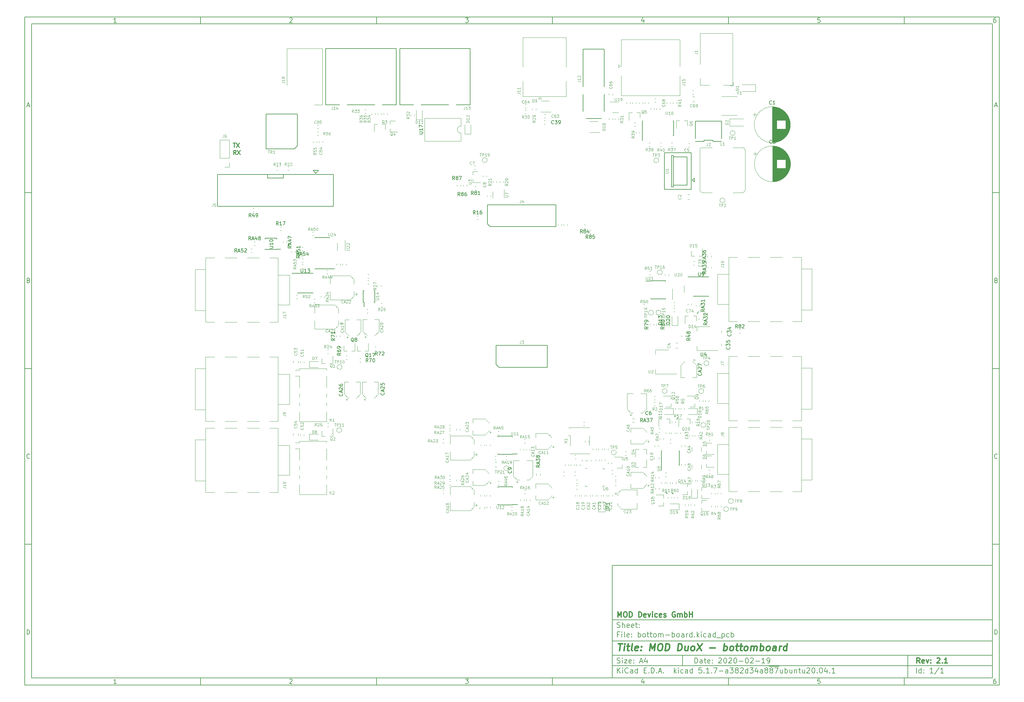
<source format=gbr>
G04 #@! TF.GenerationSoftware,KiCad,Pcbnew,5.1.7-a382d34a8~87~ubuntu20.04.1*
G04 #@! TF.CreationDate,2020-11-19T15:03:43+01:00*
G04 #@! TF.ProjectId,bottom-board,626f7474-6f6d-42d6-926f-6172642e6b69,2.1*
G04 #@! TF.SameCoordinates,PX48111b4PY15fd6c8*
G04 #@! TF.FileFunction,Legend,Top*
G04 #@! TF.FilePolarity,Positive*
%FSLAX46Y46*%
G04 Gerber Fmt 4.6, Leading zero omitted, Abs format (unit mm)*
G04 Created by KiCad (PCBNEW 5.1.7-a382d34a8~87~ubuntu20.04.1) date 2020-11-19 15:03:43*
%MOMM*%
%LPD*%
G01*
G04 APERTURE LIST*
%ADD10C,0.100000*%
%ADD11C,0.150000*%
%ADD12C,0.300000*%
%ADD13C,0.400000*%
%ADD14C,0.250000*%
%ADD15C,0.120000*%
G04 APERTURE END LIST*
D10*
D11*
X101434660Y-142949080D02*
X101434660Y-174949080D01*
X209434660Y-174949080D01*
X209434660Y-142949080D01*
X101434660Y-142949080D01*
D10*
D11*
X-65567540Y13058120D02*
X-65567540Y-176949080D01*
X211434660Y-176949080D01*
X211434660Y13058120D01*
X-65567540Y13058120D01*
D10*
D11*
X-63567540Y11058120D02*
X-63567540Y-174949080D01*
X209434660Y-174949080D01*
X209434660Y11058120D01*
X-63567540Y11058120D01*
D10*
D11*
X-15567540Y11058120D02*
X-15567540Y13058120D01*
D10*
D11*
X34432460Y11058120D02*
X34432460Y13058120D01*
D10*
D11*
X84432460Y11058120D02*
X84432460Y13058120D01*
D10*
D11*
X134432460Y11058120D02*
X134432460Y13058120D01*
D10*
D11*
X184432460Y11058120D02*
X184432460Y13058120D01*
D10*
D11*
X-39502064Y11470025D02*
X-40244921Y11470025D01*
X-39873493Y11470025D02*
X-39873493Y12770025D01*
X-39997302Y12584311D01*
X-40121112Y12460501D01*
X-40244921Y12398597D01*
D10*
D11*
X9755079Y12646216D02*
X9816983Y12708120D01*
X9940793Y12770025D01*
X10250317Y12770025D01*
X10374126Y12708120D01*
X10436031Y12646216D01*
X10497936Y12522406D01*
X10497936Y12398597D01*
X10436031Y12212882D01*
X9693174Y11470025D01*
X10497936Y11470025D01*
D10*
D11*
X59693174Y12770025D02*
X60497936Y12770025D01*
X60064602Y12274787D01*
X60250317Y12274787D01*
X60374126Y12212882D01*
X60436031Y12150978D01*
X60497936Y12027168D01*
X60497936Y11717644D01*
X60436031Y11593835D01*
X60374126Y11531930D01*
X60250317Y11470025D01*
X59878888Y11470025D01*
X59755079Y11531930D01*
X59693174Y11593835D01*
D10*
D11*
X110374126Y12336692D02*
X110374126Y11470025D01*
X110064602Y12831930D02*
X109755079Y11903359D01*
X110559840Y11903359D01*
D10*
D11*
X160436031Y12770025D02*
X159816983Y12770025D01*
X159755079Y12150978D01*
X159816983Y12212882D01*
X159940793Y12274787D01*
X160250317Y12274787D01*
X160374126Y12212882D01*
X160436031Y12150978D01*
X160497936Y12027168D01*
X160497936Y11717644D01*
X160436031Y11593835D01*
X160374126Y11531930D01*
X160250317Y11470025D01*
X159940793Y11470025D01*
X159816983Y11531930D01*
X159755079Y11593835D01*
D10*
D11*
X210374126Y12770025D02*
X210126507Y12770025D01*
X210002698Y12708120D01*
X209940793Y12646216D01*
X209816983Y12460501D01*
X209755079Y12212882D01*
X209755079Y11717644D01*
X209816983Y11593835D01*
X209878888Y11531930D01*
X210002698Y11470025D01*
X210250317Y11470025D01*
X210374126Y11531930D01*
X210436031Y11593835D01*
X210497936Y11717644D01*
X210497936Y12027168D01*
X210436031Y12150978D01*
X210374126Y12212882D01*
X210250317Y12274787D01*
X210002698Y12274787D01*
X209878888Y12212882D01*
X209816983Y12150978D01*
X209755079Y12027168D01*
D10*
D11*
X-15567540Y-174949080D02*
X-15567540Y-176949080D01*
D10*
D11*
X34432460Y-174949080D02*
X34432460Y-176949080D01*
D10*
D11*
X84432460Y-174949080D02*
X84432460Y-176949080D01*
D10*
D11*
X134432460Y-174949080D02*
X134432460Y-176949080D01*
D10*
D11*
X184432460Y-174949080D02*
X184432460Y-176949080D01*
D10*
D11*
X-39502064Y-176537175D02*
X-40244921Y-176537175D01*
X-39873493Y-176537175D02*
X-39873493Y-175237175D01*
X-39997302Y-175422889D01*
X-40121112Y-175546699D01*
X-40244921Y-175608603D01*
D10*
D11*
X9755079Y-175360984D02*
X9816983Y-175299080D01*
X9940793Y-175237175D01*
X10250317Y-175237175D01*
X10374126Y-175299080D01*
X10436031Y-175360984D01*
X10497936Y-175484794D01*
X10497936Y-175608603D01*
X10436031Y-175794318D01*
X9693174Y-176537175D01*
X10497936Y-176537175D01*
D10*
D11*
X59693174Y-175237175D02*
X60497936Y-175237175D01*
X60064602Y-175732413D01*
X60250317Y-175732413D01*
X60374126Y-175794318D01*
X60436031Y-175856222D01*
X60497936Y-175980032D01*
X60497936Y-176289556D01*
X60436031Y-176413365D01*
X60374126Y-176475270D01*
X60250317Y-176537175D01*
X59878888Y-176537175D01*
X59755079Y-176475270D01*
X59693174Y-176413365D01*
D10*
D11*
X110374126Y-175670508D02*
X110374126Y-176537175D01*
X110064602Y-175175270D02*
X109755079Y-176103841D01*
X110559840Y-176103841D01*
D10*
D11*
X160436031Y-175237175D02*
X159816983Y-175237175D01*
X159755079Y-175856222D01*
X159816983Y-175794318D01*
X159940793Y-175732413D01*
X160250317Y-175732413D01*
X160374126Y-175794318D01*
X160436031Y-175856222D01*
X160497936Y-175980032D01*
X160497936Y-176289556D01*
X160436031Y-176413365D01*
X160374126Y-176475270D01*
X160250317Y-176537175D01*
X159940793Y-176537175D01*
X159816983Y-176475270D01*
X159755079Y-176413365D01*
D10*
D11*
X210374126Y-175237175D02*
X210126507Y-175237175D01*
X210002698Y-175299080D01*
X209940793Y-175360984D01*
X209816983Y-175546699D01*
X209755079Y-175794318D01*
X209755079Y-176289556D01*
X209816983Y-176413365D01*
X209878888Y-176475270D01*
X210002698Y-176537175D01*
X210250317Y-176537175D01*
X210374126Y-176475270D01*
X210436031Y-176413365D01*
X210497936Y-176289556D01*
X210497936Y-175980032D01*
X210436031Y-175856222D01*
X210374126Y-175794318D01*
X210250317Y-175732413D01*
X210002698Y-175732413D01*
X209878888Y-175794318D01*
X209816983Y-175856222D01*
X209755079Y-175980032D01*
D10*
D11*
X-65567540Y-36941880D02*
X-63567540Y-36941880D01*
D10*
D11*
X-65567540Y-86941880D02*
X-63567540Y-86941880D01*
D10*
D11*
X-65567540Y-136941880D02*
X-63567540Y-136941880D01*
D10*
D11*
X-64877064Y-12158546D02*
X-64258017Y-12158546D01*
X-65000874Y-12529975D02*
X-64567540Y-11229975D01*
X-64134207Y-12529975D01*
D10*
D11*
X-64474683Y-61849022D02*
X-64288969Y-61910927D01*
X-64227064Y-61972832D01*
X-64165160Y-62096641D01*
X-64165160Y-62282356D01*
X-64227064Y-62406165D01*
X-64288969Y-62468070D01*
X-64412779Y-62529975D01*
X-64908017Y-62529975D01*
X-64908017Y-61229975D01*
X-64474683Y-61229975D01*
X-64350874Y-61291880D01*
X-64288969Y-61353784D01*
X-64227064Y-61477594D01*
X-64227064Y-61601403D01*
X-64288969Y-61725213D01*
X-64350874Y-61787118D01*
X-64474683Y-61849022D01*
X-64908017Y-61849022D01*
D10*
D11*
X-64165160Y-112406165D02*
X-64227064Y-112468070D01*
X-64412779Y-112529975D01*
X-64536588Y-112529975D01*
X-64722302Y-112468070D01*
X-64846112Y-112344260D01*
X-64908017Y-112220451D01*
X-64969921Y-111972832D01*
X-64969921Y-111787118D01*
X-64908017Y-111539499D01*
X-64846112Y-111415689D01*
X-64722302Y-111291880D01*
X-64536588Y-111229975D01*
X-64412779Y-111229975D01*
X-64227064Y-111291880D01*
X-64165160Y-111353784D01*
D10*
D11*
X-64908017Y-162529975D02*
X-64908017Y-161229975D01*
X-64598493Y-161229975D01*
X-64412779Y-161291880D01*
X-64288969Y-161415689D01*
X-64227064Y-161539499D01*
X-64165160Y-161787118D01*
X-64165160Y-161972832D01*
X-64227064Y-162220451D01*
X-64288969Y-162344260D01*
X-64412779Y-162468070D01*
X-64598493Y-162529975D01*
X-64908017Y-162529975D01*
D10*
D11*
X211434660Y-36941880D02*
X209434660Y-36941880D01*
D10*
D11*
X211434660Y-86941880D02*
X209434660Y-86941880D01*
D10*
D11*
X211434660Y-136941880D02*
X209434660Y-136941880D01*
D10*
D11*
X210125136Y-12158546D02*
X210744183Y-12158546D01*
X210001326Y-12529975D02*
X210434660Y-11229975D01*
X210867993Y-12529975D01*
D10*
D11*
X210527517Y-61849022D02*
X210713231Y-61910927D01*
X210775136Y-61972832D01*
X210837040Y-62096641D01*
X210837040Y-62282356D01*
X210775136Y-62406165D01*
X210713231Y-62468070D01*
X210589421Y-62529975D01*
X210094183Y-62529975D01*
X210094183Y-61229975D01*
X210527517Y-61229975D01*
X210651326Y-61291880D01*
X210713231Y-61353784D01*
X210775136Y-61477594D01*
X210775136Y-61601403D01*
X210713231Y-61725213D01*
X210651326Y-61787118D01*
X210527517Y-61849022D01*
X210094183Y-61849022D01*
D10*
D11*
X210837040Y-112406165D02*
X210775136Y-112468070D01*
X210589421Y-112529975D01*
X210465612Y-112529975D01*
X210279898Y-112468070D01*
X210156088Y-112344260D01*
X210094183Y-112220451D01*
X210032279Y-111972832D01*
X210032279Y-111787118D01*
X210094183Y-111539499D01*
X210156088Y-111415689D01*
X210279898Y-111291880D01*
X210465612Y-111229975D01*
X210589421Y-111229975D01*
X210775136Y-111291880D01*
X210837040Y-111353784D01*
D10*
D11*
X210094183Y-162529975D02*
X210094183Y-161229975D01*
X210403707Y-161229975D01*
X210589421Y-161291880D01*
X210713231Y-161415689D01*
X210775136Y-161539499D01*
X210837040Y-161787118D01*
X210837040Y-161972832D01*
X210775136Y-162220451D01*
X210713231Y-162344260D01*
X210589421Y-162468070D01*
X210403707Y-162529975D01*
X210094183Y-162529975D01*
D10*
D11*
X124866802Y-170727651D02*
X124866802Y-169227651D01*
X125223945Y-169227651D01*
X125438231Y-169299080D01*
X125581088Y-169441937D01*
X125652517Y-169584794D01*
X125723945Y-169870508D01*
X125723945Y-170084794D01*
X125652517Y-170370508D01*
X125581088Y-170513365D01*
X125438231Y-170656222D01*
X125223945Y-170727651D01*
X124866802Y-170727651D01*
X127009660Y-170727651D02*
X127009660Y-169941937D01*
X126938231Y-169799080D01*
X126795374Y-169727651D01*
X126509660Y-169727651D01*
X126366802Y-169799080D01*
X127009660Y-170656222D02*
X126866802Y-170727651D01*
X126509660Y-170727651D01*
X126366802Y-170656222D01*
X126295374Y-170513365D01*
X126295374Y-170370508D01*
X126366802Y-170227651D01*
X126509660Y-170156222D01*
X126866802Y-170156222D01*
X127009660Y-170084794D01*
X127509660Y-169727651D02*
X128081088Y-169727651D01*
X127723945Y-169227651D02*
X127723945Y-170513365D01*
X127795374Y-170656222D01*
X127938231Y-170727651D01*
X128081088Y-170727651D01*
X129152517Y-170656222D02*
X129009660Y-170727651D01*
X128723945Y-170727651D01*
X128581088Y-170656222D01*
X128509660Y-170513365D01*
X128509660Y-169941937D01*
X128581088Y-169799080D01*
X128723945Y-169727651D01*
X129009660Y-169727651D01*
X129152517Y-169799080D01*
X129223945Y-169941937D01*
X129223945Y-170084794D01*
X128509660Y-170227651D01*
X129866802Y-170584794D02*
X129938231Y-170656222D01*
X129866802Y-170727651D01*
X129795374Y-170656222D01*
X129866802Y-170584794D01*
X129866802Y-170727651D01*
X129866802Y-169799080D02*
X129938231Y-169870508D01*
X129866802Y-169941937D01*
X129795374Y-169870508D01*
X129866802Y-169799080D01*
X129866802Y-169941937D01*
X131652517Y-169370508D02*
X131723945Y-169299080D01*
X131866802Y-169227651D01*
X132223945Y-169227651D01*
X132366802Y-169299080D01*
X132438231Y-169370508D01*
X132509660Y-169513365D01*
X132509660Y-169656222D01*
X132438231Y-169870508D01*
X131581088Y-170727651D01*
X132509660Y-170727651D01*
X133438231Y-169227651D02*
X133581088Y-169227651D01*
X133723945Y-169299080D01*
X133795374Y-169370508D01*
X133866802Y-169513365D01*
X133938231Y-169799080D01*
X133938231Y-170156222D01*
X133866802Y-170441937D01*
X133795374Y-170584794D01*
X133723945Y-170656222D01*
X133581088Y-170727651D01*
X133438231Y-170727651D01*
X133295374Y-170656222D01*
X133223945Y-170584794D01*
X133152517Y-170441937D01*
X133081088Y-170156222D01*
X133081088Y-169799080D01*
X133152517Y-169513365D01*
X133223945Y-169370508D01*
X133295374Y-169299080D01*
X133438231Y-169227651D01*
X134509660Y-169370508D02*
X134581088Y-169299080D01*
X134723945Y-169227651D01*
X135081088Y-169227651D01*
X135223945Y-169299080D01*
X135295374Y-169370508D01*
X135366802Y-169513365D01*
X135366802Y-169656222D01*
X135295374Y-169870508D01*
X134438231Y-170727651D01*
X135366802Y-170727651D01*
X136295374Y-169227651D02*
X136438231Y-169227651D01*
X136581088Y-169299080D01*
X136652517Y-169370508D01*
X136723945Y-169513365D01*
X136795374Y-169799080D01*
X136795374Y-170156222D01*
X136723945Y-170441937D01*
X136652517Y-170584794D01*
X136581088Y-170656222D01*
X136438231Y-170727651D01*
X136295374Y-170727651D01*
X136152517Y-170656222D01*
X136081088Y-170584794D01*
X136009660Y-170441937D01*
X135938231Y-170156222D01*
X135938231Y-169799080D01*
X136009660Y-169513365D01*
X136081088Y-169370508D01*
X136152517Y-169299080D01*
X136295374Y-169227651D01*
X137438231Y-170156222D02*
X138581088Y-170156222D01*
X139581088Y-169227651D02*
X139723945Y-169227651D01*
X139866802Y-169299080D01*
X139938231Y-169370508D01*
X140009660Y-169513365D01*
X140081088Y-169799080D01*
X140081088Y-170156222D01*
X140009660Y-170441937D01*
X139938231Y-170584794D01*
X139866802Y-170656222D01*
X139723945Y-170727651D01*
X139581088Y-170727651D01*
X139438231Y-170656222D01*
X139366802Y-170584794D01*
X139295374Y-170441937D01*
X139223945Y-170156222D01*
X139223945Y-169799080D01*
X139295374Y-169513365D01*
X139366802Y-169370508D01*
X139438231Y-169299080D01*
X139581088Y-169227651D01*
X140652517Y-169370508D02*
X140723945Y-169299080D01*
X140866802Y-169227651D01*
X141223945Y-169227651D01*
X141366802Y-169299080D01*
X141438231Y-169370508D01*
X141509660Y-169513365D01*
X141509660Y-169656222D01*
X141438231Y-169870508D01*
X140581088Y-170727651D01*
X141509660Y-170727651D01*
X142152517Y-170156222D02*
X143295374Y-170156222D01*
X144795374Y-170727651D02*
X143938231Y-170727651D01*
X144366802Y-170727651D02*
X144366802Y-169227651D01*
X144223945Y-169441937D01*
X144081088Y-169584794D01*
X143938231Y-169656222D01*
X145509660Y-170727651D02*
X145795374Y-170727651D01*
X145938231Y-170656222D01*
X146009660Y-170584794D01*
X146152517Y-170370508D01*
X146223945Y-170084794D01*
X146223945Y-169513365D01*
X146152517Y-169370508D01*
X146081088Y-169299080D01*
X145938231Y-169227651D01*
X145652517Y-169227651D01*
X145509660Y-169299080D01*
X145438231Y-169370508D01*
X145366802Y-169513365D01*
X145366802Y-169870508D01*
X145438231Y-170013365D01*
X145509660Y-170084794D01*
X145652517Y-170156222D01*
X145938231Y-170156222D01*
X146081088Y-170084794D01*
X146152517Y-170013365D01*
X146223945Y-169870508D01*
D10*
D11*
X101434660Y-171449080D02*
X209434660Y-171449080D01*
D10*
D11*
X102866802Y-173527651D02*
X102866802Y-172027651D01*
X103723945Y-173527651D02*
X103081088Y-172670508D01*
X103723945Y-172027651D02*
X102866802Y-172884794D01*
X104366802Y-173527651D02*
X104366802Y-172527651D01*
X104366802Y-172027651D02*
X104295374Y-172099080D01*
X104366802Y-172170508D01*
X104438231Y-172099080D01*
X104366802Y-172027651D01*
X104366802Y-172170508D01*
X105938231Y-173384794D02*
X105866802Y-173456222D01*
X105652517Y-173527651D01*
X105509660Y-173527651D01*
X105295374Y-173456222D01*
X105152517Y-173313365D01*
X105081088Y-173170508D01*
X105009660Y-172884794D01*
X105009660Y-172670508D01*
X105081088Y-172384794D01*
X105152517Y-172241937D01*
X105295374Y-172099080D01*
X105509660Y-172027651D01*
X105652517Y-172027651D01*
X105866802Y-172099080D01*
X105938231Y-172170508D01*
X107223945Y-173527651D02*
X107223945Y-172741937D01*
X107152517Y-172599080D01*
X107009660Y-172527651D01*
X106723945Y-172527651D01*
X106581088Y-172599080D01*
X107223945Y-173456222D02*
X107081088Y-173527651D01*
X106723945Y-173527651D01*
X106581088Y-173456222D01*
X106509660Y-173313365D01*
X106509660Y-173170508D01*
X106581088Y-173027651D01*
X106723945Y-172956222D01*
X107081088Y-172956222D01*
X107223945Y-172884794D01*
X108581088Y-173527651D02*
X108581088Y-172027651D01*
X108581088Y-173456222D02*
X108438231Y-173527651D01*
X108152517Y-173527651D01*
X108009660Y-173456222D01*
X107938231Y-173384794D01*
X107866802Y-173241937D01*
X107866802Y-172813365D01*
X107938231Y-172670508D01*
X108009660Y-172599080D01*
X108152517Y-172527651D01*
X108438231Y-172527651D01*
X108581088Y-172599080D01*
X110438231Y-172741937D02*
X110938231Y-172741937D01*
X111152517Y-173527651D02*
X110438231Y-173527651D01*
X110438231Y-172027651D01*
X111152517Y-172027651D01*
X111795374Y-173384794D02*
X111866802Y-173456222D01*
X111795374Y-173527651D01*
X111723945Y-173456222D01*
X111795374Y-173384794D01*
X111795374Y-173527651D01*
X112509660Y-173527651D02*
X112509660Y-172027651D01*
X112866802Y-172027651D01*
X113081088Y-172099080D01*
X113223945Y-172241937D01*
X113295374Y-172384794D01*
X113366802Y-172670508D01*
X113366802Y-172884794D01*
X113295374Y-173170508D01*
X113223945Y-173313365D01*
X113081088Y-173456222D01*
X112866802Y-173527651D01*
X112509660Y-173527651D01*
X114009660Y-173384794D02*
X114081088Y-173456222D01*
X114009660Y-173527651D01*
X113938231Y-173456222D01*
X114009660Y-173384794D01*
X114009660Y-173527651D01*
X114652517Y-173099080D02*
X115366802Y-173099080D01*
X114509660Y-173527651D02*
X115009660Y-172027651D01*
X115509660Y-173527651D01*
X116009660Y-173384794D02*
X116081088Y-173456222D01*
X116009660Y-173527651D01*
X115938231Y-173456222D01*
X116009660Y-173384794D01*
X116009660Y-173527651D01*
X119009660Y-173527651D02*
X119009660Y-172027651D01*
X119152517Y-172956222D02*
X119581088Y-173527651D01*
X119581088Y-172527651D02*
X119009660Y-173099080D01*
X120223945Y-173527651D02*
X120223945Y-172527651D01*
X120223945Y-172027651D02*
X120152517Y-172099080D01*
X120223945Y-172170508D01*
X120295374Y-172099080D01*
X120223945Y-172027651D01*
X120223945Y-172170508D01*
X121581088Y-173456222D02*
X121438231Y-173527651D01*
X121152517Y-173527651D01*
X121009660Y-173456222D01*
X120938231Y-173384794D01*
X120866802Y-173241937D01*
X120866802Y-172813365D01*
X120938231Y-172670508D01*
X121009660Y-172599080D01*
X121152517Y-172527651D01*
X121438231Y-172527651D01*
X121581088Y-172599080D01*
X122866802Y-173527651D02*
X122866802Y-172741937D01*
X122795374Y-172599080D01*
X122652517Y-172527651D01*
X122366802Y-172527651D01*
X122223945Y-172599080D01*
X122866802Y-173456222D02*
X122723945Y-173527651D01*
X122366802Y-173527651D01*
X122223945Y-173456222D01*
X122152517Y-173313365D01*
X122152517Y-173170508D01*
X122223945Y-173027651D01*
X122366802Y-172956222D01*
X122723945Y-172956222D01*
X122866802Y-172884794D01*
X124223945Y-173527651D02*
X124223945Y-172027651D01*
X124223945Y-173456222D02*
X124081088Y-173527651D01*
X123795374Y-173527651D01*
X123652517Y-173456222D01*
X123581088Y-173384794D01*
X123509660Y-173241937D01*
X123509660Y-172813365D01*
X123581088Y-172670508D01*
X123652517Y-172599080D01*
X123795374Y-172527651D01*
X124081088Y-172527651D01*
X124223945Y-172599080D01*
X126795374Y-172027651D02*
X126081088Y-172027651D01*
X126009660Y-172741937D01*
X126081088Y-172670508D01*
X126223945Y-172599080D01*
X126581088Y-172599080D01*
X126723945Y-172670508D01*
X126795374Y-172741937D01*
X126866802Y-172884794D01*
X126866802Y-173241937D01*
X126795374Y-173384794D01*
X126723945Y-173456222D01*
X126581088Y-173527651D01*
X126223945Y-173527651D01*
X126081088Y-173456222D01*
X126009660Y-173384794D01*
X127509660Y-173384794D02*
X127581088Y-173456222D01*
X127509660Y-173527651D01*
X127438231Y-173456222D01*
X127509660Y-173384794D01*
X127509660Y-173527651D01*
X129009660Y-173527651D02*
X128152517Y-173527651D01*
X128581088Y-173527651D02*
X128581088Y-172027651D01*
X128438231Y-172241937D01*
X128295374Y-172384794D01*
X128152517Y-172456222D01*
X129652517Y-173384794D02*
X129723945Y-173456222D01*
X129652517Y-173527651D01*
X129581088Y-173456222D01*
X129652517Y-173384794D01*
X129652517Y-173527651D01*
X130223945Y-172027651D02*
X131223945Y-172027651D01*
X130581088Y-173527651D01*
X131795374Y-172956222D02*
X132938231Y-172956222D01*
X134295374Y-173527651D02*
X134295374Y-172741937D01*
X134223945Y-172599080D01*
X134081088Y-172527651D01*
X133795374Y-172527651D01*
X133652517Y-172599080D01*
X134295374Y-173456222D02*
X134152517Y-173527651D01*
X133795374Y-173527651D01*
X133652517Y-173456222D01*
X133581088Y-173313365D01*
X133581088Y-173170508D01*
X133652517Y-173027651D01*
X133795374Y-172956222D01*
X134152517Y-172956222D01*
X134295374Y-172884794D01*
X134866802Y-172027651D02*
X135795374Y-172027651D01*
X135295374Y-172599080D01*
X135509660Y-172599080D01*
X135652517Y-172670508D01*
X135723945Y-172741937D01*
X135795374Y-172884794D01*
X135795374Y-173241937D01*
X135723945Y-173384794D01*
X135652517Y-173456222D01*
X135509660Y-173527651D01*
X135081088Y-173527651D01*
X134938231Y-173456222D01*
X134866802Y-173384794D01*
X136652517Y-172670508D02*
X136509660Y-172599080D01*
X136438231Y-172527651D01*
X136366802Y-172384794D01*
X136366802Y-172313365D01*
X136438231Y-172170508D01*
X136509660Y-172099080D01*
X136652517Y-172027651D01*
X136938231Y-172027651D01*
X137081088Y-172099080D01*
X137152517Y-172170508D01*
X137223945Y-172313365D01*
X137223945Y-172384794D01*
X137152517Y-172527651D01*
X137081088Y-172599080D01*
X136938231Y-172670508D01*
X136652517Y-172670508D01*
X136509660Y-172741937D01*
X136438231Y-172813365D01*
X136366802Y-172956222D01*
X136366802Y-173241937D01*
X136438231Y-173384794D01*
X136509660Y-173456222D01*
X136652517Y-173527651D01*
X136938231Y-173527651D01*
X137081088Y-173456222D01*
X137152517Y-173384794D01*
X137223945Y-173241937D01*
X137223945Y-172956222D01*
X137152517Y-172813365D01*
X137081088Y-172741937D01*
X136938231Y-172670508D01*
X137795374Y-172170508D02*
X137866802Y-172099080D01*
X138009660Y-172027651D01*
X138366802Y-172027651D01*
X138509660Y-172099080D01*
X138581088Y-172170508D01*
X138652517Y-172313365D01*
X138652517Y-172456222D01*
X138581088Y-172670508D01*
X137723945Y-173527651D01*
X138652517Y-173527651D01*
X139938231Y-173527651D02*
X139938231Y-172027651D01*
X139938231Y-173456222D02*
X139795374Y-173527651D01*
X139509660Y-173527651D01*
X139366802Y-173456222D01*
X139295374Y-173384794D01*
X139223945Y-173241937D01*
X139223945Y-172813365D01*
X139295374Y-172670508D01*
X139366802Y-172599080D01*
X139509660Y-172527651D01*
X139795374Y-172527651D01*
X139938231Y-172599080D01*
X140509660Y-172027651D02*
X141438231Y-172027651D01*
X140938231Y-172599080D01*
X141152517Y-172599080D01*
X141295374Y-172670508D01*
X141366802Y-172741937D01*
X141438231Y-172884794D01*
X141438231Y-173241937D01*
X141366802Y-173384794D01*
X141295374Y-173456222D01*
X141152517Y-173527651D01*
X140723945Y-173527651D01*
X140581088Y-173456222D01*
X140509660Y-173384794D01*
X142723945Y-172527651D02*
X142723945Y-173527651D01*
X142366802Y-171956222D02*
X142009660Y-173027651D01*
X142938231Y-173027651D01*
X144152517Y-173527651D02*
X144152517Y-172741937D01*
X144081088Y-172599080D01*
X143938231Y-172527651D01*
X143652517Y-172527651D01*
X143509660Y-172599080D01*
X144152517Y-173456222D02*
X144009660Y-173527651D01*
X143652517Y-173527651D01*
X143509660Y-173456222D01*
X143438231Y-173313365D01*
X143438231Y-173170508D01*
X143509660Y-173027651D01*
X143652517Y-172956222D01*
X144009660Y-172956222D01*
X144152517Y-172884794D01*
X145081088Y-172670508D02*
X144938231Y-172599080D01*
X144866802Y-172527651D01*
X144795374Y-172384794D01*
X144795374Y-172313365D01*
X144866802Y-172170508D01*
X144938231Y-172099080D01*
X145081088Y-172027651D01*
X145366802Y-172027651D01*
X145509660Y-172099080D01*
X145581088Y-172170508D01*
X145652517Y-172313365D01*
X145652517Y-172384794D01*
X145581088Y-172527651D01*
X145509660Y-172599080D01*
X145366802Y-172670508D01*
X145081088Y-172670508D01*
X144938231Y-172741937D01*
X144866802Y-172813365D01*
X144795374Y-172956222D01*
X144795374Y-173241937D01*
X144866802Y-173384794D01*
X144938231Y-173456222D01*
X145081088Y-173527651D01*
X145366802Y-173527651D01*
X145509660Y-173456222D01*
X145581088Y-173384794D01*
X145652517Y-173241937D01*
X145652517Y-172956222D01*
X145581088Y-172813365D01*
X145509660Y-172741937D01*
X145366802Y-172670508D01*
X145938231Y-171619080D02*
X147366802Y-171619080D01*
X146509660Y-172670508D02*
X146366802Y-172599080D01*
X146295374Y-172527651D01*
X146223945Y-172384794D01*
X146223945Y-172313365D01*
X146295374Y-172170508D01*
X146366802Y-172099080D01*
X146509660Y-172027651D01*
X146795374Y-172027651D01*
X146938231Y-172099080D01*
X147009660Y-172170508D01*
X147081088Y-172313365D01*
X147081088Y-172384794D01*
X147009660Y-172527651D01*
X146938231Y-172599080D01*
X146795374Y-172670508D01*
X146509660Y-172670508D01*
X146366802Y-172741937D01*
X146295374Y-172813365D01*
X146223945Y-172956222D01*
X146223945Y-173241937D01*
X146295374Y-173384794D01*
X146366802Y-173456222D01*
X146509660Y-173527651D01*
X146795374Y-173527651D01*
X146938231Y-173456222D01*
X147009660Y-173384794D01*
X147081088Y-173241937D01*
X147081088Y-172956222D01*
X147009660Y-172813365D01*
X146938231Y-172741937D01*
X146795374Y-172670508D01*
X147366802Y-171619080D02*
X148795374Y-171619080D01*
X147581088Y-172027651D02*
X148581088Y-172027651D01*
X147938231Y-173527651D01*
X149795374Y-172527651D02*
X149795374Y-173527651D01*
X149152517Y-172527651D02*
X149152517Y-173313365D01*
X149223945Y-173456222D01*
X149366802Y-173527651D01*
X149581088Y-173527651D01*
X149723945Y-173456222D01*
X149795374Y-173384794D01*
X150509659Y-173527651D02*
X150509659Y-172027651D01*
X150509659Y-172599080D02*
X150652517Y-172527651D01*
X150938231Y-172527651D01*
X151081088Y-172599080D01*
X151152517Y-172670508D01*
X151223945Y-172813365D01*
X151223945Y-173241937D01*
X151152517Y-173384794D01*
X151081088Y-173456222D01*
X150938231Y-173527651D01*
X150652517Y-173527651D01*
X150509659Y-173456222D01*
X152509659Y-172527651D02*
X152509659Y-173527651D01*
X151866802Y-172527651D02*
X151866802Y-173313365D01*
X151938231Y-173456222D01*
X152081088Y-173527651D01*
X152295374Y-173527651D01*
X152438231Y-173456222D01*
X152509659Y-173384794D01*
X153223945Y-172527651D02*
X153223945Y-173527651D01*
X153223945Y-172670508D02*
X153295374Y-172599080D01*
X153438231Y-172527651D01*
X153652517Y-172527651D01*
X153795374Y-172599080D01*
X153866802Y-172741937D01*
X153866802Y-173527651D01*
X154366802Y-172527651D02*
X154938231Y-172527651D01*
X154581088Y-172027651D02*
X154581088Y-173313365D01*
X154652517Y-173456222D01*
X154795374Y-173527651D01*
X154938231Y-173527651D01*
X156081088Y-172527651D02*
X156081088Y-173527651D01*
X155438231Y-172527651D02*
X155438231Y-173313365D01*
X155509659Y-173456222D01*
X155652517Y-173527651D01*
X155866802Y-173527651D01*
X156009659Y-173456222D01*
X156081088Y-173384794D01*
X156723945Y-172170508D02*
X156795374Y-172099080D01*
X156938231Y-172027651D01*
X157295374Y-172027651D01*
X157438231Y-172099080D01*
X157509660Y-172170508D01*
X157581088Y-172313365D01*
X157581088Y-172456222D01*
X157509660Y-172670508D01*
X156652517Y-173527651D01*
X157581088Y-173527651D01*
X158509659Y-172027651D02*
X158652517Y-172027651D01*
X158795374Y-172099080D01*
X158866802Y-172170508D01*
X158938231Y-172313365D01*
X159009659Y-172599080D01*
X159009659Y-172956222D01*
X158938231Y-173241937D01*
X158866802Y-173384794D01*
X158795374Y-173456222D01*
X158652517Y-173527651D01*
X158509659Y-173527651D01*
X158366802Y-173456222D01*
X158295374Y-173384794D01*
X158223945Y-173241937D01*
X158152517Y-172956222D01*
X158152517Y-172599080D01*
X158223945Y-172313365D01*
X158295374Y-172170508D01*
X158366802Y-172099080D01*
X158509659Y-172027651D01*
X159652517Y-173384794D02*
X159723945Y-173456222D01*
X159652517Y-173527651D01*
X159581088Y-173456222D01*
X159652517Y-173384794D01*
X159652517Y-173527651D01*
X160652517Y-172027651D02*
X160795374Y-172027651D01*
X160938231Y-172099080D01*
X161009659Y-172170508D01*
X161081088Y-172313365D01*
X161152517Y-172599080D01*
X161152517Y-172956222D01*
X161081088Y-173241937D01*
X161009659Y-173384794D01*
X160938231Y-173456222D01*
X160795374Y-173527651D01*
X160652517Y-173527651D01*
X160509659Y-173456222D01*
X160438231Y-173384794D01*
X160366802Y-173241937D01*
X160295374Y-172956222D01*
X160295374Y-172599080D01*
X160366802Y-172313365D01*
X160438231Y-172170508D01*
X160509659Y-172099080D01*
X160652517Y-172027651D01*
X162438231Y-172527651D02*
X162438231Y-173527651D01*
X162081088Y-171956222D02*
X161723945Y-173027651D01*
X162652517Y-173027651D01*
X163223945Y-173384794D02*
X163295374Y-173456222D01*
X163223945Y-173527651D01*
X163152517Y-173456222D01*
X163223945Y-173384794D01*
X163223945Y-173527651D01*
X164723945Y-173527651D02*
X163866802Y-173527651D01*
X164295374Y-173527651D02*
X164295374Y-172027651D01*
X164152517Y-172241937D01*
X164009659Y-172384794D01*
X163866802Y-172456222D01*
D10*
D11*
X101434660Y-168449080D02*
X209434660Y-168449080D01*
D10*
D12*
X188843945Y-170727651D02*
X188343945Y-170013365D01*
X187986802Y-170727651D02*
X187986802Y-169227651D01*
X188558231Y-169227651D01*
X188701088Y-169299080D01*
X188772517Y-169370508D01*
X188843945Y-169513365D01*
X188843945Y-169727651D01*
X188772517Y-169870508D01*
X188701088Y-169941937D01*
X188558231Y-170013365D01*
X187986802Y-170013365D01*
X190058231Y-170656222D02*
X189915374Y-170727651D01*
X189629660Y-170727651D01*
X189486802Y-170656222D01*
X189415374Y-170513365D01*
X189415374Y-169941937D01*
X189486802Y-169799080D01*
X189629660Y-169727651D01*
X189915374Y-169727651D01*
X190058231Y-169799080D01*
X190129660Y-169941937D01*
X190129660Y-170084794D01*
X189415374Y-170227651D01*
X190629660Y-169727651D02*
X190986802Y-170727651D01*
X191343945Y-169727651D01*
X191915374Y-170584794D02*
X191986802Y-170656222D01*
X191915374Y-170727651D01*
X191843945Y-170656222D01*
X191915374Y-170584794D01*
X191915374Y-170727651D01*
X191915374Y-169799080D02*
X191986802Y-169870508D01*
X191915374Y-169941937D01*
X191843945Y-169870508D01*
X191915374Y-169799080D01*
X191915374Y-169941937D01*
X193701088Y-169370508D02*
X193772517Y-169299080D01*
X193915374Y-169227651D01*
X194272517Y-169227651D01*
X194415374Y-169299080D01*
X194486802Y-169370508D01*
X194558231Y-169513365D01*
X194558231Y-169656222D01*
X194486802Y-169870508D01*
X193629660Y-170727651D01*
X194558231Y-170727651D01*
X195201088Y-170584794D02*
X195272517Y-170656222D01*
X195201088Y-170727651D01*
X195129660Y-170656222D01*
X195201088Y-170584794D01*
X195201088Y-170727651D01*
X196701088Y-170727651D02*
X195843945Y-170727651D01*
X196272517Y-170727651D02*
X196272517Y-169227651D01*
X196129660Y-169441937D01*
X195986802Y-169584794D01*
X195843945Y-169656222D01*
D10*
D11*
X102795374Y-170656222D02*
X103009660Y-170727651D01*
X103366802Y-170727651D01*
X103509660Y-170656222D01*
X103581088Y-170584794D01*
X103652517Y-170441937D01*
X103652517Y-170299080D01*
X103581088Y-170156222D01*
X103509660Y-170084794D01*
X103366802Y-170013365D01*
X103081088Y-169941937D01*
X102938231Y-169870508D01*
X102866802Y-169799080D01*
X102795374Y-169656222D01*
X102795374Y-169513365D01*
X102866802Y-169370508D01*
X102938231Y-169299080D01*
X103081088Y-169227651D01*
X103438231Y-169227651D01*
X103652517Y-169299080D01*
X104295374Y-170727651D02*
X104295374Y-169727651D01*
X104295374Y-169227651D02*
X104223945Y-169299080D01*
X104295374Y-169370508D01*
X104366802Y-169299080D01*
X104295374Y-169227651D01*
X104295374Y-169370508D01*
X104866802Y-169727651D02*
X105652517Y-169727651D01*
X104866802Y-170727651D01*
X105652517Y-170727651D01*
X106795374Y-170656222D02*
X106652517Y-170727651D01*
X106366802Y-170727651D01*
X106223945Y-170656222D01*
X106152517Y-170513365D01*
X106152517Y-169941937D01*
X106223945Y-169799080D01*
X106366802Y-169727651D01*
X106652517Y-169727651D01*
X106795374Y-169799080D01*
X106866802Y-169941937D01*
X106866802Y-170084794D01*
X106152517Y-170227651D01*
X107509660Y-170584794D02*
X107581088Y-170656222D01*
X107509660Y-170727651D01*
X107438231Y-170656222D01*
X107509660Y-170584794D01*
X107509660Y-170727651D01*
X107509660Y-169799080D02*
X107581088Y-169870508D01*
X107509660Y-169941937D01*
X107438231Y-169870508D01*
X107509660Y-169799080D01*
X107509660Y-169941937D01*
X109295374Y-170299080D02*
X110009660Y-170299080D01*
X109152517Y-170727651D02*
X109652517Y-169227651D01*
X110152517Y-170727651D01*
X111295374Y-169727651D02*
X111295374Y-170727651D01*
X110938231Y-169156222D02*
X110581088Y-170227651D01*
X111509660Y-170227651D01*
D10*
D11*
X187866802Y-173527651D02*
X187866802Y-172027651D01*
X189223945Y-173527651D02*
X189223945Y-172027651D01*
X189223945Y-173456222D02*
X189081088Y-173527651D01*
X188795374Y-173527651D01*
X188652517Y-173456222D01*
X188581088Y-173384794D01*
X188509660Y-173241937D01*
X188509660Y-172813365D01*
X188581088Y-172670508D01*
X188652517Y-172599080D01*
X188795374Y-172527651D01*
X189081088Y-172527651D01*
X189223945Y-172599080D01*
X189938231Y-173384794D02*
X190009660Y-173456222D01*
X189938231Y-173527651D01*
X189866802Y-173456222D01*
X189938231Y-173384794D01*
X189938231Y-173527651D01*
X189938231Y-172599080D02*
X190009660Y-172670508D01*
X189938231Y-172741937D01*
X189866802Y-172670508D01*
X189938231Y-172599080D01*
X189938231Y-172741937D01*
X192581088Y-173527651D02*
X191723945Y-173527651D01*
X192152517Y-173527651D02*
X192152517Y-172027651D01*
X192009660Y-172241937D01*
X191866802Y-172384794D01*
X191723945Y-172456222D01*
X194295374Y-171956222D02*
X193009660Y-173884794D01*
X195581088Y-173527651D02*
X194723945Y-173527651D01*
X195152517Y-173527651D02*
X195152517Y-172027651D01*
X195009660Y-172241937D01*
X194866802Y-172384794D01*
X194723945Y-172456222D01*
D10*
D11*
X101434660Y-164449080D02*
X209434660Y-164449080D01*
D10*
D13*
X103147040Y-165153841D02*
X104289898Y-165153841D01*
X103468469Y-167153841D02*
X103718469Y-165153841D01*
X104706564Y-167153841D02*
X104873231Y-165820508D01*
X104956564Y-165153841D02*
X104849421Y-165249080D01*
X104932755Y-165344318D01*
X105039898Y-165249080D01*
X104956564Y-165153841D01*
X104932755Y-165344318D01*
X105539898Y-165820508D02*
X106301802Y-165820508D01*
X105908945Y-165153841D02*
X105694660Y-166868127D01*
X105766088Y-167058603D01*
X105944660Y-167153841D01*
X106135136Y-167153841D01*
X107087517Y-167153841D02*
X106908945Y-167058603D01*
X106837517Y-166868127D01*
X107051802Y-165153841D01*
X108623231Y-167058603D02*
X108420850Y-167153841D01*
X108039898Y-167153841D01*
X107861326Y-167058603D01*
X107789898Y-166868127D01*
X107885136Y-166106222D01*
X108004183Y-165915746D01*
X108206564Y-165820508D01*
X108587517Y-165820508D01*
X108766088Y-165915746D01*
X108837517Y-166106222D01*
X108813707Y-166296699D01*
X107837517Y-166487175D01*
X109587517Y-166963365D02*
X109670850Y-167058603D01*
X109563707Y-167153841D01*
X109480374Y-167058603D01*
X109587517Y-166963365D01*
X109563707Y-167153841D01*
X109718469Y-165915746D02*
X109801802Y-166010984D01*
X109694660Y-166106222D01*
X109611326Y-166010984D01*
X109718469Y-165915746D01*
X109694660Y-166106222D01*
X112039898Y-167153841D02*
X112289898Y-165153841D01*
X112777993Y-166582413D01*
X113623231Y-165153841D01*
X113373231Y-167153841D01*
X114956564Y-165153841D02*
X115337517Y-165153841D01*
X115516088Y-165249080D01*
X115682755Y-165439556D01*
X115730374Y-165820508D01*
X115647040Y-166487175D01*
X115504183Y-166868127D01*
X115289898Y-167058603D01*
X115087517Y-167153841D01*
X114706564Y-167153841D01*
X114527993Y-167058603D01*
X114361326Y-166868127D01*
X114313707Y-166487175D01*
X114397040Y-165820508D01*
X114539898Y-165439556D01*
X114754183Y-165249080D01*
X114956564Y-165153841D01*
X116420850Y-167153841D02*
X116670850Y-165153841D01*
X117147040Y-165153841D01*
X117420850Y-165249080D01*
X117587517Y-165439556D01*
X117658945Y-165630032D01*
X117706564Y-166010984D01*
X117670850Y-166296699D01*
X117527993Y-166677651D01*
X117408945Y-166868127D01*
X117194660Y-167058603D01*
X116897040Y-167153841D01*
X116420850Y-167153841D01*
X119944660Y-167153841D02*
X120194660Y-165153841D01*
X120670850Y-165153841D01*
X120944660Y-165249080D01*
X121111326Y-165439556D01*
X121182755Y-165630032D01*
X121230374Y-166010984D01*
X121194660Y-166296699D01*
X121051802Y-166677651D01*
X120932755Y-166868127D01*
X120718469Y-167058603D01*
X120420850Y-167153841D01*
X119944660Y-167153841D01*
X122968469Y-165820508D02*
X122801802Y-167153841D01*
X122111326Y-165820508D02*
X121980374Y-166868127D01*
X122051802Y-167058603D01*
X122230374Y-167153841D01*
X122516088Y-167153841D01*
X122718469Y-167058603D01*
X122825612Y-166963365D01*
X124039898Y-167153841D02*
X123861326Y-167058603D01*
X123777993Y-166963365D01*
X123706564Y-166772889D01*
X123777993Y-166201460D01*
X123897040Y-166010984D01*
X124004183Y-165915746D01*
X124206564Y-165820508D01*
X124492279Y-165820508D01*
X124670850Y-165915746D01*
X124754183Y-166010984D01*
X124825612Y-166201460D01*
X124754183Y-166772889D01*
X124635136Y-166963365D01*
X124527993Y-167058603D01*
X124325612Y-167153841D01*
X124039898Y-167153841D01*
X125623231Y-165153841D02*
X126706564Y-167153841D01*
X126956564Y-165153841D02*
X125373231Y-167153841D01*
X129087517Y-166391937D02*
X130611326Y-166391937D01*
X132992279Y-167153841D02*
X133242279Y-165153841D01*
X133147040Y-165915746D02*
X133349421Y-165820508D01*
X133730374Y-165820508D01*
X133908945Y-165915746D01*
X133992279Y-166010984D01*
X134063707Y-166201460D01*
X133992279Y-166772889D01*
X133873231Y-166963365D01*
X133766088Y-167058603D01*
X133563707Y-167153841D01*
X133182755Y-167153841D01*
X133004183Y-167058603D01*
X135087517Y-167153841D02*
X134908945Y-167058603D01*
X134825612Y-166963365D01*
X134754183Y-166772889D01*
X134825612Y-166201460D01*
X134944660Y-166010984D01*
X135051802Y-165915746D01*
X135254183Y-165820508D01*
X135539898Y-165820508D01*
X135718469Y-165915746D01*
X135801802Y-166010984D01*
X135873231Y-166201460D01*
X135801802Y-166772889D01*
X135682755Y-166963365D01*
X135575612Y-167058603D01*
X135373231Y-167153841D01*
X135087517Y-167153841D01*
X136492279Y-165820508D02*
X137254183Y-165820508D01*
X136861326Y-165153841D02*
X136647040Y-166868127D01*
X136718469Y-167058603D01*
X136897040Y-167153841D01*
X137087517Y-167153841D01*
X137635136Y-165820508D02*
X138397040Y-165820508D01*
X138004183Y-165153841D02*
X137789898Y-166868127D01*
X137861326Y-167058603D01*
X138039898Y-167153841D01*
X138230374Y-167153841D01*
X139182755Y-167153841D02*
X139004183Y-167058603D01*
X138920850Y-166963365D01*
X138849421Y-166772889D01*
X138920850Y-166201460D01*
X139039898Y-166010984D01*
X139147040Y-165915746D01*
X139349421Y-165820508D01*
X139635136Y-165820508D01*
X139813707Y-165915746D01*
X139897040Y-166010984D01*
X139968469Y-166201460D01*
X139897040Y-166772889D01*
X139777993Y-166963365D01*
X139670850Y-167058603D01*
X139468469Y-167153841D01*
X139182755Y-167153841D01*
X140706564Y-167153841D02*
X140873231Y-165820508D01*
X140849421Y-166010984D02*
X140956564Y-165915746D01*
X141158945Y-165820508D01*
X141444660Y-165820508D01*
X141623231Y-165915746D01*
X141694660Y-166106222D01*
X141563707Y-167153841D01*
X141694660Y-166106222D02*
X141813707Y-165915746D01*
X142016088Y-165820508D01*
X142301802Y-165820508D01*
X142480374Y-165915746D01*
X142551802Y-166106222D01*
X142420850Y-167153841D01*
X143373231Y-167153841D02*
X143623231Y-165153841D01*
X143527993Y-165915746D02*
X143730374Y-165820508D01*
X144111326Y-165820508D01*
X144289898Y-165915746D01*
X144373231Y-166010984D01*
X144444660Y-166201460D01*
X144373231Y-166772889D01*
X144254183Y-166963365D01*
X144147040Y-167058603D01*
X143944660Y-167153841D01*
X143563707Y-167153841D01*
X143385136Y-167058603D01*
X145468469Y-167153841D02*
X145289898Y-167058603D01*
X145206564Y-166963365D01*
X145135136Y-166772889D01*
X145206564Y-166201460D01*
X145325612Y-166010984D01*
X145432755Y-165915746D01*
X145635136Y-165820508D01*
X145920850Y-165820508D01*
X146099421Y-165915746D01*
X146182755Y-166010984D01*
X146254183Y-166201460D01*
X146182755Y-166772889D01*
X146063707Y-166963365D01*
X145956564Y-167058603D01*
X145754183Y-167153841D01*
X145468469Y-167153841D01*
X147849421Y-167153841D02*
X147980374Y-166106222D01*
X147908945Y-165915746D01*
X147730374Y-165820508D01*
X147349421Y-165820508D01*
X147147040Y-165915746D01*
X147861326Y-167058603D02*
X147658945Y-167153841D01*
X147182755Y-167153841D01*
X147004183Y-167058603D01*
X146932755Y-166868127D01*
X146956564Y-166677651D01*
X147075612Y-166487175D01*
X147277993Y-166391937D01*
X147754183Y-166391937D01*
X147956564Y-166296699D01*
X148801802Y-167153841D02*
X148968469Y-165820508D01*
X148920850Y-166201460D02*
X149039898Y-166010984D01*
X149147040Y-165915746D01*
X149349421Y-165820508D01*
X149539898Y-165820508D01*
X150897040Y-167153841D02*
X151147040Y-165153841D01*
X150908945Y-167058603D02*
X150706564Y-167153841D01*
X150325612Y-167153841D01*
X150147040Y-167058603D01*
X150063707Y-166963365D01*
X149992279Y-166772889D01*
X150063707Y-166201460D01*
X150182755Y-166010984D01*
X150289898Y-165915746D01*
X150492279Y-165820508D01*
X150873231Y-165820508D01*
X151051802Y-165915746D01*
D10*
D11*
X103366802Y-162541937D02*
X102866802Y-162541937D01*
X102866802Y-163327651D02*
X102866802Y-161827651D01*
X103581088Y-161827651D01*
X104152517Y-163327651D02*
X104152517Y-162327651D01*
X104152517Y-161827651D02*
X104081088Y-161899080D01*
X104152517Y-161970508D01*
X104223945Y-161899080D01*
X104152517Y-161827651D01*
X104152517Y-161970508D01*
X105081088Y-163327651D02*
X104938231Y-163256222D01*
X104866802Y-163113365D01*
X104866802Y-161827651D01*
X106223945Y-163256222D02*
X106081088Y-163327651D01*
X105795374Y-163327651D01*
X105652517Y-163256222D01*
X105581088Y-163113365D01*
X105581088Y-162541937D01*
X105652517Y-162399080D01*
X105795374Y-162327651D01*
X106081088Y-162327651D01*
X106223945Y-162399080D01*
X106295374Y-162541937D01*
X106295374Y-162684794D01*
X105581088Y-162827651D01*
X106938231Y-163184794D02*
X107009660Y-163256222D01*
X106938231Y-163327651D01*
X106866802Y-163256222D01*
X106938231Y-163184794D01*
X106938231Y-163327651D01*
X106938231Y-162399080D02*
X107009660Y-162470508D01*
X106938231Y-162541937D01*
X106866802Y-162470508D01*
X106938231Y-162399080D01*
X106938231Y-162541937D01*
X108795374Y-163327651D02*
X108795374Y-161827651D01*
X108795374Y-162399080D02*
X108938231Y-162327651D01*
X109223945Y-162327651D01*
X109366802Y-162399080D01*
X109438231Y-162470508D01*
X109509660Y-162613365D01*
X109509660Y-163041937D01*
X109438231Y-163184794D01*
X109366802Y-163256222D01*
X109223945Y-163327651D01*
X108938231Y-163327651D01*
X108795374Y-163256222D01*
X110366802Y-163327651D02*
X110223945Y-163256222D01*
X110152517Y-163184794D01*
X110081088Y-163041937D01*
X110081088Y-162613365D01*
X110152517Y-162470508D01*
X110223945Y-162399080D01*
X110366802Y-162327651D01*
X110581088Y-162327651D01*
X110723945Y-162399080D01*
X110795374Y-162470508D01*
X110866802Y-162613365D01*
X110866802Y-163041937D01*
X110795374Y-163184794D01*
X110723945Y-163256222D01*
X110581088Y-163327651D01*
X110366802Y-163327651D01*
X111295374Y-162327651D02*
X111866802Y-162327651D01*
X111509660Y-161827651D02*
X111509660Y-163113365D01*
X111581088Y-163256222D01*
X111723945Y-163327651D01*
X111866802Y-163327651D01*
X112152517Y-162327651D02*
X112723945Y-162327651D01*
X112366802Y-161827651D02*
X112366802Y-163113365D01*
X112438231Y-163256222D01*
X112581088Y-163327651D01*
X112723945Y-163327651D01*
X113438231Y-163327651D02*
X113295374Y-163256222D01*
X113223945Y-163184794D01*
X113152517Y-163041937D01*
X113152517Y-162613365D01*
X113223945Y-162470508D01*
X113295374Y-162399080D01*
X113438231Y-162327651D01*
X113652517Y-162327651D01*
X113795374Y-162399080D01*
X113866802Y-162470508D01*
X113938231Y-162613365D01*
X113938231Y-163041937D01*
X113866802Y-163184794D01*
X113795374Y-163256222D01*
X113652517Y-163327651D01*
X113438231Y-163327651D01*
X114581088Y-163327651D02*
X114581088Y-162327651D01*
X114581088Y-162470508D02*
X114652517Y-162399080D01*
X114795374Y-162327651D01*
X115009660Y-162327651D01*
X115152517Y-162399080D01*
X115223945Y-162541937D01*
X115223945Y-163327651D01*
X115223945Y-162541937D02*
X115295374Y-162399080D01*
X115438231Y-162327651D01*
X115652517Y-162327651D01*
X115795374Y-162399080D01*
X115866802Y-162541937D01*
X115866802Y-163327651D01*
X116581088Y-162756222D02*
X117723945Y-162756222D01*
X118438231Y-163327651D02*
X118438231Y-161827651D01*
X118438231Y-162399080D02*
X118581088Y-162327651D01*
X118866802Y-162327651D01*
X119009660Y-162399080D01*
X119081088Y-162470508D01*
X119152517Y-162613365D01*
X119152517Y-163041937D01*
X119081088Y-163184794D01*
X119009660Y-163256222D01*
X118866802Y-163327651D01*
X118581088Y-163327651D01*
X118438231Y-163256222D01*
X120009660Y-163327651D02*
X119866802Y-163256222D01*
X119795374Y-163184794D01*
X119723945Y-163041937D01*
X119723945Y-162613365D01*
X119795374Y-162470508D01*
X119866802Y-162399080D01*
X120009660Y-162327651D01*
X120223945Y-162327651D01*
X120366802Y-162399080D01*
X120438231Y-162470508D01*
X120509660Y-162613365D01*
X120509660Y-163041937D01*
X120438231Y-163184794D01*
X120366802Y-163256222D01*
X120223945Y-163327651D01*
X120009660Y-163327651D01*
X121795374Y-163327651D02*
X121795374Y-162541937D01*
X121723945Y-162399080D01*
X121581088Y-162327651D01*
X121295374Y-162327651D01*
X121152517Y-162399080D01*
X121795374Y-163256222D02*
X121652517Y-163327651D01*
X121295374Y-163327651D01*
X121152517Y-163256222D01*
X121081088Y-163113365D01*
X121081088Y-162970508D01*
X121152517Y-162827651D01*
X121295374Y-162756222D01*
X121652517Y-162756222D01*
X121795374Y-162684794D01*
X122509660Y-163327651D02*
X122509660Y-162327651D01*
X122509660Y-162613365D02*
X122581088Y-162470508D01*
X122652517Y-162399080D01*
X122795374Y-162327651D01*
X122938231Y-162327651D01*
X124081088Y-163327651D02*
X124081088Y-161827651D01*
X124081088Y-163256222D02*
X123938231Y-163327651D01*
X123652517Y-163327651D01*
X123509660Y-163256222D01*
X123438231Y-163184794D01*
X123366802Y-163041937D01*
X123366802Y-162613365D01*
X123438231Y-162470508D01*
X123509660Y-162399080D01*
X123652517Y-162327651D01*
X123938231Y-162327651D01*
X124081088Y-162399080D01*
X124795374Y-163184794D02*
X124866802Y-163256222D01*
X124795374Y-163327651D01*
X124723945Y-163256222D01*
X124795374Y-163184794D01*
X124795374Y-163327651D01*
X125509660Y-163327651D02*
X125509660Y-161827651D01*
X125652517Y-162756222D02*
X126081088Y-163327651D01*
X126081088Y-162327651D02*
X125509660Y-162899080D01*
X126723945Y-163327651D02*
X126723945Y-162327651D01*
X126723945Y-161827651D02*
X126652517Y-161899080D01*
X126723945Y-161970508D01*
X126795374Y-161899080D01*
X126723945Y-161827651D01*
X126723945Y-161970508D01*
X128081088Y-163256222D02*
X127938231Y-163327651D01*
X127652517Y-163327651D01*
X127509660Y-163256222D01*
X127438231Y-163184794D01*
X127366802Y-163041937D01*
X127366802Y-162613365D01*
X127438231Y-162470508D01*
X127509660Y-162399080D01*
X127652517Y-162327651D01*
X127938231Y-162327651D01*
X128081088Y-162399080D01*
X129366802Y-163327651D02*
X129366802Y-162541937D01*
X129295374Y-162399080D01*
X129152517Y-162327651D01*
X128866802Y-162327651D01*
X128723945Y-162399080D01*
X129366802Y-163256222D02*
X129223945Y-163327651D01*
X128866802Y-163327651D01*
X128723945Y-163256222D01*
X128652517Y-163113365D01*
X128652517Y-162970508D01*
X128723945Y-162827651D01*
X128866802Y-162756222D01*
X129223945Y-162756222D01*
X129366802Y-162684794D01*
X130723945Y-163327651D02*
X130723945Y-161827651D01*
X130723945Y-163256222D02*
X130581088Y-163327651D01*
X130295374Y-163327651D01*
X130152517Y-163256222D01*
X130081088Y-163184794D01*
X130009660Y-163041937D01*
X130009660Y-162613365D01*
X130081088Y-162470508D01*
X130152517Y-162399080D01*
X130295374Y-162327651D01*
X130581088Y-162327651D01*
X130723945Y-162399080D01*
X131081088Y-163470508D02*
X132223945Y-163470508D01*
X132581088Y-162327651D02*
X132581088Y-163827651D01*
X132581088Y-162399080D02*
X132723945Y-162327651D01*
X133009660Y-162327651D01*
X133152517Y-162399080D01*
X133223945Y-162470508D01*
X133295374Y-162613365D01*
X133295374Y-163041937D01*
X133223945Y-163184794D01*
X133152517Y-163256222D01*
X133009660Y-163327651D01*
X132723945Y-163327651D01*
X132581088Y-163256222D01*
X134581088Y-163256222D02*
X134438231Y-163327651D01*
X134152517Y-163327651D01*
X134009660Y-163256222D01*
X133938231Y-163184794D01*
X133866802Y-163041937D01*
X133866802Y-162613365D01*
X133938231Y-162470508D01*
X134009660Y-162399080D01*
X134152517Y-162327651D01*
X134438231Y-162327651D01*
X134581088Y-162399080D01*
X135223945Y-163327651D02*
X135223945Y-161827651D01*
X135223945Y-162399080D02*
X135366802Y-162327651D01*
X135652517Y-162327651D01*
X135795374Y-162399080D01*
X135866802Y-162470508D01*
X135938231Y-162613365D01*
X135938231Y-163041937D01*
X135866802Y-163184794D01*
X135795374Y-163256222D01*
X135652517Y-163327651D01*
X135366802Y-163327651D01*
X135223945Y-163256222D01*
D10*
D11*
X101434660Y-158449080D02*
X209434660Y-158449080D01*
D10*
D11*
X102795374Y-160556222D02*
X103009660Y-160627651D01*
X103366802Y-160627651D01*
X103509660Y-160556222D01*
X103581088Y-160484794D01*
X103652517Y-160341937D01*
X103652517Y-160199080D01*
X103581088Y-160056222D01*
X103509660Y-159984794D01*
X103366802Y-159913365D01*
X103081088Y-159841937D01*
X102938231Y-159770508D01*
X102866802Y-159699080D01*
X102795374Y-159556222D01*
X102795374Y-159413365D01*
X102866802Y-159270508D01*
X102938231Y-159199080D01*
X103081088Y-159127651D01*
X103438231Y-159127651D01*
X103652517Y-159199080D01*
X104295374Y-160627651D02*
X104295374Y-159127651D01*
X104938231Y-160627651D02*
X104938231Y-159841937D01*
X104866802Y-159699080D01*
X104723945Y-159627651D01*
X104509660Y-159627651D01*
X104366802Y-159699080D01*
X104295374Y-159770508D01*
X106223945Y-160556222D02*
X106081088Y-160627651D01*
X105795374Y-160627651D01*
X105652517Y-160556222D01*
X105581088Y-160413365D01*
X105581088Y-159841937D01*
X105652517Y-159699080D01*
X105795374Y-159627651D01*
X106081088Y-159627651D01*
X106223945Y-159699080D01*
X106295374Y-159841937D01*
X106295374Y-159984794D01*
X105581088Y-160127651D01*
X107509660Y-160556222D02*
X107366802Y-160627651D01*
X107081088Y-160627651D01*
X106938231Y-160556222D01*
X106866802Y-160413365D01*
X106866802Y-159841937D01*
X106938231Y-159699080D01*
X107081088Y-159627651D01*
X107366802Y-159627651D01*
X107509660Y-159699080D01*
X107581088Y-159841937D01*
X107581088Y-159984794D01*
X106866802Y-160127651D01*
X108009660Y-159627651D02*
X108581088Y-159627651D01*
X108223945Y-159127651D02*
X108223945Y-160413365D01*
X108295374Y-160556222D01*
X108438231Y-160627651D01*
X108581088Y-160627651D01*
X109081088Y-160484794D02*
X109152517Y-160556222D01*
X109081088Y-160627651D01*
X109009660Y-160556222D01*
X109081088Y-160484794D01*
X109081088Y-160627651D01*
X109081088Y-159699080D02*
X109152517Y-159770508D01*
X109081088Y-159841937D01*
X109009660Y-159770508D01*
X109081088Y-159699080D01*
X109081088Y-159841937D01*
D10*
D12*
X102986802Y-157627651D02*
X102986802Y-156127651D01*
X103486802Y-157199080D01*
X103986802Y-156127651D01*
X103986802Y-157627651D01*
X104986802Y-156127651D02*
X105272517Y-156127651D01*
X105415374Y-156199080D01*
X105558231Y-156341937D01*
X105629660Y-156627651D01*
X105629660Y-157127651D01*
X105558231Y-157413365D01*
X105415374Y-157556222D01*
X105272517Y-157627651D01*
X104986802Y-157627651D01*
X104843945Y-157556222D01*
X104701088Y-157413365D01*
X104629660Y-157127651D01*
X104629660Y-156627651D01*
X104701088Y-156341937D01*
X104843945Y-156199080D01*
X104986802Y-156127651D01*
X106272517Y-157627651D02*
X106272517Y-156127651D01*
X106629660Y-156127651D01*
X106843945Y-156199080D01*
X106986802Y-156341937D01*
X107058231Y-156484794D01*
X107129660Y-156770508D01*
X107129660Y-156984794D01*
X107058231Y-157270508D01*
X106986802Y-157413365D01*
X106843945Y-157556222D01*
X106629660Y-157627651D01*
X106272517Y-157627651D01*
X108915374Y-157627651D02*
X108915374Y-156127651D01*
X109272517Y-156127651D01*
X109486802Y-156199080D01*
X109629660Y-156341937D01*
X109701088Y-156484794D01*
X109772517Y-156770508D01*
X109772517Y-156984794D01*
X109701088Y-157270508D01*
X109629660Y-157413365D01*
X109486802Y-157556222D01*
X109272517Y-157627651D01*
X108915374Y-157627651D01*
X110986802Y-157556222D02*
X110843945Y-157627651D01*
X110558231Y-157627651D01*
X110415374Y-157556222D01*
X110343945Y-157413365D01*
X110343945Y-156841937D01*
X110415374Y-156699080D01*
X110558231Y-156627651D01*
X110843945Y-156627651D01*
X110986802Y-156699080D01*
X111058231Y-156841937D01*
X111058231Y-156984794D01*
X110343945Y-157127651D01*
X111558231Y-156627651D02*
X111915374Y-157627651D01*
X112272517Y-156627651D01*
X112843945Y-157627651D02*
X112843945Y-156627651D01*
X112843945Y-156127651D02*
X112772517Y-156199080D01*
X112843945Y-156270508D01*
X112915374Y-156199080D01*
X112843945Y-156127651D01*
X112843945Y-156270508D01*
X114201088Y-157556222D02*
X114058231Y-157627651D01*
X113772517Y-157627651D01*
X113629660Y-157556222D01*
X113558231Y-157484794D01*
X113486802Y-157341937D01*
X113486802Y-156913365D01*
X113558231Y-156770508D01*
X113629660Y-156699080D01*
X113772517Y-156627651D01*
X114058231Y-156627651D01*
X114201088Y-156699080D01*
X115415374Y-157556222D02*
X115272517Y-157627651D01*
X114986802Y-157627651D01*
X114843945Y-157556222D01*
X114772517Y-157413365D01*
X114772517Y-156841937D01*
X114843945Y-156699080D01*
X114986802Y-156627651D01*
X115272517Y-156627651D01*
X115415374Y-156699080D01*
X115486802Y-156841937D01*
X115486802Y-156984794D01*
X114772517Y-157127651D01*
X116058231Y-157556222D02*
X116201088Y-157627651D01*
X116486802Y-157627651D01*
X116629660Y-157556222D01*
X116701088Y-157413365D01*
X116701088Y-157341937D01*
X116629660Y-157199080D01*
X116486802Y-157127651D01*
X116272517Y-157127651D01*
X116129660Y-157056222D01*
X116058231Y-156913365D01*
X116058231Y-156841937D01*
X116129660Y-156699080D01*
X116272517Y-156627651D01*
X116486802Y-156627651D01*
X116629660Y-156699080D01*
X119272517Y-156199080D02*
X119129660Y-156127651D01*
X118915374Y-156127651D01*
X118701088Y-156199080D01*
X118558231Y-156341937D01*
X118486802Y-156484794D01*
X118415374Y-156770508D01*
X118415374Y-156984794D01*
X118486802Y-157270508D01*
X118558231Y-157413365D01*
X118701088Y-157556222D01*
X118915374Y-157627651D01*
X119058231Y-157627651D01*
X119272517Y-157556222D01*
X119343945Y-157484794D01*
X119343945Y-156984794D01*
X119058231Y-156984794D01*
X119986802Y-157627651D02*
X119986802Y-156627651D01*
X119986802Y-156770508D02*
X120058231Y-156699080D01*
X120201088Y-156627651D01*
X120415374Y-156627651D01*
X120558231Y-156699080D01*
X120629660Y-156841937D01*
X120629660Y-157627651D01*
X120629660Y-156841937D02*
X120701088Y-156699080D01*
X120843945Y-156627651D01*
X121058231Y-156627651D01*
X121201088Y-156699080D01*
X121272517Y-156841937D01*
X121272517Y-157627651D01*
X121986802Y-157627651D02*
X121986802Y-156127651D01*
X121986802Y-156699080D02*
X122129660Y-156627651D01*
X122415374Y-156627651D01*
X122558231Y-156699080D01*
X122629660Y-156770508D01*
X122701088Y-156913365D01*
X122701088Y-157341937D01*
X122629660Y-157484794D01*
X122558231Y-157556222D01*
X122415374Y-157627651D01*
X122129660Y-157627651D01*
X121986802Y-157556222D01*
X123343945Y-157627651D02*
X123343945Y-156127651D01*
X123343945Y-156841937D02*
X124201088Y-156841937D01*
X124201088Y-157627651D02*
X124201088Y-156127651D01*
D10*
D11*
X121434660Y-168449080D02*
X121434660Y-171449080D01*
D10*
D11*
X185434660Y-168449080D02*
X185434660Y-174949080D01*
D14*
X-6398335Y-22813617D02*
X-5712620Y-22813617D01*
X-6055478Y-24013617D02*
X-6055478Y-22813617D01*
X-5426906Y-22813617D02*
X-4626906Y-24013617D01*
X-4626906Y-22813617D02*
X-5426906Y-24013617D01*
X-5541192Y-26063617D02*
X-5941192Y-25492188D01*
X-6226906Y-26063617D02*
X-6226906Y-24863617D01*
X-5769763Y-24863617D01*
X-5655478Y-24920760D01*
X-5598335Y-24977902D01*
X-5541192Y-25092188D01*
X-5541192Y-25263617D01*
X-5598335Y-25377902D01*
X-5655478Y-25435045D01*
X-5769763Y-25492188D01*
X-6226906Y-25492188D01*
X-5141192Y-24863617D02*
X-4341192Y-26063617D01*
X-4341192Y-24863617D02*
X-5141192Y-26063617D01*
D11*
X9306560Y-51955700D02*
X9306560Y-51681380D01*
X9306560Y-51681380D02*
X9580880Y-51681380D01*
X9763760Y-52138580D02*
X9306560Y-51681380D01*
X127845820Y-71798500D02*
X127759460Y-71712140D01*
X127845820Y-71554660D02*
X127845820Y-71798500D01*
X125549660Y-71247320D02*
X126004320Y-70792660D01*
X119852169Y-101113189D02*
X119946149Y-101197009D01*
X119806449Y-101374809D02*
X119852169Y-101113189D01*
X120238249Y-100943009D02*
X119806449Y-101374809D01*
X118653560Y-122311160D02*
X118559580Y-122394980D01*
X118699280Y-122572780D02*
X118653560Y-122311160D01*
X118267480Y-122140980D02*
X118699280Y-122572780D01*
X116939060Y-122285760D02*
X116845080Y-122369580D01*
X116984780Y-122547380D02*
X116939060Y-122285760D01*
X116552980Y-122115580D02*
X116984780Y-122547380D01*
D15*
X21222460Y-60531880D02*
X21222460Y-62881880D01*
X21222460Y-67351880D02*
X21222460Y-65001880D01*
X26978023Y-67351880D02*
X21222460Y-67351880D01*
X26978023Y-60531880D02*
X21222460Y-60531880D01*
X28042460Y-61596317D02*
X28042460Y-62881880D01*
X28042460Y-66287443D02*
X28042460Y-65001880D01*
X28042460Y-66287443D02*
X26978023Y-67351880D01*
X28042460Y-61596317D02*
X26978023Y-60531880D01*
X29069960Y-65789380D02*
X28282460Y-65789380D01*
X28676210Y-66183130D02*
X28676210Y-65395630D01*
X66826580Y-119719340D02*
X66826580Y-119219340D01*
X67076580Y-119469340D02*
X66576580Y-119469340D01*
X66336580Y-116713777D02*
X65272143Y-115649340D01*
X66336580Y-119104903D02*
X65272143Y-120169340D01*
X66336580Y-119104903D02*
X66336580Y-118969340D01*
X66336580Y-116713777D02*
X66336580Y-116849340D01*
X65272143Y-115649340D02*
X61816580Y-115649340D01*
X65272143Y-120169340D02*
X61816580Y-120169340D01*
X61816580Y-120169340D02*
X61816580Y-118969340D01*
X61816580Y-115649340D02*
X61816580Y-116849340D01*
X123474600Y-101228620D02*
X123474600Y-102688620D01*
X120314600Y-101228620D02*
X120314600Y-103388620D01*
X120314600Y-101228620D02*
X121244600Y-101228620D01*
X123474600Y-101228620D02*
X122544600Y-101228620D01*
X121795020Y-63302640D02*
X121795020Y-65302640D01*
X118555020Y-64302640D02*
X118555020Y-67302640D01*
X125262460Y-71931880D02*
X124332460Y-71931880D01*
X122102460Y-71931880D02*
X123032460Y-71931880D01*
X122102460Y-71931880D02*
X122102460Y-74091880D01*
X125262460Y-71931880D02*
X125262460Y-73391880D01*
X118328980Y-102018781D02*
X118328980Y-102344339D01*
X119348980Y-102018781D02*
X119348980Y-102344339D01*
X31965559Y-71152480D02*
X31640001Y-71152480D01*
X31965559Y-70132480D02*
X31640001Y-70132480D01*
D11*
X30850620Y-68108700D02*
X30850620Y-69333700D01*
X33975620Y-68108700D02*
X33975620Y-64758700D01*
X30625620Y-68108700D02*
X30625620Y-64758700D01*
X33975620Y-68108700D02*
X33675620Y-68108700D01*
X33975620Y-64758700D02*
X33675620Y-64758700D01*
X30625620Y-64758700D02*
X30925620Y-64758700D01*
X30625620Y-68108700D02*
X30850620Y-68108700D01*
D15*
X18603580Y-66412401D02*
X18603580Y-66737959D01*
X19623580Y-66412401D02*
X19623580Y-66737959D01*
X139140400Y-24750320D02*
X139140400Y-36250320D01*
X138490400Y-24100320D02*
X135740400Y-24100320D01*
X126340400Y-36250320D02*
X126340400Y-24750320D01*
X138490400Y-36900320D02*
X135740400Y-36900320D01*
X129740400Y-24100320D02*
X126990400Y-24100320D01*
X129740400Y-36900320D02*
X126990400Y-36900320D01*
X139140400Y-36250320D02*
G75*
G02*
X138490400Y-36900320I-650000J0D01*
G01*
X126990400Y-36900320D02*
G75*
G02*
X126340400Y-36250320I0J650000D01*
G01*
X126340400Y-24750320D02*
G75*
G02*
X126990400Y-24100320I650000J0D01*
G01*
X138490400Y-24100320D02*
G75*
G02*
X139140400Y-24750320I0J-650000D01*
G01*
X89455654Y-106007482D02*
X88995654Y-106007482D01*
X89455654Y-108887482D02*
X89455654Y-106007482D01*
X94935654Y-103747482D02*
X94935654Y-103807482D01*
X89455654Y-103747482D02*
X94935654Y-103747482D01*
X89455654Y-103807482D02*
X89455654Y-103747482D01*
X88995654Y-103807482D02*
X89455654Y-103807482D01*
X94935654Y-106007482D02*
X94935654Y-108887482D01*
X89455654Y-111147482D02*
X89455654Y-111087482D01*
X94935654Y-111147482D02*
X89455654Y-111147482D01*
X94935654Y-111087482D02*
X94935654Y-111147482D01*
X93246895Y-103197522D02*
X93572453Y-103197522D01*
X93246895Y-102177522D02*
X93572453Y-102177522D01*
X78704980Y-13335319D02*
X78704980Y-13009761D01*
X79724980Y-13335319D02*
X79724980Y-13009761D01*
X76969839Y-14469840D02*
X76644281Y-14469840D01*
X76969839Y-13449840D02*
X76644281Y-13449840D01*
X76969839Y-11875040D02*
X76644281Y-11875040D01*
X76969839Y-12895040D02*
X76644281Y-12895040D01*
D11*
X127522600Y-22027100D02*
X127522600Y-22327100D01*
X130022600Y-22027100D02*
X127522600Y-22027100D01*
X130022600Y-22327100D02*
X130022600Y-22027100D01*
X125072600Y-16577100D02*
X132472600Y-16577100D01*
X132472600Y-21477100D02*
X132472600Y-16577100D01*
X125072600Y-21477100D02*
X125072600Y-16577100D01*
X130022600Y-22327100D02*
X132472600Y-22327100D01*
X125072600Y-22327100D02*
X127522600Y-22327100D01*
X118259561Y-26289880D02*
X118259561Y-35289880D01*
X118759561Y-26289880D02*
X118259561Y-26289880D01*
X118759561Y-35289880D02*
X118759561Y-26289880D01*
X118259561Y-35289880D02*
X118759561Y-35289880D01*
X124109561Y-33339880D02*
X124809561Y-33839880D01*
X124809561Y-33839880D02*
X124809561Y-32839880D01*
X124809561Y-32839880D02*
X124109561Y-33339880D01*
X116259561Y-35989880D02*
X123859561Y-35989880D01*
X116259561Y-25589880D02*
X116259561Y-35989880D01*
X116259561Y-25589880D02*
X123859561Y-25589880D01*
X123859561Y-25589880D02*
X123859561Y-35989880D01*
X122709561Y-34789880D02*
X122709561Y-26789724D01*
X118759549Y-34789880D02*
X122709561Y-34789880D01*
X118759549Y-26789880D02*
X122709561Y-26789880D01*
X3470080Y-32732020D02*
X3470080Y-31728820D01*
X7970080Y-32732020D02*
X7970080Y-31728820D01*
X7970080Y-32732020D02*
X3470080Y-32732020D01*
X17150080Y-31452820D02*
X17912080Y-30563820D01*
X17912080Y-30563820D02*
X16388080Y-30563820D01*
X16388080Y-30563820D02*
X17150080Y-31452820D01*
X-10729920Y-31728820D02*
X-10729920Y-40828820D01*
X22170080Y-40828820D02*
X-10729920Y-40828820D01*
X22170080Y-31728820D02*
X-10729920Y-31728820D01*
X22170080Y-31728820D02*
X22170080Y-40828820D01*
D15*
X20251580Y-115744880D02*
X20251580Y-114744880D01*
X20251580Y-118244880D02*
X20251580Y-117344880D01*
X20251580Y-122744880D02*
X20251580Y-119944880D01*
X12551580Y-122744880D02*
X20251580Y-122744880D01*
X12551580Y-119944880D02*
X12551580Y-122744880D01*
X12551580Y-117344880D02*
X12551580Y-118244880D01*
X12551580Y-114744880D02*
X12551580Y-115744880D01*
X12551580Y-109744880D02*
X11351580Y-109744880D01*
X12551580Y-109744880D02*
X12551580Y-113044880D01*
X20251580Y-109744880D02*
X20251580Y-113044880D01*
X20251580Y-107644880D02*
X20251580Y-108044880D01*
X12551580Y-107644880D02*
X20251580Y-107644880D01*
X12551580Y-108044880D02*
X12551580Y-107644880D01*
X11351580Y-108044880D02*
X12551580Y-108044880D01*
X89629520Y-114579619D02*
X89629520Y-114254061D01*
X90649520Y-114579619D02*
X90649520Y-114254061D01*
X134515400Y-117047700D02*
X131295400Y-117047700D01*
X131275400Y-108537700D02*
X131275400Y-117017700D01*
X134515400Y-108537700D02*
X131295400Y-108537700D01*
X158155400Y-106947700D02*
X155155400Y-106947700D01*
X158155400Y-106947700D02*
X158155400Y-118647700D01*
X158155400Y-118647700D02*
X155155400Y-118647700D01*
X134545400Y-103647700D02*
X134545400Y-121937700D01*
X134545400Y-121937700D02*
X136995400Y-121937700D01*
X134545400Y-103647700D02*
X136995400Y-103647700D01*
X152605400Y-103647700D02*
X155155400Y-103647700D01*
X146265400Y-103647700D02*
X149695400Y-103647700D01*
X139915400Y-103647700D02*
X143345400Y-103647700D01*
X143345400Y-121937700D02*
X139915400Y-121937700D01*
X149695400Y-121937700D02*
X146265400Y-121937700D01*
X155155400Y-121937700D02*
X152605400Y-121937700D01*
X155155400Y-103647700D02*
X155155400Y-121937700D01*
X155155400Y-83442000D02*
X155155400Y-101732000D01*
X155155400Y-101732000D02*
X152605400Y-101732000D01*
X149695400Y-101732000D02*
X146265400Y-101732000D01*
X143345400Y-101732000D02*
X139915400Y-101732000D01*
X139915400Y-83442000D02*
X143345400Y-83442000D01*
X146265400Y-83442000D02*
X149695400Y-83442000D01*
X152605400Y-83442000D02*
X155155400Y-83442000D01*
X134545400Y-83442000D02*
X136995400Y-83442000D01*
X134545400Y-101732000D02*
X136995400Y-101732000D01*
X134545400Y-83442000D02*
X134545400Y-101732000D01*
X158155400Y-98442000D02*
X155155400Y-98442000D01*
X158155400Y-86742000D02*
X158155400Y-98442000D01*
X158155400Y-86742000D02*
X155155400Y-86742000D01*
X134515400Y-88332000D02*
X131295400Y-88332000D01*
X131275400Y-88332000D02*
X131275400Y-96812000D01*
X134515400Y-96842000D02*
X131295400Y-96842000D01*
X6492700Y-108757700D02*
X9712700Y-108757700D01*
X9732700Y-117267700D02*
X9732700Y-108787700D01*
X6492700Y-117267700D02*
X9712700Y-117267700D01*
X-17147300Y-118857700D02*
X-14147300Y-118857700D01*
X-17147300Y-118857700D02*
X-17147300Y-107157700D01*
X-17147300Y-107157700D02*
X-14147300Y-107157700D01*
X6462700Y-122157700D02*
X6462700Y-103867700D01*
X6462700Y-103867700D02*
X4012700Y-103867700D01*
X6462700Y-122157700D02*
X4012700Y-122157700D01*
X-11597300Y-122157700D02*
X-14147300Y-122157700D01*
X-5257300Y-122157700D02*
X-8687300Y-122157700D01*
X1092700Y-122157700D02*
X-2337300Y-122157700D01*
X-2337300Y-103867700D02*
X1092700Y-103867700D01*
X-8687300Y-103867700D02*
X-5257300Y-103867700D01*
X-14147300Y-103867700D02*
X-11597300Y-103867700D01*
X-14147300Y-122157700D02*
X-14147300Y-103867700D01*
X6492700Y-88564700D02*
X9712700Y-88564700D01*
X9732700Y-97074700D02*
X9732700Y-88594700D01*
X6492700Y-97074700D02*
X9712700Y-97074700D01*
X-17147300Y-98664700D02*
X-14147300Y-98664700D01*
X-17147300Y-98664700D02*
X-17147300Y-86964700D01*
X-17147300Y-86964700D02*
X-14147300Y-86964700D01*
X6462700Y-101964700D02*
X6462700Y-83674700D01*
X6462700Y-83674700D02*
X4012700Y-83674700D01*
X6462700Y-101964700D02*
X4012700Y-101964700D01*
X-11597300Y-101964700D02*
X-14147300Y-101964700D01*
X-5257300Y-101964700D02*
X-8687300Y-101964700D01*
X1092700Y-101964700D02*
X-2337300Y-101964700D01*
X-2337300Y-83674700D02*
X1092700Y-83674700D01*
X-8687300Y-83674700D02*
X-5257300Y-83674700D01*
X-14147300Y-83674700D02*
X-11597300Y-83674700D01*
X-14147300Y-101964700D02*
X-14147300Y-83674700D01*
X134515400Y-68648000D02*
X131295400Y-68648000D01*
X131275400Y-60138000D02*
X131275400Y-68618000D01*
X134515400Y-60138000D02*
X131295400Y-60138000D01*
X158155400Y-58548000D02*
X155155400Y-58548000D01*
X158155400Y-58548000D02*
X158155400Y-70248000D01*
X158155400Y-70248000D02*
X155155400Y-70248000D01*
X134545400Y-55248000D02*
X134545400Y-73538000D01*
X134545400Y-73538000D02*
X136995400Y-73538000D01*
X134545400Y-55248000D02*
X136995400Y-55248000D01*
X152605400Y-55248000D02*
X155155400Y-55248000D01*
X146265400Y-55248000D02*
X149695400Y-55248000D01*
X139915400Y-55248000D02*
X143345400Y-55248000D01*
X143345400Y-73538000D02*
X139915400Y-73538000D01*
X149695400Y-73538000D02*
X146265400Y-73538000D01*
X155155400Y-73538000D02*
X152605400Y-73538000D01*
X155155400Y-55248000D02*
X155155400Y-73538000D01*
X122801882Y-37445880D02*
X123319038Y-37445880D01*
X122801882Y-38865880D02*
X123319038Y-38865880D01*
X119423922Y-81106080D02*
X119941078Y-81106080D01*
X119423922Y-79686080D02*
X119941078Y-79686080D01*
X123126181Y-22913880D02*
X123451739Y-22913880D01*
X123126181Y-23933880D02*
X123451739Y-23933880D01*
X105064341Y-111596900D02*
X105389899Y-111596900D01*
X105064341Y-110576900D02*
X105389899Y-110576900D01*
X100254927Y-114006861D02*
X100254927Y-113681303D01*
X101274927Y-114006861D02*
X101274927Y-113681303D01*
X92041440Y-123261339D02*
X92041440Y-122935781D01*
X91021440Y-123261339D02*
X91021440Y-122935781D01*
X92584386Y-122935781D02*
X92584386Y-123261339D01*
X93604386Y-122935781D02*
X93604386Y-123261339D01*
X101546879Y-115933760D02*
X101221321Y-115933760D01*
X101546879Y-116953760D02*
X101221321Y-116953760D01*
X90700641Y-116368100D02*
X91026199Y-116368100D01*
X90700641Y-117388100D02*
X91026199Y-117388100D01*
X100399120Y-123261339D02*
X100399120Y-122935781D01*
X101419120Y-123261339D02*
X101419120Y-122935781D01*
X102402300Y-122160240D02*
X102402300Y-122785240D01*
X102089800Y-122472740D02*
X102714800Y-122472740D01*
X102954800Y-125853303D02*
X104019237Y-126917740D01*
X102954800Y-122462177D02*
X104019237Y-121397740D01*
X102954800Y-122462177D02*
X102954800Y-123097740D01*
X102954800Y-125853303D02*
X102954800Y-125217740D01*
X104019237Y-126917740D02*
X108474800Y-126917740D01*
X104019237Y-121397740D02*
X108474800Y-121397740D01*
X108474800Y-121397740D02*
X108474800Y-123097740D01*
X108474800Y-126917740D02*
X108474800Y-125217740D01*
X95437950Y-112920573D02*
X95437950Y-113246131D01*
X94417950Y-112920573D02*
X94417950Y-113246131D01*
X98293224Y-123261339D02*
X98293224Y-122935781D01*
X97273224Y-123261339D02*
X97273224Y-122935781D01*
X93863150Y-113246131D02*
X93863150Y-112920573D01*
X92843150Y-113246131D02*
X92843150Y-112920573D01*
X98836170Y-122935781D02*
X98836170Y-123261339D01*
X99856170Y-122935781D02*
X99856170Y-123261339D01*
X91178161Y-121215880D02*
X91503719Y-121215880D01*
X91178161Y-120195880D02*
X91503719Y-120195880D01*
X91507705Y-119614571D02*
X91182147Y-119614571D01*
X91507705Y-118594571D02*
X91182147Y-118594571D01*
X102546879Y-117573520D02*
X102221321Y-117573520D01*
X102546879Y-118593520D02*
X102221321Y-118593520D01*
X102221321Y-119145780D02*
X102546879Y-119145780D01*
X102221321Y-120165780D02*
X102546879Y-120165780D01*
X87615300Y-46233399D02*
X87615300Y-45907841D01*
X88635300Y-46233399D02*
X88635300Y-45907841D01*
X87037640Y-45907841D02*
X87037640Y-46233399D01*
X86017640Y-45907841D02*
X86017640Y-46233399D01*
X66859877Y-38044339D02*
X66859877Y-37718781D01*
X65839877Y-38044339D02*
X65839877Y-37718781D01*
X114446780Y-108777721D02*
X114446780Y-109103279D01*
X113426780Y-108777721D02*
X113426780Y-109103279D01*
X12753880Y-84988081D02*
X12753880Y-85313639D01*
X13773880Y-84988081D02*
X13773880Y-85313639D01*
X12753880Y-105681461D02*
X12753880Y-106007019D01*
X13773880Y-105681461D02*
X13773880Y-106007019D01*
X32247499Y-60236640D02*
X31921941Y-60236640D01*
X32247499Y-61256640D02*
X31921941Y-61256640D01*
X31921941Y-62894940D02*
X32247499Y-62894940D01*
X31921941Y-61874940D02*
X32247499Y-61874940D01*
X82100201Y-14666500D02*
X82425759Y-14666500D01*
X82100201Y-15686500D02*
X82425759Y-15686500D01*
X101502940Y-15849381D02*
X101502940Y-16174939D01*
X100482940Y-15849381D02*
X100482940Y-16174939D01*
X100493100Y-8783101D02*
X100493100Y-9108659D01*
X101513100Y-8783101D02*
X101513100Y-9108659D01*
X106514360Y-11562299D02*
X106514360Y-11236741D01*
X105494360Y-11562299D02*
X105494360Y-11236741D01*
X116934520Y-11567379D02*
X116934520Y-11241821D01*
X117954520Y-11567379D02*
X117954520Y-11241821D01*
X124264976Y-11036951D02*
X124782132Y-11036951D01*
X124264976Y-9616951D02*
X124782132Y-9616951D01*
X124213555Y-8896391D02*
X124539113Y-8896391D01*
X124213555Y-7876391D02*
X124539113Y-7876391D01*
X108046639Y-16982980D02*
X107721081Y-16982980D01*
X108046639Y-18002980D02*
X107721081Y-18002980D01*
X124782739Y-56431880D02*
X124457181Y-56431880D01*
X124782739Y-57451880D02*
X124457181Y-57451880D01*
X123942460Y-68824659D02*
X123942460Y-68499101D01*
X122922460Y-68824659D02*
X122922460Y-68499101D01*
X118900644Y-69755624D02*
X119226202Y-69755624D01*
X118900644Y-70775624D02*
X119226202Y-70775624D01*
X119226202Y-68155424D02*
X118900644Y-68155424D01*
X119226202Y-69175424D02*
X118900644Y-69175424D01*
X116431600Y-60119041D02*
X116431600Y-60444599D01*
X117451600Y-60119041D02*
X117451600Y-60444599D01*
X24770620Y-57149781D02*
X24770620Y-57475339D01*
X25790620Y-57149781D02*
X25790620Y-57475339D01*
X23114540Y-57485499D02*
X23114540Y-57159941D01*
X24134540Y-57485499D02*
X24134540Y-57159941D01*
X13234877Y-55109840D02*
X13560435Y-55109840D01*
X13234877Y-54089840D02*
X13560435Y-54089840D01*
X13234877Y-55740840D02*
X13560435Y-55740840D01*
X13234877Y-56760840D02*
X13560435Y-56760840D01*
X18103822Y-22348282D02*
X18103822Y-22673840D01*
X19123822Y-22348282D02*
X19123822Y-22673840D01*
X17899599Y-18734500D02*
X17574041Y-18734500D01*
X17899599Y-17714500D02*
X17574041Y-17714500D01*
X96730278Y-122935781D02*
X96730278Y-123261339D01*
X95710278Y-122935781D02*
X95710278Y-123261339D01*
X95167332Y-122935781D02*
X95167332Y-123261339D01*
X94147332Y-122935781D02*
X94147332Y-123261339D01*
X123270040Y-105805921D02*
X123270040Y-106131479D01*
X124290040Y-105805921D02*
X124290040Y-106131479D01*
X123999160Y-110505324D02*
X123999160Y-109301196D01*
X126719160Y-110505324D02*
X126719160Y-109301196D01*
X118102599Y-107213940D02*
X117777041Y-107213940D01*
X118102599Y-108233940D02*
X117777041Y-108233940D01*
X106657740Y-103878980D02*
X106657740Y-105078980D01*
X106657740Y-108398980D02*
X106657740Y-107198980D01*
X110113303Y-108398980D02*
X106657740Y-108398980D01*
X110113303Y-103878980D02*
X106657740Y-103878980D01*
X111177740Y-104943417D02*
X111177740Y-105078980D01*
X111177740Y-107334543D02*
X111177740Y-107198980D01*
X111177740Y-107334543D02*
X110113303Y-108398980D01*
X111177740Y-104943417D02*
X110113303Y-103878980D01*
X111917740Y-107698980D02*
X111417740Y-107698980D01*
X111667740Y-107948980D02*
X111667740Y-107448980D01*
X125082520Y-119014459D02*
X125082520Y-118688901D01*
X124062520Y-119014459D02*
X124062520Y-118688901D01*
X123999160Y-114320236D02*
X123999160Y-115524364D01*
X126719160Y-114320236D02*
X126719160Y-115524364D01*
X116827519Y-117647180D02*
X116501961Y-117647180D01*
X116827519Y-116627180D02*
X116501961Y-116627180D01*
X106660280Y-116431660D02*
X106660280Y-117631660D01*
X106660280Y-120951660D02*
X106660280Y-119751660D01*
X110115843Y-120951660D02*
X106660280Y-120951660D01*
X110115843Y-116431660D02*
X106660280Y-116431660D01*
X111180280Y-117496097D02*
X111180280Y-117631660D01*
X111180280Y-119887223D02*
X111180280Y-119751660D01*
X111180280Y-119887223D02*
X110115843Y-120951660D01*
X111180280Y-117496097D02*
X110115843Y-116431660D01*
X111920280Y-120251660D02*
X111420280Y-120251660D01*
X111670280Y-120501660D02*
X111670280Y-120001660D01*
X84626900Y-109445040D02*
X84626900Y-108945040D01*
X84876900Y-109195040D02*
X84376900Y-109195040D01*
X84136900Y-106439477D02*
X83072463Y-105375040D01*
X84136900Y-108830603D02*
X83072463Y-109895040D01*
X84136900Y-108830603D02*
X84136900Y-108695040D01*
X84136900Y-106439477D02*
X84136900Y-106575040D01*
X83072463Y-105375040D02*
X79616900Y-105375040D01*
X83072463Y-109895040D02*
X79616900Y-109895040D01*
X79616900Y-109895040D02*
X79616900Y-108695040D01*
X79616900Y-105375040D02*
X79616900Y-106575040D01*
X79672780Y-119759060D02*
X79672780Y-120959060D01*
X79672780Y-124279060D02*
X79672780Y-123079060D01*
X83128343Y-124279060D02*
X79672780Y-124279060D01*
X83128343Y-119759060D02*
X79672780Y-119759060D01*
X84192780Y-120823497D02*
X84192780Y-120959060D01*
X84192780Y-123214623D02*
X84192780Y-123079060D01*
X84192780Y-123214623D02*
X83128343Y-124279060D01*
X84192780Y-120823497D02*
X83128343Y-119759060D01*
X84932780Y-123579060D02*
X84432780Y-123579060D01*
X84682780Y-123829060D02*
X84682780Y-123329060D01*
X77967300Y-110185419D02*
X77967300Y-109859861D01*
X76947300Y-110185419D02*
X76947300Y-109859861D01*
X78023180Y-124569539D02*
X78023180Y-124243981D01*
X77003180Y-124569539D02*
X77003180Y-124243981D01*
X65644300Y-108915419D02*
X65644300Y-108589861D01*
X66664300Y-108915419D02*
X66664300Y-108589861D01*
X65700180Y-123299539D02*
X65700180Y-122973981D01*
X66720180Y-123299539D02*
X66720180Y-122973981D01*
X55332580Y-106124960D02*
X55332580Y-108474960D01*
X55332580Y-112944960D02*
X55332580Y-110594960D01*
X61088143Y-112944960D02*
X55332580Y-112944960D01*
X61088143Y-106124960D02*
X55332580Y-106124960D01*
X62152580Y-107189397D02*
X62152580Y-108474960D01*
X62152580Y-111880523D02*
X62152580Y-110594960D01*
X62152580Y-111880523D02*
X61088143Y-112944960D01*
X62152580Y-107189397D02*
X61088143Y-106124960D01*
X63180080Y-111382460D02*
X62392580Y-111382460D01*
X62786330Y-111776210D02*
X62786330Y-110988710D01*
X62786330Y-126170390D02*
X62786330Y-125382890D01*
X63180080Y-125776640D02*
X62392580Y-125776640D01*
X62152580Y-121583577D02*
X61088143Y-120519140D01*
X62152580Y-126274703D02*
X61088143Y-127339140D01*
X62152580Y-126274703D02*
X62152580Y-124989140D01*
X62152580Y-121583577D02*
X62152580Y-122869140D01*
X61088143Y-120519140D02*
X55332580Y-120519140D01*
X61088143Y-127339140D02*
X55332580Y-127339140D01*
X55332580Y-127339140D02*
X55332580Y-124989140D01*
X55332580Y-120519140D02*
X55332580Y-122869140D01*
X29992460Y-73081880D02*
X28792460Y-73081880D01*
X25472460Y-73081880D02*
X26672460Y-73081880D01*
X25472460Y-76537443D02*
X25472460Y-73081880D01*
X29992460Y-76537443D02*
X29992460Y-73081880D01*
X28928023Y-77601880D02*
X28792460Y-77601880D01*
X26536897Y-77601880D02*
X26672460Y-77601880D01*
X26536897Y-77601880D02*
X25472460Y-76537443D01*
X28928023Y-77601880D02*
X29992460Y-76537443D01*
X26172460Y-78341880D02*
X26172460Y-77841880D01*
X25922460Y-78091880D02*
X26422460Y-78091880D01*
X31022460Y-77991880D02*
X31522460Y-77991880D01*
X31272460Y-78241880D02*
X31272460Y-77741880D01*
X34028023Y-77501880D02*
X35092460Y-76437443D01*
X31636897Y-77501880D02*
X30572460Y-76437443D01*
X31636897Y-77501880D02*
X31772460Y-77501880D01*
X34028023Y-77501880D02*
X33892460Y-77501880D01*
X35092460Y-76437443D02*
X35092460Y-72981880D01*
X30572460Y-76437443D02*
X30572460Y-72981880D01*
X30572460Y-72981880D02*
X31772460Y-72981880D01*
X35092460Y-72981880D02*
X33892460Y-72981880D01*
X24276210Y-74483130D02*
X24276210Y-73695630D01*
X24669960Y-74089380D02*
X23882460Y-74089380D01*
X23642460Y-69896317D02*
X22578023Y-68831880D01*
X23642460Y-74587443D02*
X22578023Y-75651880D01*
X23642460Y-74587443D02*
X23642460Y-73301880D01*
X23642460Y-69896317D02*
X23642460Y-71181880D01*
X22578023Y-68831880D02*
X16822460Y-68831880D01*
X22578023Y-75651880D02*
X16822460Y-75651880D01*
X16822460Y-75651880D02*
X16822460Y-73301880D01*
X16822460Y-68831880D02*
X16822460Y-71181880D01*
X142154460Y-8167880D02*
X138304460Y-8167880D01*
X142154460Y-6167880D02*
X138304460Y-6167880D01*
X142154460Y-8167880D02*
X142154460Y-6167880D01*
X134791900Y-15929100D02*
X134791900Y-17929100D01*
X134791900Y-17929100D02*
X138641900Y-17929100D01*
X134791900Y-15929100D02*
X138641900Y-15929100D01*
X108021000Y-115032060D02*
X108021000Y-113572060D01*
X111181000Y-115032060D02*
X111181000Y-112872060D01*
X111181000Y-115032060D02*
X110251000Y-115032060D01*
X108021000Y-115032060D02*
X108951000Y-115032060D01*
X111181000Y-109900180D02*
X111181000Y-111360180D01*
X108021000Y-109900180D02*
X108021000Y-112060180D01*
X108021000Y-109900180D02*
X108951000Y-109900180D01*
X111181000Y-109900180D02*
X110251000Y-109900180D01*
X128211040Y-108155620D02*
X128211040Y-109085620D01*
X128211040Y-111315620D02*
X128211040Y-110385620D01*
X128211040Y-111315620D02*
X130371040Y-111315620D01*
X128211040Y-108155620D02*
X129671040Y-108155620D01*
X128191480Y-111787860D02*
X128191480Y-112717860D01*
X128191480Y-114947860D02*
X128191480Y-114017860D01*
X128191480Y-114947860D02*
X130351480Y-114947860D01*
X128191480Y-111787860D02*
X129651480Y-111787860D01*
X15322420Y-84890240D02*
X15322420Y-86590240D01*
X15322420Y-86590240D02*
X17872420Y-86590240D01*
X15322420Y-84890240D02*
X17872420Y-84890240D01*
X15307180Y-105555680D02*
X15307180Y-107255680D01*
X15307180Y-107255680D02*
X17857180Y-107255680D01*
X15307180Y-105555680D02*
X17857180Y-105555680D01*
X83462980Y-10837580D02*
X81062980Y-10837580D01*
X81062980Y-13937580D02*
X84012980Y-13937580D01*
X94944080Y-19787200D02*
X97894080Y-19787200D01*
X97344080Y-16687200D02*
X94944080Y-16687200D01*
X45733600Y-16132940D02*
X45733600Y-13582940D01*
X47433600Y-16132940D02*
X47433600Y-13582940D01*
X45733600Y-16132940D02*
X47433600Y-16132940D01*
X59541040Y-20199480D02*
X61241040Y-20199480D01*
X61241040Y-20199480D02*
X61241040Y-17649480D01*
X59541040Y-20199480D02*
X59541040Y-17649480D01*
X123857100Y-54962920D02*
X123857100Y-53502920D01*
X127017100Y-54962920D02*
X127017100Y-52802920D01*
X127017100Y-54962920D02*
X126087100Y-54962920D01*
X123857100Y-54962920D02*
X124787100Y-54962920D01*
X136891552Y-9572800D02*
X132484048Y-9572800D01*
X136891552Y-14912800D02*
X132484048Y-14912800D01*
X135622460Y-6341880D02*
X133022460Y-6341880D01*
X135622460Y8358120D02*
X135622460Y-6341880D01*
X126422460Y-6341880D02*
X126422460Y-4441880D01*
X129122460Y-6341880D02*
X126422460Y-6341880D01*
X126422460Y8358120D02*
X135622460Y8358120D01*
X126422460Y-441880D02*
X126422460Y8358120D01*
X135822460Y-5491880D02*
X135822460Y-6541880D01*
X134772460Y-6541880D02*
X135822460Y-6541880D01*
X-7407600Y-21933860D02*
X-10067600Y-21933860D01*
X-7407600Y-27073860D02*
X-7407600Y-21933860D01*
X-10067600Y-27073860D02*
X-10067600Y-21933860D01*
X-7407600Y-27073860D02*
X-10067600Y-27073860D01*
X-7407600Y-28343860D02*
X-7407600Y-29673860D01*
X-7407600Y-29673860D02*
X-8737600Y-29673860D01*
X81386300Y-10270200D02*
X80886300Y-9770200D01*
X80386300Y-10270200D02*
X81386300Y-10270200D01*
X80886300Y-9770200D02*
X80386300Y-10270200D01*
X88296300Y7169800D02*
X88296300Y-1190200D01*
X75976300Y7169800D02*
X88296300Y7169800D01*
X75976300Y-1190200D02*
X75976300Y7169800D01*
X88296300Y-9550200D02*
X88296300Y-5290200D01*
X75976300Y-9550200D02*
X88296300Y-9550200D01*
X75976300Y-5290200D02*
X75976300Y-9550200D01*
D11*
X99136460Y-8950280D02*
X99136460Y-13770280D01*
X98336460Y-15863780D02*
X93936460Y-15863780D01*
X93136460Y-8950280D02*
X93136460Y-13770280D01*
X93136460Y3909720D02*
X99136460Y3909720D01*
X93136460Y-6770280D02*
X93136460Y3909720D01*
X99136460Y-6770280D02*
X99136460Y3909720D01*
D15*
X103237400Y-465200D02*
X103737400Y-965200D01*
X103237400Y-1465200D02*
X103237400Y-465200D01*
X103737400Y-965200D02*
X103237400Y-1465200D01*
X120617400Y-9280200D02*
X120617400Y-3605200D01*
X103977400Y-9280200D02*
X103977400Y-3605200D01*
X103977400Y-9280200D02*
X120617400Y-9280200D01*
X120617400Y6599800D02*
X120617400Y-1105200D01*
X103977400Y6599800D02*
X103977400Y-1105200D01*
X103977400Y6599800D02*
X120617400Y6599800D01*
X6492700Y-60358000D02*
X9712700Y-60358000D01*
X9732700Y-68868000D02*
X9732700Y-60388000D01*
X6492700Y-68868000D02*
X9712700Y-68868000D01*
X-17147300Y-70458000D02*
X-14147300Y-70458000D01*
X-17147300Y-70458000D02*
X-17147300Y-58758000D01*
X-17147300Y-58758000D02*
X-14147300Y-58758000D01*
X6462700Y-73758000D02*
X6462700Y-55468000D01*
X6462700Y-55468000D02*
X4012700Y-55468000D01*
X6462700Y-73758000D02*
X4012700Y-73758000D01*
X-11597300Y-73758000D02*
X-14147300Y-73758000D01*
X-5257300Y-73758000D02*
X-8687300Y-73758000D01*
X1092700Y-73758000D02*
X-2337300Y-73758000D01*
X-2337300Y-55468000D02*
X1092700Y-55468000D01*
X-8687300Y-55468000D02*
X-5257300Y-55468000D01*
X-14147300Y-55468000D02*
X-11597300Y-55468000D01*
X-14147300Y-73758000D02*
X-14147300Y-55468000D01*
X19003020Y4039900D02*
X19003020Y-11960100D01*
X16753020Y-11960100D02*
X19003020Y-11960100D01*
X9003020Y-6460100D02*
X9003020Y4039900D01*
X19003020Y4039900D02*
X9003020Y4039900D01*
X20241420Y-95054040D02*
X20241420Y-94054040D01*
X20241420Y-97554040D02*
X20241420Y-96654040D01*
X20241420Y-102054040D02*
X20241420Y-99254040D01*
X12541420Y-102054040D02*
X20241420Y-102054040D01*
X12541420Y-99254040D02*
X12541420Y-102054040D01*
X12541420Y-96654040D02*
X12541420Y-97554040D01*
X12541420Y-94054040D02*
X12541420Y-95054040D01*
X12541420Y-89054040D02*
X11341420Y-89054040D01*
X12541420Y-89054040D02*
X12541420Y-92354040D01*
X20241420Y-89054040D02*
X20241420Y-92354040D01*
X20241420Y-86954040D02*
X20241420Y-87354040D01*
X12541420Y-86954040D02*
X20241420Y-86954040D01*
X12541420Y-87354040D02*
X12541420Y-86954040D01*
X11341420Y-87354040D02*
X12541420Y-87354040D01*
X18861920Y-85542660D02*
X19791920Y-85542660D01*
X22021920Y-85542660D02*
X21091920Y-85542660D01*
X22021920Y-85542660D02*
X22021920Y-83382660D01*
X18861920Y-85542660D02*
X18861920Y-84082660D01*
X18877160Y-106208100D02*
X19807160Y-106208100D01*
X22037160Y-106208100D02*
X21107160Y-106208100D01*
X22037160Y-106208100D02*
X22037160Y-104048100D01*
X18877160Y-106208100D02*
X18877160Y-104748100D01*
X36893620Y-17413700D02*
X35963620Y-17413700D01*
X33733620Y-17413700D02*
X34663620Y-17413700D01*
X33733620Y-17413700D02*
X33733620Y-19573700D01*
X36893620Y-17413700D02*
X36893620Y-18873700D01*
X38279800Y-16512420D02*
X39739800Y-16512420D01*
X38279800Y-19672420D02*
X40439800Y-19672420D01*
X38279800Y-19672420D02*
X38279800Y-18742420D01*
X38279800Y-16512420D02*
X38279800Y-17442420D01*
X109298860Y-14142180D02*
X108368860Y-14142180D01*
X106138860Y-14142180D02*
X107068860Y-14142180D01*
X106138860Y-14142180D02*
X106138860Y-16302180D01*
X109298860Y-14142180D02*
X109298860Y-15602180D01*
X122755780Y-16445960D02*
X122755780Y-17905960D01*
X119595780Y-16445960D02*
X119595780Y-18605960D01*
X119595780Y-16445960D02*
X120525780Y-16445960D01*
X122755780Y-16445960D02*
X121825780Y-16445960D01*
X87894279Y-116370640D02*
X87568721Y-116370640D01*
X87894279Y-117390640D02*
X87568721Y-117390640D01*
X89029000Y-114579619D02*
X89029000Y-114254061D01*
X88009000Y-114579619D02*
X88009000Y-114254061D01*
X90794521Y-112584960D02*
X91120079Y-112584960D01*
X90794521Y-111564960D02*
X91120079Y-111564960D01*
X92254800Y-114579619D02*
X92254800Y-114254061D01*
X91234800Y-114579619D02*
X91234800Y-114254061D01*
X99179920Y-110050799D02*
X99179920Y-109725241D01*
X100199920Y-110050799D02*
X100199920Y-109725241D01*
X99387120Y-113215639D02*
X99387120Y-112890081D01*
X98367120Y-113215639D02*
X98367120Y-112890081D01*
X95943960Y-110055879D02*
X95943960Y-109730321D01*
X96963960Y-110055879D02*
X96963960Y-109730321D01*
X97766600Y-113215639D02*
X97766600Y-112890081D01*
X96746600Y-113215639D02*
X96746600Y-112890081D01*
X97561940Y-110055879D02*
X97561940Y-109730321D01*
X98581940Y-110055879D02*
X98581940Y-109730321D01*
X69469540Y-34064159D02*
X69469540Y-33738601D01*
X70489540Y-34064159D02*
X70489540Y-33738601D01*
X67579780Y-34064159D02*
X67579780Y-33738601D01*
X68599780Y-34064159D02*
X68599780Y-33738601D01*
X9202201Y-29555980D02*
X9527759Y-29555980D01*
X9202201Y-30575980D02*
X9527759Y-30575980D01*
X6375519Y-29571220D02*
X6049961Y-29571220D01*
X6375519Y-30591220D02*
X6049961Y-30591220D01*
X20769699Y-82663760D02*
X20444141Y-82663760D01*
X20769699Y-81643760D02*
X20444141Y-81643760D01*
X20782399Y-102451440D02*
X20456841Y-102451440D01*
X20782399Y-103471440D02*
X20456841Y-103471440D01*
X35729401Y-69394800D02*
X36054959Y-69394800D01*
X35729401Y-68374800D02*
X36054959Y-68374800D01*
X35692460Y-63604659D02*
X35692460Y-63279101D01*
X34672460Y-63604659D02*
X34672460Y-63279101D01*
X102189820Y-16169859D02*
X102189820Y-15844301D01*
X103209820Y-16169859D02*
X103209820Y-15844301D01*
X45196220Y-14734221D02*
X45196220Y-15059779D01*
X44176220Y-14734221D02*
X44176220Y-15059779D01*
X31041121Y-14307280D02*
X31366679Y-14307280D01*
X31041121Y-13287280D02*
X31366679Y-13287280D01*
X37472080Y-14421901D02*
X37472080Y-14747459D01*
X36452080Y-14421901D02*
X36452080Y-14747459D01*
X35838860Y-14421901D02*
X35838860Y-14747459D01*
X34818860Y-14421901D02*
X34818860Y-14747459D01*
X33127220Y-14422001D02*
X33127220Y-14747559D01*
X34147220Y-14422001D02*
X34147220Y-14747559D01*
X118486139Y-22774180D02*
X118160581Y-22774180D01*
X118486139Y-23794180D02*
X118160581Y-23794180D01*
X112136139Y-23794180D02*
X111810581Y-23794180D01*
X112136139Y-22774180D02*
X111810581Y-22774180D01*
X109181360Y-19705101D02*
X109181360Y-20030659D01*
X108161360Y-19705101D02*
X108161360Y-20030659D01*
X115011081Y-23794180D02*
X115336639Y-23794180D01*
X115011081Y-22774180D02*
X115336639Y-22774180D01*
X119671560Y-11241821D02*
X119671560Y-11567379D01*
X118651560Y-11241821D02*
X118651560Y-11567379D01*
X107211400Y-11241821D02*
X107211400Y-11567379D01*
X108231400Y-11241821D02*
X108231400Y-11567379D01*
X112335426Y-12968921D02*
X112335426Y-13294479D01*
X113355426Y-12968921D02*
X113355426Y-13294479D01*
X114972560Y-12968921D02*
X114972560Y-13294479D01*
X113952560Y-12968921D02*
X113952560Y-13294479D01*
X109111320Y-11277281D02*
X109111320Y-11602839D01*
X110131320Y-11277281D02*
X110131320Y-11602839D01*
X111748453Y-11277281D02*
X111748453Y-11602839D01*
X110728453Y-11277281D02*
X110728453Y-11602839D01*
X113492161Y-11162760D02*
X113817719Y-11162760D01*
X113492161Y-10142760D02*
X113817719Y-10142760D01*
X110612239Y-68633880D02*
X110286681Y-68633880D01*
X110612239Y-69653880D02*
X110286681Y-69653880D01*
X112039181Y-60255880D02*
X112364739Y-60255880D01*
X112039181Y-59235880D02*
X112364739Y-59235880D01*
X11657181Y-67051880D02*
X11982739Y-67051880D01*
X11657181Y-66031880D02*
X11982739Y-66031880D01*
X13560435Y-58406760D02*
X13234877Y-58406760D01*
X13560435Y-57386760D02*
X13234877Y-57386760D01*
X17460122Y-22678920D02*
X17460122Y-22353362D01*
X16440122Y-22678920D02*
X16440122Y-22353362D01*
X17574041Y-20659820D02*
X17899599Y-20659820D01*
X17574041Y-19639820D02*
X17899599Y-19639820D01*
X128871761Y-107276360D02*
X129197319Y-107276360D01*
X128871761Y-106256360D02*
X129197319Y-106256360D01*
X124849920Y-105805921D02*
X124849920Y-106131479D01*
X125869920Y-105805921D02*
X125869920Y-106131479D01*
X120822180Y-105183621D02*
X120822180Y-105509179D01*
X119802180Y-105183621D02*
X119802180Y-105509179D01*
X118222300Y-105509179D02*
X118222300Y-105183621D01*
X119242300Y-105509179D02*
X119242300Y-105183621D01*
X114963159Y-105081800D02*
X114637601Y-105081800D01*
X114963159Y-104061800D02*
X114637601Y-104061800D01*
X117662420Y-105188701D02*
X117662420Y-105514259D01*
X116642420Y-105188701D02*
X116642420Y-105514259D01*
X114971100Y-107094139D02*
X114971100Y-106768581D01*
X115991100Y-107094139D02*
X115991100Y-106768581D01*
X128871761Y-115811840D02*
X129197319Y-115811840D01*
X128871761Y-116831840D02*
X129197319Y-116831840D01*
X126662400Y-119014459D02*
X126662400Y-118688901D01*
X125642400Y-119014459D02*
X125642400Y-118688901D01*
X119542020Y-119652099D02*
X119542020Y-119326541D01*
X118522020Y-119652099D02*
X118522020Y-119326541D01*
X116942140Y-119326541D02*
X116942140Y-119652099D01*
X117962140Y-119326541D02*
X117962140Y-119652099D01*
X113690940Y-120901341D02*
X113690940Y-121226899D01*
X114710940Y-120901341D02*
X114710940Y-121226899D01*
X115367340Y-119652099D02*
X115367340Y-119326541D01*
X116387340Y-119652099D02*
X116387340Y-119326541D01*
X114716020Y-117751641D02*
X114716020Y-118077199D01*
X113696020Y-117751641D02*
X113696020Y-118077199D01*
X76705779Y-107125040D02*
X76380221Y-107125040D01*
X76705779Y-108145040D02*
X76380221Y-108145040D01*
X76761559Y-122529060D02*
X76436001Y-122529060D01*
X76761559Y-121509060D02*
X76436001Y-121509060D01*
X75245500Y-109859861D02*
X75245500Y-110185419D01*
X76265500Y-109859861D02*
X76265500Y-110185419D01*
X75301380Y-124243981D02*
X75301380Y-124569539D01*
X76321380Y-124243981D02*
X76321380Y-124569539D01*
X71480899Y-112869440D02*
X71155341Y-112869440D01*
X71480899Y-111849440D02*
X71155341Y-111849440D01*
X73083539Y-126329980D02*
X72757981Y-126329980D01*
X73083539Y-127349980D02*
X72757981Y-127349980D01*
X63967900Y-108589861D02*
X63967900Y-108915419D01*
X64987900Y-108589861D02*
X64987900Y-108915419D01*
X64023780Y-122973981D02*
X64023780Y-123299539D01*
X65043780Y-122973981D02*
X65043780Y-123299539D01*
X53599299Y-108048520D02*
X53273741Y-108048520D01*
X53599299Y-107028520D02*
X53273741Y-107028520D01*
X57112440Y-104485759D02*
X57112440Y-104160201D01*
X58132440Y-104485759D02*
X58132440Y-104160201D01*
X53611999Y-121397300D02*
X53286441Y-121397300D01*
X53611999Y-122417300D02*
X53286441Y-122417300D01*
X57112440Y-118862159D02*
X57112440Y-118536601D01*
X58132440Y-118862159D02*
X58132440Y-118536601D01*
X55092281Y-104638380D02*
X55417839Y-104638380D01*
X55092281Y-105658380D02*
X55417839Y-105658380D01*
X55087301Y-104045480D02*
X55412859Y-104045480D01*
X55087301Y-103025480D02*
X55412859Y-103025480D01*
X55092281Y-120027160D02*
X55417839Y-120027160D01*
X55092281Y-119007160D02*
X55417839Y-119007160D01*
X55092281Y-117399340D02*
X55417839Y-117399340D01*
X55092281Y-118419340D02*
X55417839Y-118419340D01*
X16569681Y-68251880D02*
X16895239Y-68251880D01*
X16569681Y-67231880D02*
X16895239Y-67231880D01*
D11*
X11902820Y-14552040D02*
X11902820Y-23642040D01*
X2996820Y-14552040D02*
X11902820Y-14552040D01*
X2996820Y-24442040D02*
X2996820Y-14552040D01*
X11102820Y-24442040D02*
X2996820Y-24442040D01*
X11902820Y-23642040D02*
X11102820Y-24442040D01*
D15*
X104199466Y-115266159D02*
X102739466Y-115266159D01*
X104199466Y-112106159D02*
X102039466Y-112106159D01*
X104199466Y-112106159D02*
X104199466Y-113036159D01*
X104199466Y-115266159D02*
X104199466Y-114336159D01*
X70644657Y-38471612D02*
X70644657Y-36021612D01*
X67424657Y-36671612D02*
X67424657Y-38471612D01*
D11*
X115359740Y-114503020D02*
X115409740Y-114503020D01*
X115359740Y-110353020D02*
X115504740Y-110353020D01*
X120509740Y-110353020D02*
X120364740Y-110353020D01*
X120509740Y-114503020D02*
X120364740Y-114503020D01*
X115359740Y-114503020D02*
X115359740Y-110353020D01*
X120509740Y-114503020D02*
X120509740Y-110353020D01*
X115409740Y-114503020D02*
X115409740Y-115903020D01*
X73029900Y-111277640D02*
X74429900Y-111277640D01*
X73029900Y-106177640D02*
X68879900Y-106177640D01*
X73029900Y-111327640D02*
X68879900Y-111327640D01*
X73029900Y-106177640D02*
X73029900Y-106322640D01*
X68879900Y-106177640D02*
X68879900Y-106322640D01*
X68879900Y-111327640D02*
X68879900Y-111182640D01*
X73029900Y-111327640D02*
X73029900Y-111277640D01*
X73085780Y-125661660D02*
X74485780Y-125661660D01*
X73085780Y-120561660D02*
X68935780Y-120561660D01*
X73085780Y-125711660D02*
X68935780Y-125711660D01*
X73085780Y-120561660D02*
X73085780Y-120706660D01*
X68935780Y-120561660D02*
X68935780Y-120706660D01*
X68935780Y-125711660D02*
X68935780Y-125566660D01*
X73085780Y-125711660D02*
X73085780Y-125661660D01*
D15*
X103188660Y-11108720D02*
X100758660Y-11108720D01*
X101428660Y-14178720D02*
X103188660Y-14178720D01*
D11*
X109953740Y-20680500D02*
X109953740Y-22055500D01*
X118828740Y-20680500D02*
X118828740Y-16530500D01*
X109928740Y-20680500D02*
X109928740Y-16530500D01*
X118828740Y-20680500D02*
X118713740Y-20680500D01*
X118828740Y-16530500D02*
X118713740Y-16530500D01*
X109928740Y-16530500D02*
X110043740Y-16530500D01*
X109928740Y-20680500D02*
X109953740Y-20680500D01*
X112397720Y-62054500D02*
X110997720Y-62054500D01*
X112397720Y-67154500D02*
X116547720Y-67154500D01*
X112397720Y-62004500D02*
X116547720Y-62004500D01*
X112397720Y-67154500D02*
X112397720Y-67009500D01*
X116547720Y-67154500D02*
X116547720Y-67009500D01*
X116547720Y-62004500D02*
X116547720Y-62149500D01*
X112397720Y-62004500D02*
X112397720Y-62054500D01*
D15*
X23273840Y-53439240D02*
X23273840Y-51239240D01*
X25473840Y-53439240D02*
X25473840Y-50439240D01*
D11*
X21098756Y-58573030D02*
X22473756Y-58573030D01*
X21098756Y-49698030D02*
X16948756Y-49698030D01*
X21098756Y-58598030D02*
X16948756Y-58598030D01*
X21098756Y-49698030D02*
X21098756Y-49813030D01*
X16948756Y-49698030D02*
X16948756Y-49813030D01*
X16948756Y-58598030D02*
X16948756Y-58483030D01*
X21098756Y-58598030D02*
X21098756Y-58573030D01*
X44974740Y-11900540D02*
X41014740Y-11900540D01*
X54958740Y-11900540D02*
X47084740Y-11900540D01*
X41014740Y-11900540D02*
X41014740Y4026460D01*
X61014740Y4026460D02*
X41014740Y4026460D01*
X61014740Y-11900540D02*
X61014740Y4026460D01*
X61014740Y-11900540D02*
X57054240Y-11900540D01*
X40010720Y-11900540D02*
X36050220Y-11900540D01*
X40010720Y-11900540D02*
X40010720Y4026460D01*
X40010720Y4026460D02*
X20010720Y4026460D01*
X20010720Y-11900540D02*
X20010720Y4026460D01*
X33954720Y-11900540D02*
X26080720Y-11900540D01*
X23970720Y-11900540D02*
X20010720Y-11900540D01*
X69234380Y-86589880D02*
X68434380Y-85789880D01*
X68434380Y-85789880D02*
X68434380Y-80389880D01*
X68434294Y-80389880D02*
X82934478Y-80389880D01*
X82934380Y-80389880D02*
X82934380Y-86589880D01*
X82934380Y-86589880D02*
X69234380Y-86589880D01*
X85434380Y-46589880D02*
X66734380Y-46589880D01*
X85434380Y-40389880D02*
X85434380Y-46589880D01*
X65934380Y-40389880D02*
X85434380Y-40389880D01*
X65934380Y-45789880D02*
X65934380Y-40389880D01*
X66734380Y-46589880D02*
X65934380Y-45789880D01*
D15*
X94303720Y-115296800D02*
X93828720Y-115296800D01*
X99048720Y-120516800D02*
X99048720Y-120041800D01*
X98573720Y-120516800D02*
X99048720Y-120516800D01*
X93828720Y-120516800D02*
X93828720Y-120041800D01*
X94303720Y-120516800D02*
X93828720Y-120516800D01*
X99048720Y-115296800D02*
X99048720Y-115771800D01*
X98573720Y-115296800D02*
X99048720Y-115296800D01*
X62186701Y-30299120D02*
X62512259Y-30299120D01*
X62186701Y-29279120D02*
X62512259Y-29279120D01*
X65676240Y-32125801D02*
X65676240Y-32451359D01*
X64656240Y-32125801D02*
X64656240Y-32451359D01*
X113330920Y-112156742D02*
X113330920Y-112673898D01*
X114750920Y-112156742D02*
X114750920Y-112673898D01*
X68346539Y-112869440D02*
X68020981Y-112869440D01*
X68346539Y-111849440D02*
X68020981Y-111849440D01*
X68072742Y-113506180D02*
X68589898Y-113506180D01*
X68072742Y-114926180D02*
X68589898Y-114926180D01*
X66788760Y-126560899D02*
X66788760Y-126235341D01*
X65768760Y-126560899D02*
X65768760Y-126235341D01*
X65152340Y-126289542D02*
X65152340Y-126806698D01*
X63732340Y-126289542D02*
X63732340Y-126806698D01*
X12142540Y-85262218D02*
X12142540Y-84745062D01*
X10722540Y-85262218D02*
X10722540Y-84745062D01*
X12142540Y-105952818D02*
X12142540Y-105435662D01*
X10722540Y-105952818D02*
X10722540Y-105435662D01*
X61808960Y-101270400D02*
X61808960Y-102470400D01*
X61808960Y-105790400D02*
X61808960Y-104590400D01*
X65264523Y-105790400D02*
X61808960Y-105790400D01*
X65264523Y-101270400D02*
X61808960Y-101270400D01*
X66328960Y-102334837D02*
X66328960Y-102470400D01*
X66328960Y-104725963D02*
X66328960Y-104590400D01*
X66328960Y-104725963D02*
X65264523Y-105790400D01*
X66328960Y-102334837D02*
X65264523Y-101270400D01*
X67068960Y-105090400D02*
X66568960Y-105090400D01*
X66818960Y-105340400D02*
X66818960Y-104840400D01*
X125556140Y-100011600D02*
X125556140Y-98311600D01*
X125556140Y-98311600D02*
X123006140Y-98311600D01*
X125556140Y-100011600D02*
X123006140Y-100011600D01*
X118748940Y-100011600D02*
X116198940Y-100011600D01*
X118748940Y-98311600D02*
X116198940Y-98311600D01*
X118748940Y-100011600D02*
X118748940Y-98311600D01*
X123955440Y-123775600D02*
X123955440Y-121225600D01*
X125655440Y-123775600D02*
X125655440Y-121225600D01*
X123955440Y-123775600D02*
X125655440Y-123775600D01*
X120350120Y-127088000D02*
X120350120Y-125388000D01*
X120350120Y-125388000D02*
X117800120Y-125388000D01*
X120350120Y-127088000D02*
X117800120Y-127088000D01*
X124864400Y-97894260D02*
X124864400Y-96964260D01*
X124864400Y-94734260D02*
X124864400Y-95664260D01*
X124864400Y-94734260D02*
X122704400Y-94734260D01*
X124864400Y-97894260D02*
X123404400Y-97894260D01*
X117779920Y-101221000D02*
X117779920Y-102681000D01*
X114619920Y-101221000D02*
X114619920Y-103381000D01*
X114619920Y-101221000D02*
X115549920Y-101221000D01*
X117779920Y-101221000D02*
X116849920Y-101221000D01*
X118067360Y-97891720D02*
X116607360Y-97891720D01*
X118067360Y-94731720D02*
X115907360Y-94731720D01*
X118067360Y-94731720D02*
X118067360Y-95661720D01*
X118067360Y-97891720D02*
X118067360Y-96961720D01*
X126816580Y-120736240D02*
X128276580Y-120736240D01*
X126816580Y-123896240D02*
X128976580Y-123896240D01*
X126816580Y-123896240D02*
X126816580Y-122966240D01*
X126816580Y-120736240D02*
X126816580Y-121666240D01*
X122791760Y-122806580D02*
X122791760Y-121876580D01*
X122791760Y-119646580D02*
X122791760Y-120576580D01*
X122791760Y-119646580D02*
X120631760Y-119646580D01*
X122791760Y-122806580D02*
X121331760Y-122806580D01*
X115961700Y-126022220D02*
X114501700Y-126022220D01*
X115961700Y-122862220D02*
X113801700Y-122862220D01*
X115961700Y-122862220D02*
X115961700Y-123792220D01*
X115961700Y-126022220D02*
X115961700Y-125092220D01*
X126814040Y-124376060D02*
X126814040Y-125306060D01*
X126814040Y-127536060D02*
X126814040Y-126606060D01*
X126814040Y-127536060D02*
X128974040Y-127536060D01*
X126814040Y-124376060D02*
X128274040Y-124376060D01*
X127220440Y-96317119D02*
X127220440Y-95991561D01*
X126200440Y-96317119D02*
X126200440Y-95991561D01*
X113276161Y-96520540D02*
X113601719Y-96520540D01*
X113276161Y-97540540D02*
X113601719Y-97540540D01*
X130669760Y-122308401D02*
X130669760Y-122633959D01*
X129649760Y-122308401D02*
X129649760Y-122633959D01*
X130672300Y-125963461D02*
X130672300Y-126289019D01*
X129652300Y-125963461D02*
X129652300Y-126289019D01*
X121939780Y-98539619D02*
X121939780Y-98214061D01*
X120919780Y-98539619D02*
X120919780Y-98214061D01*
X125086840Y-102039201D02*
X125086840Y-102364759D01*
X124066840Y-102039201D02*
X124066840Y-102364759D01*
X119378000Y-98536979D02*
X119378000Y-98211421D01*
X120398000Y-98536979D02*
X120398000Y-98211421D01*
X123085320Y-125915639D02*
X123085320Y-125590081D01*
X122065320Y-125915639D02*
X122065320Y-125590081D01*
X118903020Y-123812419D02*
X118903020Y-123486861D01*
X119923020Y-123812419D02*
X119923020Y-123486861D01*
X117285040Y-123812419D02*
X117285040Y-123486861D01*
X118305040Y-123812419D02*
X118305040Y-123486861D01*
X124797280Y-125915639D02*
X124797280Y-125590081D01*
X123777280Y-125915639D02*
X123777280Y-125590081D01*
X121082340Y-108780361D02*
X121082340Y-109105919D01*
X122102340Y-108780361D02*
X122102340Y-109105919D01*
X121082340Y-114467959D02*
X121082340Y-114142401D01*
X122102340Y-114467959D02*
X122102340Y-114142401D01*
X69210139Y-104691720D02*
X68884581Y-104691720D01*
X69210139Y-105711720D02*
X68884581Y-105711720D01*
X69258499Y-119042720D02*
X68932941Y-119042720D01*
X69258499Y-120062720D02*
X68932941Y-120062720D01*
X20582739Y-59031880D02*
X20257181Y-59031880D01*
X20582739Y-60051880D02*
X20257181Y-60051880D01*
X16189741Y-49125600D02*
X16515299Y-49125600D01*
X16189741Y-48105600D02*
X16515299Y-48105600D01*
X136290280Y-19982180D02*
G75*
G03*
X136290280Y-19982180I-700000J0D01*
G01*
X133437860Y-39110920D02*
G75*
G03*
X133437860Y-39110920I-700000J0D01*
G01*
X114616460Y-27741880D02*
G75*
G03*
X114616460Y-27741880I-700000J0D01*
G01*
X128882460Y-85421880D02*
G75*
G03*
X128882460Y-85421880I-700000J0D01*
G01*
X102551460Y-110799880D02*
G75*
G03*
X102551460Y-110799880I-700000J0D01*
G01*
X127410440Y-93365320D02*
G75*
G03*
X127410440Y-93365320I-700000J0D01*
G01*
X117001520Y-93332300D02*
G75*
G03*
X117001520Y-93332300I-700000J0D01*
G01*
X135825460Y-124642880D02*
G75*
G03*
X135825460Y-124642880I-700000J0D01*
G01*
X134458940Y-126913640D02*
G75*
G03*
X134458940Y-126913640I-700000J0D01*
G01*
X24624260Y-86494620D02*
G75*
G03*
X24624260Y-86494620I-700000J0D01*
G01*
X24515040Y-104449880D02*
G75*
G03*
X24515040Y-104449880I-700000J0D01*
G01*
X113125480Y-71038720D02*
G75*
G03*
X113125480Y-71038720I-700000J0D01*
G01*
X115259080Y-71038720D02*
G75*
G03*
X115259080Y-71038720I-700000J0D01*
G01*
X115629920Y-59550300D02*
G75*
G03*
X115629920Y-59550300I-700000J0D01*
G01*
X65871320Y-27665680D02*
G75*
G03*
X65871320Y-27665680I-700000J0D01*
G01*
X119697940Y-88461900D02*
X113687940Y-88461900D01*
X117447940Y-81641900D02*
X113687940Y-81641900D01*
X113687940Y-88461900D02*
X113687940Y-87201900D01*
X113687940Y-81641900D02*
X113687940Y-82901900D01*
X61801568Y-30872176D02*
X61801568Y-31802176D01*
X61801568Y-34032176D02*
X61801568Y-33102176D01*
X61801568Y-34032176D02*
X63961568Y-34032176D01*
X61801568Y-30872176D02*
X63261568Y-30872176D01*
X127999720Y-102991920D02*
G75*
G03*
X127999720Y-102991920I-700000J0D01*
G01*
X72000340Y-115293140D02*
G75*
G03*
X72000340Y-115293140I-700000J0D01*
G01*
X127813340Y-96314479D02*
X127813340Y-95988921D01*
X128833340Y-96314479D02*
X128833340Y-95988921D01*
X113276161Y-95869220D02*
X113601719Y-95869220D01*
X113276161Y-94849220D02*
X113601719Y-94849220D01*
X132302980Y-122308301D02*
X132302980Y-122633859D01*
X131282980Y-122308301D02*
X131282980Y-122633859D01*
X132302980Y-125963361D02*
X132302980Y-126288919D01*
X131282980Y-125963361D02*
X131282980Y-126288919D01*
X58391100Y-22226580D02*
X58391100Y-19991580D01*
X48111100Y-22226580D02*
X58391100Y-22226580D01*
X48111100Y-15756580D02*
X48111100Y-22226580D01*
X58391100Y-15756580D02*
X48111100Y-15756580D01*
X58391100Y-17991580D02*
X58391100Y-15756580D01*
X58391100Y-19991580D02*
G75*
G02*
X58391100Y-17991580I0J1000000D01*
G01*
X94708440Y-107823219D02*
X94708440Y-107497661D01*
X93688440Y-107823219D02*
X93688440Y-107497661D01*
X34896460Y-90781880D02*
X33696460Y-90781880D01*
X30376460Y-90781880D02*
X31576460Y-90781880D01*
X30376460Y-94237443D02*
X30376460Y-90781880D01*
X34896460Y-94237443D02*
X34896460Y-90781880D01*
X33832023Y-95301880D02*
X33696460Y-95301880D01*
X31440897Y-95301880D02*
X31576460Y-95301880D01*
X31440897Y-95301880D02*
X30376460Y-94237443D01*
X33832023Y-95301880D02*
X34896460Y-94237443D01*
X31076460Y-96041880D02*
X31076460Y-95541880D01*
X30826460Y-95791880D02*
X31326460Y-95791880D01*
X25746460Y-95791880D02*
X26246460Y-95791880D01*
X25996460Y-96041880D02*
X25996460Y-95541880D01*
X28752023Y-95301880D02*
X29816460Y-94237443D01*
X26360897Y-95301880D02*
X25296460Y-94237443D01*
X26360897Y-95301880D02*
X26496460Y-95301880D01*
X28752023Y-95301880D02*
X28616460Y-95301880D01*
X29816460Y-94237443D02*
X29816460Y-90781880D01*
X25296460Y-94237443D02*
X25296460Y-90781880D01*
X25296460Y-90781880D02*
X26496460Y-90781880D01*
X29816460Y-90781880D02*
X28616460Y-90781880D01*
X25110320Y-81929000D02*
X26040320Y-81929000D01*
X28270320Y-81929000D02*
X27340320Y-81929000D01*
X28270320Y-81929000D02*
X28270320Y-79769000D01*
X25110320Y-81929000D02*
X25110320Y-80469000D01*
X28932980Y-81945260D02*
X28932980Y-80485260D01*
X32092980Y-81945260D02*
X32092980Y-79785260D01*
X32092980Y-81945260D02*
X31162980Y-81945260D01*
X28932980Y-81945260D02*
X29862980Y-81945260D01*
X26073419Y-83343020D02*
X25747861Y-83343020D01*
X26073419Y-84363020D02*
X25747861Y-84363020D01*
X29626241Y-85071680D02*
X29951799Y-85071680D01*
X29626241Y-84051680D02*
X29951799Y-84051680D01*
X23022460Y-77892159D02*
X23022460Y-77566601D01*
X24042460Y-77892159D02*
X24042460Y-77566601D01*
X34252219Y-81830640D02*
X33926661Y-81830640D01*
X34252219Y-80810640D02*
X33926661Y-80810640D01*
X13558739Y-52377880D02*
X13233181Y-52377880D01*
X13558739Y-53397880D02*
X13233181Y-53397880D01*
X132383460Y-76202802D02*
X132383460Y-76719958D01*
X133803460Y-76202802D02*
X133803460Y-76719958D01*
X132456460Y-80030101D02*
X132456460Y-80355659D01*
X133476460Y-80030101D02*
X133476460Y-80355659D01*
X131478460Y-81824880D02*
X125468460Y-81824880D01*
X129228460Y-75004880D02*
X125468460Y-75004880D01*
X125468460Y-81824880D02*
X125468460Y-80564880D01*
X125468460Y-75004880D02*
X125468460Y-76264880D01*
X125232460Y-68879101D02*
X125232460Y-69204659D01*
X126252460Y-68879101D02*
X126252460Y-69204659D01*
X127039460Y-72717101D02*
X127039460Y-73042659D01*
X126019460Y-72717101D02*
X126019460Y-73042659D01*
X129589460Y-58367659D02*
X129589460Y-58042101D01*
X128569460Y-58367659D02*
X128569460Y-58042101D01*
X128505960Y-55192659D02*
X128505960Y-54867101D01*
X129525960Y-55192659D02*
X129525960Y-54867101D01*
X7869460Y-50820101D02*
X7869460Y-51145659D01*
X8889460Y-50820101D02*
X8889460Y-51145659D01*
X-393819Y-50853880D02*
X-68261Y-50853880D01*
X-393819Y-51873880D02*
X-68261Y-51873880D01*
X11302460Y-53614101D02*
X11302460Y-53939659D01*
X10282460Y-53614101D02*
X10282460Y-53939659D01*
X-1282819Y-53905880D02*
X-957261Y-53905880D01*
X-1282819Y-52885880D02*
X-957261Y-52885880D01*
D11*
X6067460Y-52990880D02*
X7142460Y-52990880D01*
X6067460Y-49865880D02*
X2817460Y-49865880D01*
X6067460Y-53115880D02*
X2817460Y-53115880D01*
X6067460Y-49865880D02*
X6067460Y-50090880D01*
X2817460Y-49865880D02*
X2817460Y-50090880D01*
X2817460Y-53115880D02*
X2817460Y-52890880D01*
X6067460Y-53115880D02*
X6067460Y-52990880D01*
D15*
X113219960Y-74277101D02*
X113219960Y-74602659D01*
X112199960Y-74277101D02*
X112199960Y-74602659D01*
X113850960Y-74277101D02*
X113850960Y-74602659D01*
X114870960Y-74277101D02*
X114870960Y-74602659D01*
X62979181Y-43487880D02*
X63304739Y-43487880D01*
X62979181Y-44507880D02*
X63304739Y-44507880D01*
X62745739Y-35105880D02*
X62420181Y-35105880D01*
X62745739Y-36125880D02*
X62420181Y-36125880D01*
X137502681Y-76892880D02*
X137828239Y-76892880D01*
X137502681Y-75872880D02*
X137828239Y-75872880D01*
X93733739Y-47047880D02*
X93408181Y-47047880D01*
X93733739Y-46027880D02*
X93408181Y-46027880D01*
X95308739Y-47551880D02*
X94983181Y-47551880D01*
X95308739Y-48571880D02*
X94983181Y-48571880D01*
X60070460Y-34716601D02*
X60070460Y-35042159D01*
X59050460Y-34716601D02*
X59050460Y-35042159D01*
X57272460Y-34716601D02*
X57272460Y-35042159D01*
X58292460Y-34716601D02*
X58292460Y-35042159D01*
X82382739Y-16431880D02*
X82057181Y-16431880D01*
X82382739Y-17451880D02*
X82057181Y-17451880D01*
X7345239Y-46681880D02*
X7019681Y-46681880D01*
X7345239Y-47701880D02*
X7019681Y-47701880D01*
X116082460Y-74691880D02*
X117782460Y-74691880D01*
X117782460Y-74691880D02*
X117782460Y-72141880D01*
X116082460Y-74691880D02*
X116082460Y-72141880D01*
X118332460Y-74641880D02*
X118332460Y-72091880D01*
X120032460Y-74641880D02*
X120032460Y-72091880D01*
X118332460Y-74641880D02*
X120032460Y-74641880D01*
X121172460Y-77529101D02*
X121172460Y-77854659D01*
X122192460Y-77529101D02*
X122192460Y-77854659D01*
D11*
X124482460Y-66416880D02*
X128882460Y-66416880D01*
X122907460Y-60891880D02*
X128882460Y-60891880D01*
X10407460Y-59891880D02*
X16382460Y-59891880D01*
X11982460Y-65416880D02*
X16382460Y-65416880D01*
D15*
X-404761Y-41431880D02*
X-730319Y-41431880D01*
X-404761Y-42451880D02*
X-730319Y-42451880D01*
X141916814Y-14206880D02*
X141916814Y-15206880D01*
X141416814Y-14706880D02*
X142416814Y-14706880D01*
X151977460Y-16982880D02*
X151977460Y-18180880D01*
X151937460Y-16719880D02*
X151937460Y-18443880D01*
X151897460Y-16519880D02*
X151897460Y-18643880D01*
X151857460Y-16351880D02*
X151857460Y-18811880D01*
X151817460Y-16203880D02*
X151817460Y-18959880D01*
X151777460Y-16071880D02*
X151777460Y-19091880D01*
X151737460Y-15951880D02*
X151737460Y-19211880D01*
X151697460Y-15839880D02*
X151697460Y-19323880D01*
X151657460Y-15735880D02*
X151657460Y-19427880D01*
X151617460Y-15637880D02*
X151617460Y-19525880D01*
X151577460Y-15544880D02*
X151577460Y-19618880D01*
X151537460Y-15456880D02*
X151537460Y-19706880D01*
X151497460Y-15372880D02*
X151497460Y-19790880D01*
X151457460Y-15292880D02*
X151457460Y-19870880D01*
X151417460Y-15216880D02*
X151417460Y-19946880D01*
X151377460Y-15142880D02*
X151377460Y-20020880D01*
X151337460Y-15071880D02*
X151337460Y-20091880D01*
X151297460Y-15002880D02*
X151297460Y-20160880D01*
X151257460Y-14936880D02*
X151257460Y-20226880D01*
X151217460Y-14872880D02*
X151217460Y-20290880D01*
X151177460Y-14811880D02*
X151177460Y-20351880D01*
X151137460Y-14751880D02*
X151137460Y-20411880D01*
X151097460Y-14692880D02*
X151097460Y-20470880D01*
X151057460Y-14636880D02*
X151057460Y-20526880D01*
X151017460Y-14581880D02*
X151017460Y-20581880D01*
X150977460Y-14527880D02*
X150977460Y-20635880D01*
X150937460Y-14475880D02*
X150937460Y-20687880D01*
X150897460Y-14425880D02*
X150897460Y-20737880D01*
X150857460Y-14375880D02*
X150857460Y-20787880D01*
X150817460Y-14327880D02*
X150817460Y-20835880D01*
X150777460Y-14280880D02*
X150777460Y-20882880D01*
X150737460Y-14234880D02*
X150737460Y-20928880D01*
X150697460Y-14189880D02*
X150697460Y-20973880D01*
X150657460Y-14145880D02*
X150657460Y-21017880D01*
X150617460Y-18822880D02*
X150617460Y-21059880D01*
X150617460Y-14103880D02*
X150617460Y-16340880D01*
X150577460Y-18822880D02*
X150577460Y-21101880D01*
X150577460Y-14061880D02*
X150577460Y-16340880D01*
X150537460Y-18822880D02*
X150537460Y-21142880D01*
X150537460Y-14020880D02*
X150537460Y-16340880D01*
X150497460Y-18822880D02*
X150497460Y-21182880D01*
X150497460Y-13980880D02*
X150497460Y-16340880D01*
X150457460Y-18822880D02*
X150457460Y-21221880D01*
X150457460Y-13941880D02*
X150457460Y-16340880D01*
X150417460Y-18822880D02*
X150417460Y-21260880D01*
X150417460Y-13902880D02*
X150417460Y-16340880D01*
X150377460Y-18822880D02*
X150377460Y-21297880D01*
X150377460Y-13865880D02*
X150377460Y-16340880D01*
X150337460Y-18822880D02*
X150337460Y-21334880D01*
X150337460Y-13828880D02*
X150337460Y-16340880D01*
X150297460Y-18822880D02*
X150297460Y-21370880D01*
X150297460Y-13792880D02*
X150297460Y-16340880D01*
X150257460Y-18822880D02*
X150257460Y-21405880D01*
X150257460Y-13757880D02*
X150257460Y-16340880D01*
X150217460Y-18822880D02*
X150217460Y-21439880D01*
X150217460Y-13723880D02*
X150217460Y-16340880D01*
X150177460Y-18822880D02*
X150177460Y-21473880D01*
X150177460Y-13689880D02*
X150177460Y-16340880D01*
X150137460Y-18822880D02*
X150137460Y-21506880D01*
X150137460Y-13656880D02*
X150137460Y-16340880D01*
X150097460Y-18822880D02*
X150097460Y-21538880D01*
X150097460Y-13624880D02*
X150097460Y-16340880D01*
X150057460Y-18822880D02*
X150057460Y-21570880D01*
X150057460Y-13592880D02*
X150057460Y-16340880D01*
X150017460Y-18822880D02*
X150017460Y-21601880D01*
X150017460Y-13561880D02*
X150017460Y-16340880D01*
X149977460Y-18822880D02*
X149977460Y-21631880D01*
X149977460Y-13531880D02*
X149977460Y-16340880D01*
X149937460Y-18822880D02*
X149937460Y-21661880D01*
X149937460Y-13501880D02*
X149937460Y-16340880D01*
X149897460Y-18822880D02*
X149897460Y-21691880D01*
X149897460Y-13471880D02*
X149897460Y-16340880D01*
X149857460Y-18822880D02*
X149857460Y-21719880D01*
X149857460Y-13443880D02*
X149857460Y-16340880D01*
X149817460Y-18822880D02*
X149817460Y-21747880D01*
X149817460Y-13415880D02*
X149817460Y-16340880D01*
X149777460Y-18822880D02*
X149777460Y-21775880D01*
X149777460Y-13387880D02*
X149777460Y-16340880D01*
X149737460Y-18822880D02*
X149737460Y-21802880D01*
X149737460Y-13360880D02*
X149737460Y-16340880D01*
X149697460Y-18822880D02*
X149697460Y-21828880D01*
X149697460Y-13334880D02*
X149697460Y-16340880D01*
X149657460Y-18822880D02*
X149657460Y-21854880D01*
X149657460Y-13308880D02*
X149657460Y-16340880D01*
X149617460Y-18822880D02*
X149617460Y-21879880D01*
X149617460Y-13283880D02*
X149617460Y-16340880D01*
X149577460Y-18822880D02*
X149577460Y-21904880D01*
X149577460Y-13258880D02*
X149577460Y-16340880D01*
X149537460Y-18822880D02*
X149537460Y-21928880D01*
X149537460Y-13234880D02*
X149537460Y-16340880D01*
X149497460Y-18822880D02*
X149497460Y-21952880D01*
X149497460Y-13210880D02*
X149497460Y-16340880D01*
X149457460Y-18822880D02*
X149457460Y-21976880D01*
X149457460Y-13186880D02*
X149457460Y-16340880D01*
X149417460Y-18822880D02*
X149417460Y-21998880D01*
X149417460Y-13164880D02*
X149417460Y-16340880D01*
X149377460Y-18822880D02*
X149377460Y-22021880D01*
X149377460Y-13141880D02*
X149377460Y-16340880D01*
X149337460Y-18822880D02*
X149337460Y-22043880D01*
X149337460Y-13119880D02*
X149337460Y-16340880D01*
X149297460Y-18822880D02*
X149297460Y-22064880D01*
X149297460Y-13098880D02*
X149297460Y-16340880D01*
X149257460Y-18822880D02*
X149257460Y-22085880D01*
X149257460Y-13077880D02*
X149257460Y-16340880D01*
X149217460Y-18822880D02*
X149217460Y-22106880D01*
X149217460Y-13056880D02*
X149217460Y-16340880D01*
X149177460Y-18822880D02*
X149177460Y-22126880D01*
X149177460Y-13036880D02*
X149177460Y-16340880D01*
X149137460Y-18822880D02*
X149137460Y-22145880D01*
X149137460Y-13017880D02*
X149137460Y-16340880D01*
X149097460Y-18822880D02*
X149097460Y-22165880D01*
X149097460Y-12997880D02*
X149097460Y-16340880D01*
X149057460Y-18822880D02*
X149057460Y-22184880D01*
X149057460Y-12978880D02*
X149057460Y-16340880D01*
X149017460Y-18822880D02*
X149017460Y-22202880D01*
X149017460Y-12960880D02*
X149017460Y-16340880D01*
X148977460Y-18822880D02*
X148977460Y-22220880D01*
X148977460Y-12942880D02*
X148977460Y-16340880D01*
X148937460Y-18822880D02*
X148937460Y-22238880D01*
X148937460Y-12924880D02*
X148937460Y-16340880D01*
X148897460Y-18822880D02*
X148897460Y-22255880D01*
X148897460Y-12907880D02*
X148897460Y-16340880D01*
X148857460Y-18822880D02*
X148857460Y-22271880D01*
X148857460Y-12891880D02*
X148857460Y-16340880D01*
X148817460Y-18822880D02*
X148817460Y-22288880D01*
X148817460Y-12874880D02*
X148817460Y-16340880D01*
X148777460Y-18822880D02*
X148777460Y-22304880D01*
X148777460Y-12858880D02*
X148777460Y-16340880D01*
X148737460Y-18822880D02*
X148737460Y-22319880D01*
X148737460Y-12843880D02*
X148737460Y-16340880D01*
X148697460Y-18822880D02*
X148697460Y-22335880D01*
X148697460Y-12827880D02*
X148697460Y-16340880D01*
X148657460Y-18822880D02*
X148657460Y-22349880D01*
X148657460Y-12813880D02*
X148657460Y-16340880D01*
X148617460Y-18822880D02*
X148617460Y-22364880D01*
X148617460Y-12798880D02*
X148617460Y-16340880D01*
X148577460Y-18822880D02*
X148577460Y-22378880D01*
X148577460Y-12784880D02*
X148577460Y-16340880D01*
X148537460Y-18822880D02*
X148537460Y-22392880D01*
X148537460Y-12770880D02*
X148537460Y-16340880D01*
X148497460Y-18822880D02*
X148497460Y-22405880D01*
X148497460Y-12757880D02*
X148497460Y-16340880D01*
X148457460Y-18822880D02*
X148457460Y-22418880D01*
X148457460Y-12744880D02*
X148457460Y-16340880D01*
X148417460Y-18822880D02*
X148417460Y-22431880D01*
X148417460Y-12731880D02*
X148417460Y-16340880D01*
X148377460Y-18822880D02*
X148377460Y-22443880D01*
X148377460Y-12719880D02*
X148377460Y-16340880D01*
X148337460Y-18822880D02*
X148337460Y-22455880D01*
X148337460Y-12707880D02*
X148337460Y-16340880D01*
X148297460Y-18822880D02*
X148297460Y-22466880D01*
X148297460Y-12696880D02*
X148297460Y-16340880D01*
X148257460Y-18822880D02*
X148257460Y-22478880D01*
X148257460Y-12684880D02*
X148257460Y-16340880D01*
X148217460Y-18822880D02*
X148217460Y-22488880D01*
X148217460Y-12674880D02*
X148217460Y-16340880D01*
X148177460Y-18822880D02*
X148177460Y-22499880D01*
X148177460Y-12663880D02*
X148177460Y-16340880D01*
X148137460Y-12653880D02*
X148137460Y-22509880D01*
X148097460Y-12643880D02*
X148097460Y-22519880D01*
X148057460Y-12634880D02*
X148057460Y-22528880D01*
X148017460Y-12625880D02*
X148017460Y-22537880D01*
X147977460Y-12616880D02*
X147977460Y-22546880D01*
X147937460Y-12607880D02*
X147937460Y-22555880D01*
X147897460Y-12599880D02*
X147897460Y-22563880D01*
X147857460Y-12591880D02*
X147857460Y-22571880D01*
X147817460Y-12584880D02*
X147817460Y-22578880D01*
X147777460Y-12577880D02*
X147777460Y-22585880D01*
X147737460Y-12570880D02*
X147737460Y-22592880D01*
X147697460Y-12563880D02*
X147697460Y-22599880D01*
X147657460Y-12557880D02*
X147657460Y-22605880D01*
X147617460Y-12551880D02*
X147617460Y-22611880D01*
X147576460Y-12546880D02*
X147576460Y-22616880D01*
X147536460Y-12541880D02*
X147536460Y-22621880D01*
X147496460Y-12536880D02*
X147496460Y-22626880D01*
X147456460Y-12531880D02*
X147456460Y-22631880D01*
X147416460Y-12527880D02*
X147416460Y-22635880D01*
X147376460Y-12523880D02*
X147376460Y-22639880D01*
X147336460Y-12519880D02*
X147336460Y-22643880D01*
X147296460Y-12516880D02*
X147296460Y-22646880D01*
X147256460Y-12513880D02*
X147256460Y-22649880D01*
X147216460Y-12511880D02*
X147216460Y-22651880D01*
X147176460Y-12508880D02*
X147176460Y-22654880D01*
X147136460Y-12506880D02*
X147136460Y-22656880D01*
X147096460Y-12504880D02*
X147096460Y-22658880D01*
X147056460Y-12503880D02*
X147056460Y-22659880D01*
X147016460Y-12502880D02*
X147016460Y-22660880D01*
X146976460Y-12501880D02*
X146976460Y-22661880D01*
X146936460Y-12501880D02*
X146936460Y-22661880D01*
X146896460Y-12501880D02*
X146896460Y-22661880D01*
X152016460Y-17581880D02*
G75*
G03*
X152016460Y-17581880I-5120000J0D01*
G01*
X152052460Y-28741880D02*
G75*
G03*
X152052460Y-28741880I-5120000J0D01*
G01*
X146932460Y-23661880D02*
X146932460Y-33821880D01*
X146972460Y-23661880D02*
X146972460Y-33821880D01*
X147012460Y-23661880D02*
X147012460Y-33821880D01*
X147052460Y-23662880D02*
X147052460Y-33820880D01*
X147092460Y-23663880D02*
X147092460Y-33819880D01*
X147132460Y-23664880D02*
X147132460Y-33818880D01*
X147172460Y-23666880D02*
X147172460Y-33816880D01*
X147212460Y-23668880D02*
X147212460Y-33814880D01*
X147252460Y-23671880D02*
X147252460Y-33811880D01*
X147292460Y-23673880D02*
X147292460Y-33809880D01*
X147332460Y-23676880D02*
X147332460Y-33806880D01*
X147372460Y-23679880D02*
X147372460Y-33803880D01*
X147412460Y-23683880D02*
X147412460Y-33799880D01*
X147452460Y-23687880D02*
X147452460Y-33795880D01*
X147492460Y-23691880D02*
X147492460Y-33791880D01*
X147532460Y-23696880D02*
X147532460Y-33786880D01*
X147572460Y-23701880D02*
X147572460Y-33781880D01*
X147612460Y-23706880D02*
X147612460Y-33776880D01*
X147653460Y-23711880D02*
X147653460Y-33771880D01*
X147693460Y-23717880D02*
X147693460Y-33765880D01*
X147733460Y-23723880D02*
X147733460Y-33759880D01*
X147773460Y-23730880D02*
X147773460Y-33752880D01*
X147813460Y-23737880D02*
X147813460Y-33745880D01*
X147853460Y-23744880D02*
X147853460Y-33738880D01*
X147893460Y-23751880D02*
X147893460Y-33731880D01*
X147933460Y-23759880D02*
X147933460Y-33723880D01*
X147973460Y-23767880D02*
X147973460Y-33715880D01*
X148013460Y-23776880D02*
X148013460Y-33706880D01*
X148053460Y-23785880D02*
X148053460Y-33697880D01*
X148093460Y-23794880D02*
X148093460Y-33688880D01*
X148133460Y-23803880D02*
X148133460Y-33679880D01*
X148173460Y-23813880D02*
X148173460Y-33669880D01*
X148213460Y-23823880D02*
X148213460Y-27500880D01*
X148213460Y-29982880D02*
X148213460Y-33659880D01*
X148253460Y-23834880D02*
X148253460Y-27500880D01*
X148253460Y-29982880D02*
X148253460Y-33648880D01*
X148293460Y-23844880D02*
X148293460Y-27500880D01*
X148293460Y-29982880D02*
X148293460Y-33638880D01*
X148333460Y-23856880D02*
X148333460Y-27500880D01*
X148333460Y-29982880D02*
X148333460Y-33626880D01*
X148373460Y-23867880D02*
X148373460Y-27500880D01*
X148373460Y-29982880D02*
X148373460Y-33615880D01*
X148413460Y-23879880D02*
X148413460Y-27500880D01*
X148413460Y-29982880D02*
X148413460Y-33603880D01*
X148453460Y-23891880D02*
X148453460Y-27500880D01*
X148453460Y-29982880D02*
X148453460Y-33591880D01*
X148493460Y-23904880D02*
X148493460Y-27500880D01*
X148493460Y-29982880D02*
X148493460Y-33578880D01*
X148533460Y-23917880D02*
X148533460Y-27500880D01*
X148533460Y-29982880D02*
X148533460Y-33565880D01*
X148573460Y-23930880D02*
X148573460Y-27500880D01*
X148573460Y-29982880D02*
X148573460Y-33552880D01*
X148613460Y-23944880D02*
X148613460Y-27500880D01*
X148613460Y-29982880D02*
X148613460Y-33538880D01*
X148653460Y-23958880D02*
X148653460Y-27500880D01*
X148653460Y-29982880D02*
X148653460Y-33524880D01*
X148693460Y-23973880D02*
X148693460Y-27500880D01*
X148693460Y-29982880D02*
X148693460Y-33509880D01*
X148733460Y-23987880D02*
X148733460Y-27500880D01*
X148733460Y-29982880D02*
X148733460Y-33495880D01*
X148773460Y-24003880D02*
X148773460Y-27500880D01*
X148773460Y-29982880D02*
X148773460Y-33479880D01*
X148813460Y-24018880D02*
X148813460Y-27500880D01*
X148813460Y-29982880D02*
X148813460Y-33464880D01*
X148853460Y-24034880D02*
X148853460Y-27500880D01*
X148853460Y-29982880D02*
X148853460Y-33448880D01*
X148893460Y-24051880D02*
X148893460Y-27500880D01*
X148893460Y-29982880D02*
X148893460Y-33431880D01*
X148933460Y-24067880D02*
X148933460Y-27500880D01*
X148933460Y-29982880D02*
X148933460Y-33415880D01*
X148973460Y-24084880D02*
X148973460Y-27500880D01*
X148973460Y-29982880D02*
X148973460Y-33398880D01*
X149013460Y-24102880D02*
X149013460Y-27500880D01*
X149013460Y-29982880D02*
X149013460Y-33380880D01*
X149053460Y-24120880D02*
X149053460Y-27500880D01*
X149053460Y-29982880D02*
X149053460Y-33362880D01*
X149093460Y-24138880D02*
X149093460Y-27500880D01*
X149093460Y-29982880D02*
X149093460Y-33344880D01*
X149133460Y-24157880D02*
X149133460Y-27500880D01*
X149133460Y-29982880D02*
X149133460Y-33325880D01*
X149173460Y-24177880D02*
X149173460Y-27500880D01*
X149173460Y-29982880D02*
X149173460Y-33305880D01*
X149213460Y-24196880D02*
X149213460Y-27500880D01*
X149213460Y-29982880D02*
X149213460Y-33286880D01*
X149253460Y-24216880D02*
X149253460Y-27500880D01*
X149253460Y-29982880D02*
X149253460Y-33266880D01*
X149293460Y-24237880D02*
X149293460Y-27500880D01*
X149293460Y-29982880D02*
X149293460Y-33245880D01*
X149333460Y-24258880D02*
X149333460Y-27500880D01*
X149333460Y-29982880D02*
X149333460Y-33224880D01*
X149373460Y-24279880D02*
X149373460Y-27500880D01*
X149373460Y-29982880D02*
X149373460Y-33203880D01*
X149413460Y-24301880D02*
X149413460Y-27500880D01*
X149413460Y-29982880D02*
X149413460Y-33181880D01*
X149453460Y-24324880D02*
X149453460Y-27500880D01*
X149453460Y-29982880D02*
X149453460Y-33158880D01*
X149493460Y-24346880D02*
X149493460Y-27500880D01*
X149493460Y-29982880D02*
X149493460Y-33136880D01*
X149533460Y-24370880D02*
X149533460Y-27500880D01*
X149533460Y-29982880D02*
X149533460Y-33112880D01*
X149573460Y-24394880D02*
X149573460Y-27500880D01*
X149573460Y-29982880D02*
X149573460Y-33088880D01*
X149613460Y-24418880D02*
X149613460Y-27500880D01*
X149613460Y-29982880D02*
X149613460Y-33064880D01*
X149653460Y-24443880D02*
X149653460Y-27500880D01*
X149653460Y-29982880D02*
X149653460Y-33039880D01*
X149693460Y-24468880D02*
X149693460Y-27500880D01*
X149693460Y-29982880D02*
X149693460Y-33014880D01*
X149733460Y-24494880D02*
X149733460Y-27500880D01*
X149733460Y-29982880D02*
X149733460Y-32988880D01*
X149773460Y-24520880D02*
X149773460Y-27500880D01*
X149773460Y-29982880D02*
X149773460Y-32962880D01*
X149813460Y-24547880D02*
X149813460Y-27500880D01*
X149813460Y-29982880D02*
X149813460Y-32935880D01*
X149853460Y-24575880D02*
X149853460Y-27500880D01*
X149853460Y-29982880D02*
X149853460Y-32907880D01*
X149893460Y-24603880D02*
X149893460Y-27500880D01*
X149893460Y-29982880D02*
X149893460Y-32879880D01*
X149933460Y-24631880D02*
X149933460Y-27500880D01*
X149933460Y-29982880D02*
X149933460Y-32851880D01*
X149973460Y-24661880D02*
X149973460Y-27500880D01*
X149973460Y-29982880D02*
X149973460Y-32821880D01*
X150013460Y-24691880D02*
X150013460Y-27500880D01*
X150013460Y-29982880D02*
X150013460Y-32791880D01*
X150053460Y-24721880D02*
X150053460Y-27500880D01*
X150053460Y-29982880D02*
X150053460Y-32761880D01*
X150093460Y-24752880D02*
X150093460Y-27500880D01*
X150093460Y-29982880D02*
X150093460Y-32730880D01*
X150133460Y-24784880D02*
X150133460Y-27500880D01*
X150133460Y-29982880D02*
X150133460Y-32698880D01*
X150173460Y-24816880D02*
X150173460Y-27500880D01*
X150173460Y-29982880D02*
X150173460Y-32666880D01*
X150213460Y-24849880D02*
X150213460Y-27500880D01*
X150213460Y-29982880D02*
X150213460Y-32633880D01*
X150253460Y-24883880D02*
X150253460Y-27500880D01*
X150253460Y-29982880D02*
X150253460Y-32599880D01*
X150293460Y-24917880D02*
X150293460Y-27500880D01*
X150293460Y-29982880D02*
X150293460Y-32565880D01*
X150333460Y-24952880D02*
X150333460Y-27500880D01*
X150333460Y-29982880D02*
X150333460Y-32530880D01*
X150373460Y-24988880D02*
X150373460Y-27500880D01*
X150373460Y-29982880D02*
X150373460Y-32494880D01*
X150413460Y-25025880D02*
X150413460Y-27500880D01*
X150413460Y-29982880D02*
X150413460Y-32457880D01*
X150453460Y-25062880D02*
X150453460Y-27500880D01*
X150453460Y-29982880D02*
X150453460Y-32420880D01*
X150493460Y-25101880D02*
X150493460Y-27500880D01*
X150493460Y-29982880D02*
X150493460Y-32381880D01*
X150533460Y-25140880D02*
X150533460Y-27500880D01*
X150533460Y-29982880D02*
X150533460Y-32342880D01*
X150573460Y-25180880D02*
X150573460Y-27500880D01*
X150573460Y-29982880D02*
X150573460Y-32302880D01*
X150613460Y-25221880D02*
X150613460Y-27500880D01*
X150613460Y-29982880D02*
X150613460Y-32261880D01*
X150653460Y-25263880D02*
X150653460Y-27500880D01*
X150653460Y-29982880D02*
X150653460Y-32219880D01*
X150693460Y-25305880D02*
X150693460Y-32177880D01*
X150733460Y-25349880D02*
X150733460Y-32133880D01*
X150773460Y-25394880D02*
X150773460Y-32088880D01*
X150813460Y-25440880D02*
X150813460Y-32042880D01*
X150853460Y-25487880D02*
X150853460Y-31995880D01*
X150893460Y-25535880D02*
X150893460Y-31947880D01*
X150933460Y-25585880D02*
X150933460Y-31897880D01*
X150973460Y-25635880D02*
X150973460Y-31847880D01*
X151013460Y-25687880D02*
X151013460Y-31795880D01*
X151053460Y-25741880D02*
X151053460Y-31741880D01*
X151093460Y-25796880D02*
X151093460Y-31686880D01*
X151133460Y-25852880D02*
X151133460Y-31630880D01*
X151173460Y-25911880D02*
X151173460Y-31571880D01*
X151213460Y-25971880D02*
X151213460Y-31511880D01*
X151253460Y-26032880D02*
X151253460Y-31450880D01*
X151293460Y-26096880D02*
X151293460Y-31386880D01*
X151333460Y-26162880D02*
X151333460Y-31320880D01*
X151373460Y-26231880D02*
X151373460Y-31251880D01*
X151413460Y-26302880D02*
X151413460Y-31180880D01*
X151453460Y-26376880D02*
X151453460Y-31106880D01*
X151493460Y-26452880D02*
X151493460Y-31030880D01*
X151533460Y-26532880D02*
X151533460Y-30950880D01*
X151573460Y-26616880D02*
X151573460Y-30866880D01*
X151613460Y-26704880D02*
X151613460Y-30778880D01*
X151653460Y-26797880D02*
X151653460Y-30685880D01*
X151693460Y-26895880D02*
X151693460Y-30587880D01*
X151733460Y-26999880D02*
X151733460Y-30483880D01*
X151773460Y-27111880D02*
X151773460Y-30371880D01*
X151813460Y-27231880D02*
X151813460Y-30251880D01*
X151853460Y-27363880D02*
X151853460Y-30119880D01*
X151893460Y-27511880D02*
X151893460Y-29971880D01*
X151933460Y-27679880D02*
X151933460Y-29803880D01*
X151973460Y-27879880D02*
X151973460Y-29603880D01*
X152013460Y-28142880D02*
X152013460Y-29340880D01*
X141452814Y-25866880D02*
X142452814Y-25866880D01*
X141952814Y-25366880D02*
X141952814Y-26366880D01*
X106384960Y-100124380D02*
X107009960Y-100124380D01*
X106697460Y-100436880D02*
X106697460Y-99811880D01*
X110078023Y-99571880D02*
X111142460Y-98507443D01*
X106686897Y-99571880D02*
X105622460Y-98507443D01*
X106686897Y-99571880D02*
X107322460Y-99571880D01*
X110078023Y-99571880D02*
X109442460Y-99571880D01*
X111142460Y-98507443D02*
X111142460Y-94051880D01*
X105622460Y-98507443D02*
X105622460Y-94051880D01*
X105622460Y-94051880D02*
X107322460Y-94051880D01*
X111142460Y-94051880D02*
X109442460Y-94051880D01*
X78830460Y-113119880D02*
X77130460Y-113119880D01*
X73310460Y-113119880D02*
X75010460Y-113119880D01*
X73310460Y-117575443D02*
X73310460Y-113119880D01*
X78830460Y-117575443D02*
X78830460Y-113119880D01*
X77766023Y-118639880D02*
X77130460Y-118639880D01*
X74374897Y-118639880D02*
X75010460Y-118639880D01*
X74374897Y-118639880D02*
X73310460Y-117575443D01*
X77766023Y-118639880D02*
X78830460Y-117575443D01*
X74385460Y-119504880D02*
X74385460Y-118879880D01*
X74072960Y-119192380D02*
X74697960Y-119192380D01*
X120882460Y-89491880D02*
X122082460Y-89491880D01*
X125402460Y-89491880D02*
X124202460Y-89491880D01*
X125402460Y-86036317D02*
X125402460Y-89491880D01*
X120882460Y-86036317D02*
X120882460Y-89491880D01*
X121946897Y-84971880D02*
X122082460Y-84971880D01*
X124338023Y-84971880D02*
X124202460Y-84971880D01*
X124338023Y-84971880D02*
X125402460Y-86036317D01*
X121946897Y-84971880D02*
X120882460Y-86036317D01*
X124702460Y-84231880D02*
X124702460Y-84731880D01*
X124952460Y-84481880D02*
X124452460Y-84481880D01*
X107210202Y-101169380D02*
X107684718Y-101169380D01*
X107210202Y-102214380D02*
X107684718Y-102214380D01*
X80910960Y-117324138D02*
X80910960Y-116849622D01*
X79865960Y-117324138D02*
X79865960Y-116849622D01*
X97422460Y-124893880D02*
X99422460Y-124893880D01*
X97422460Y-127693880D02*
X97422460Y-124893880D01*
X99422460Y-127693880D02*
X97422460Y-127693880D01*
X99422460Y-124893880D02*
X99422460Y-127693880D01*
X24885297Y-68227594D02*
X24847201Y-68265689D01*
X24732916Y-68303784D01*
X24656725Y-68303784D01*
X24542440Y-68265689D01*
X24466249Y-68189499D01*
X24428154Y-68113308D01*
X24390059Y-67960927D01*
X24390059Y-67846641D01*
X24428154Y-67694260D01*
X24466249Y-67618070D01*
X24542440Y-67541880D01*
X24656725Y-67503784D01*
X24732916Y-67503784D01*
X24847201Y-67541880D01*
X24885297Y-67579975D01*
X25190059Y-68075213D02*
X25571011Y-68075213D01*
X25113868Y-68303784D02*
X25380535Y-67503784D01*
X25647201Y-68303784D01*
X25875773Y-67579975D02*
X25913868Y-67541880D01*
X25990059Y-67503784D01*
X26180535Y-67503784D01*
X26256725Y-67541880D01*
X26294820Y-67579975D01*
X26332916Y-67656165D01*
X26332916Y-67732356D01*
X26294820Y-67846641D01*
X25837678Y-68303784D01*
X26332916Y-68303784D01*
X26637678Y-67579975D02*
X26675773Y-67541880D01*
X26751963Y-67503784D01*
X26942440Y-67503784D01*
X27018630Y-67541880D01*
X27056725Y-67579975D01*
X27094820Y-67656165D01*
X27094820Y-67732356D01*
X27056725Y-67846641D01*
X26599582Y-68303784D01*
X27094820Y-68303784D01*
X60458314Y-118761402D02*
X60496409Y-118799498D01*
X60534504Y-118913783D01*
X60534504Y-118989974D01*
X60496409Y-119104260D01*
X60420219Y-119180450D01*
X60344028Y-119218545D01*
X60191647Y-119256640D01*
X60077361Y-119256640D01*
X59924980Y-119218545D01*
X59848790Y-119180450D01*
X59772600Y-119104260D01*
X59734504Y-118989974D01*
X59734504Y-118913783D01*
X59772600Y-118799498D01*
X59810695Y-118761402D01*
X60305933Y-118456640D02*
X60305933Y-118075688D01*
X60534504Y-118532831D02*
X59734504Y-118266164D01*
X60534504Y-117999498D01*
X59810695Y-117770926D02*
X59772600Y-117732831D01*
X59734504Y-117656640D01*
X59734504Y-117466164D01*
X59772600Y-117389974D01*
X59810695Y-117351879D01*
X59886885Y-117313783D01*
X59963076Y-117313783D01*
X60077361Y-117351879D01*
X60534504Y-117809021D01*
X60534504Y-117313783D01*
X60001171Y-116628069D02*
X60534504Y-116628069D01*
X59696409Y-116818545D02*
X60267838Y-117009021D01*
X60267838Y-116513783D01*
X121899737Y-104537455D02*
X121823546Y-104499360D01*
X121747356Y-104423169D01*
X121633070Y-104308883D01*
X121556880Y-104270788D01*
X121480689Y-104270788D01*
X121518784Y-104461264D02*
X121442594Y-104423169D01*
X121366403Y-104346979D01*
X121328308Y-104194598D01*
X121328308Y-103927931D01*
X121366403Y-103775550D01*
X121442594Y-103699360D01*
X121518784Y-103661264D01*
X121671165Y-103661264D01*
X121747356Y-103699360D01*
X121823546Y-103775550D01*
X121861641Y-103927931D01*
X121861641Y-104194598D01*
X121823546Y-104346979D01*
X121747356Y-104423169D01*
X121671165Y-104461264D01*
X121518784Y-104461264D01*
X122623546Y-104461264D02*
X122166403Y-104461264D01*
X122394975Y-104461264D02*
X122394975Y-103661264D01*
X122318784Y-103775550D01*
X122242594Y-103851740D01*
X122166403Y-103889836D01*
X123118784Y-103661264D02*
X123194975Y-103661264D01*
X123271165Y-103699360D01*
X123309260Y-103737455D01*
X123347356Y-103813645D01*
X123385451Y-103966026D01*
X123385451Y-104156502D01*
X123347356Y-104308883D01*
X123309260Y-104385074D01*
X123271165Y-104423169D01*
X123194975Y-104461264D01*
X123118784Y-104461264D01*
X123042594Y-104423169D01*
X123004499Y-104385074D01*
X122966403Y-104308883D01*
X122928308Y-104156502D01*
X122928308Y-103966026D01*
X122966403Y-103813645D01*
X123004499Y-103737455D01*
X123042594Y-103699360D01*
X123118784Y-103661264D01*
X119179463Y-59833564D02*
X119179463Y-60481183D01*
X119217559Y-60557374D01*
X119255654Y-60595469D01*
X119331844Y-60633564D01*
X119484225Y-60633564D01*
X119560416Y-60595469D01*
X119598511Y-60557374D01*
X119636606Y-60481183D01*
X119636606Y-59833564D01*
X119979463Y-59909755D02*
X120017559Y-59871660D01*
X120093749Y-59833564D01*
X120284225Y-59833564D01*
X120360416Y-59871660D01*
X120398511Y-59909755D01*
X120436606Y-59985945D01*
X120436606Y-60062136D01*
X120398511Y-60176421D01*
X119941368Y-60633564D01*
X120436606Y-60633564D01*
X120931844Y-59833564D02*
X121008035Y-59833564D01*
X121084225Y-59871660D01*
X121122320Y-59909755D01*
X121160416Y-59985945D01*
X121198511Y-60138326D01*
X121198511Y-60328802D01*
X121160416Y-60481183D01*
X121122320Y-60557374D01*
X121084225Y-60595469D01*
X121008035Y-60633564D01*
X120931844Y-60633564D01*
X120855654Y-60595469D01*
X120817559Y-60557374D01*
X120779463Y-60481183D01*
X120741368Y-60328802D01*
X120741368Y-60138326D01*
X120779463Y-59985945D01*
X120817559Y-59909755D01*
X120855654Y-59871660D01*
X120931844Y-59833564D01*
X123186011Y-75332164D02*
X123186011Y-74532164D01*
X123376487Y-74532164D01*
X123490773Y-74570260D01*
X123566963Y-74646450D01*
X123605059Y-74722640D01*
X123643154Y-74875021D01*
X123643154Y-74989307D01*
X123605059Y-75141688D01*
X123566963Y-75217879D01*
X123490773Y-75294069D01*
X123376487Y-75332164D01*
X123186011Y-75332164D01*
X124405059Y-75332164D02*
X123947916Y-75332164D01*
X124176487Y-75332164D02*
X124176487Y-74532164D01*
X124100297Y-74646450D01*
X124024106Y-74722640D01*
X123947916Y-74760736D01*
X125090773Y-74798831D02*
X125090773Y-75332164D01*
X124900297Y-74494069D02*
X124709820Y-75065498D01*
X125205059Y-75065498D01*
X119490554Y-100770644D02*
X119223887Y-100389692D01*
X119033411Y-100770644D02*
X119033411Y-99970644D01*
X119338173Y-99970644D01*
X119414363Y-100008740D01*
X119452459Y-100046835D01*
X119490554Y-100123025D01*
X119490554Y-100237311D01*
X119452459Y-100313501D01*
X119414363Y-100351597D01*
X119338173Y-100389692D01*
X119033411Y-100389692D01*
X120214363Y-99970644D02*
X119833411Y-99970644D01*
X119795316Y-100351597D01*
X119833411Y-100313501D01*
X119909601Y-100275406D01*
X120100078Y-100275406D01*
X120176268Y-100313501D01*
X120214363Y-100351597D01*
X120252459Y-100427787D01*
X120252459Y-100618263D01*
X120214363Y-100694454D01*
X120176268Y-100732549D01*
X120100078Y-100770644D01*
X119909601Y-100770644D01*
X119833411Y-100732549D01*
X119795316Y-100694454D01*
X120519125Y-99970644D02*
X121052459Y-99970644D01*
X120709601Y-100770644D01*
X34278064Y-67380996D02*
X34925683Y-67380996D01*
X35001874Y-67342900D01*
X35039969Y-67304805D01*
X35078064Y-67228615D01*
X35078064Y-67076234D01*
X35039969Y-67000043D01*
X35001874Y-66961948D01*
X34925683Y-66923853D01*
X34278064Y-66923853D01*
X35078064Y-66123853D02*
X35078064Y-66580996D01*
X35078064Y-66352424D02*
X34278064Y-66352424D01*
X34392350Y-66428615D01*
X34468540Y-66504805D01*
X34506636Y-66580996D01*
X34544731Y-65438139D02*
X35078064Y-65438139D01*
X34239969Y-65628615D02*
X34811398Y-65819091D01*
X34811398Y-65323853D01*
X20825484Y-67427242D02*
X20444532Y-67693909D01*
X20825484Y-67884385D02*
X20025484Y-67884385D01*
X20025484Y-67579623D01*
X20063580Y-67503433D01*
X20101675Y-67465338D01*
X20177865Y-67427242D01*
X20292151Y-67427242D01*
X20368341Y-67465338D01*
X20406437Y-67503433D01*
X20444532Y-67579623D01*
X20444532Y-67884385D01*
X20596913Y-67122480D02*
X20596913Y-66741528D01*
X20825484Y-67198671D02*
X20025484Y-66932004D01*
X20825484Y-66665338D01*
X20025484Y-66474861D02*
X20025484Y-65979623D01*
X20330246Y-66246290D01*
X20330246Y-66132004D01*
X20368341Y-66055814D01*
X20406437Y-66017719D01*
X20482627Y-65979623D01*
X20673103Y-65979623D01*
X20749294Y-66017719D01*
X20787389Y-66055814D01*
X20825484Y-66132004D01*
X20825484Y-66360576D01*
X20787389Y-66436766D01*
X20749294Y-66474861D01*
X20292151Y-65293909D02*
X20825484Y-65293909D01*
X19987389Y-65484385D02*
X20558818Y-65674861D01*
X20558818Y-65179623D01*
X132607066Y-23430184D02*
X132226114Y-23430184D01*
X132226114Y-22630184D01*
X133292780Y-23430184D02*
X132835638Y-23430184D01*
X133064209Y-23430184D02*
X133064209Y-22630184D01*
X132988019Y-22744470D01*
X132911828Y-22820660D01*
X132835638Y-22858756D01*
X87757558Y-108095101D02*
X88557558Y-107561767D01*
X87757558Y-107561767D02*
X88557558Y-108095101D01*
X88557558Y-106837958D02*
X88557558Y-107295101D01*
X88557558Y-107066529D02*
X87757558Y-107066529D01*
X87871844Y-107142720D01*
X87948034Y-107218910D01*
X87986130Y-107295101D01*
X79614984Y-16445165D02*
X79234032Y-16711832D01*
X79614984Y-16902308D02*
X78814984Y-16902308D01*
X78814984Y-16597546D01*
X78853080Y-16521356D01*
X78891175Y-16483260D01*
X78967365Y-16445165D01*
X79081651Y-16445165D01*
X79157841Y-16483260D01*
X79195937Y-16521356D01*
X79234032Y-16597546D01*
X79234032Y-16902308D01*
X78891175Y-16140403D02*
X78853080Y-16102308D01*
X78814984Y-16026118D01*
X78814984Y-15835641D01*
X78853080Y-15759451D01*
X78891175Y-15721356D01*
X78967365Y-15683260D01*
X79043556Y-15683260D01*
X79157841Y-15721356D01*
X79614984Y-16178499D01*
X79614984Y-15683260D01*
X79614984Y-15302308D02*
X79614984Y-15149927D01*
X79576889Y-15073737D01*
X79538794Y-15035641D01*
X79424508Y-14959451D01*
X79272127Y-14921356D01*
X78967365Y-14921356D01*
X78891175Y-14959451D01*
X78853080Y-14997546D01*
X78814984Y-15073737D01*
X78814984Y-15226118D01*
X78853080Y-15302308D01*
X78891175Y-15340403D01*
X78967365Y-15378499D01*
X79157841Y-15378499D01*
X79234032Y-15340403D01*
X79272127Y-15302308D01*
X79310222Y-15226118D01*
X79310222Y-15073737D01*
X79272127Y-14997546D01*
X79234032Y-14959451D01*
X79157841Y-14921356D01*
X76292774Y-15751744D02*
X76026107Y-15370792D01*
X75835631Y-15751744D02*
X75835631Y-14951744D01*
X76140393Y-14951744D01*
X76216583Y-14989840D01*
X76254679Y-15027935D01*
X76292774Y-15104125D01*
X76292774Y-15218411D01*
X76254679Y-15294601D01*
X76216583Y-15332697D01*
X76140393Y-15370792D01*
X75835631Y-15370792D01*
X76559440Y-14951744D02*
X77054679Y-14951744D01*
X76788012Y-15256506D01*
X76902298Y-15256506D01*
X76978488Y-15294601D01*
X77016583Y-15332697D01*
X77054679Y-15408887D01*
X77054679Y-15599363D01*
X77016583Y-15675554D01*
X76978488Y-15713649D01*
X76902298Y-15751744D01*
X76673726Y-15751744D01*
X76597536Y-15713649D01*
X76559440Y-15675554D01*
X77549917Y-14951744D02*
X77626107Y-14951744D01*
X77702298Y-14989840D01*
X77740393Y-15027935D01*
X77778488Y-15104125D01*
X77816583Y-15256506D01*
X77816583Y-15446982D01*
X77778488Y-15599363D01*
X77740393Y-15675554D01*
X77702298Y-15713649D01*
X77626107Y-15751744D01*
X77549917Y-15751744D01*
X77473726Y-15713649D01*
X77435631Y-15675554D01*
X77397536Y-15599363D01*
X77359440Y-15446982D01*
X77359440Y-15256506D01*
X77397536Y-15104125D01*
X77435631Y-15027935D01*
X77473726Y-14989840D01*
X77549917Y-14951744D01*
X76282614Y-11398214D02*
X76244519Y-11436309D01*
X76130233Y-11474404D01*
X76054042Y-11474404D01*
X75939757Y-11436309D01*
X75863566Y-11360119D01*
X75825471Y-11283928D01*
X75787376Y-11131547D01*
X75787376Y-11017261D01*
X75825471Y-10864880D01*
X75863566Y-10788690D01*
X75939757Y-10712500D01*
X76054042Y-10674404D01*
X76130233Y-10674404D01*
X76244519Y-10712500D01*
X76282614Y-10750595D01*
X76968328Y-10674404D02*
X76815947Y-10674404D01*
X76739757Y-10712500D01*
X76701661Y-10750595D01*
X76625471Y-10864880D01*
X76587376Y-11017261D01*
X76587376Y-11322023D01*
X76625471Y-11398214D01*
X76663566Y-11436309D01*
X76739757Y-11474404D01*
X76892138Y-11474404D01*
X76968328Y-11436309D01*
X77006423Y-11398214D01*
X77044519Y-11322023D01*
X77044519Y-11131547D01*
X77006423Y-11055357D01*
X76968328Y-11017261D01*
X76892138Y-10979166D01*
X76739757Y-10979166D01*
X76663566Y-11017261D01*
X76625471Y-11055357D01*
X76587376Y-11131547D01*
X77730233Y-10941071D02*
X77730233Y-11474404D01*
X77539757Y-10636309D02*
X77349280Y-11207738D01*
X77844519Y-11207738D01*
X128505933Y-22789004D02*
X128505933Y-23360433D01*
X128467838Y-23474719D01*
X128391647Y-23550909D01*
X128277361Y-23589004D01*
X128201171Y-23589004D01*
X128848790Y-22865195D02*
X128886885Y-22827100D01*
X128963076Y-22789004D01*
X129153552Y-22789004D01*
X129229742Y-22827100D01*
X129267838Y-22865195D01*
X129305933Y-22941385D01*
X129305933Y-23017576D01*
X129267838Y-23131861D01*
X128810695Y-23589004D01*
X129305933Y-23589004D01*
X116593025Y-31394323D02*
X117240644Y-31394323D01*
X117316835Y-31356228D01*
X117354930Y-31318133D01*
X117393025Y-31241942D01*
X117393025Y-31089561D01*
X117354930Y-31013371D01*
X117316835Y-30975276D01*
X117240644Y-30937180D01*
X116593025Y-30937180D01*
X117393025Y-30137180D02*
X117393025Y-30594323D01*
X117393025Y-30365752D02*
X116593025Y-30365752D01*
X116707311Y-30441942D01*
X116783501Y-30518133D01*
X116821597Y-30594323D01*
X-12064967Y-40077444D02*
X-12064967Y-40648873D01*
X-12103062Y-40763159D01*
X-12179253Y-40839349D01*
X-12293539Y-40877444D01*
X-12369729Y-40877444D01*
X-11303062Y-40077444D02*
X-11684015Y-40077444D01*
X-11722110Y-40458397D01*
X-11684015Y-40420301D01*
X-11607824Y-40382206D01*
X-11417348Y-40382206D01*
X-11341158Y-40420301D01*
X-11303062Y-40458397D01*
X-11264967Y-40534587D01*
X-11264967Y-40725063D01*
X-11303062Y-40801254D01*
X-11341158Y-40839349D01*
X-11417348Y-40877444D01*
X-11607824Y-40877444D01*
X-11684015Y-40839349D01*
X-11722110Y-40801254D01*
X21184943Y-122652744D02*
X21184943Y-121852744D01*
X21642086Y-122652744D02*
X21299229Y-122195601D01*
X21642086Y-121852744D02*
X21184943Y-122309887D01*
X21946848Y-121928935D02*
X21984943Y-121890840D01*
X22061134Y-121852744D01*
X22251610Y-121852744D01*
X22327800Y-121890840D01*
X22365896Y-121928935D01*
X22403991Y-122005125D01*
X22403991Y-122081316D01*
X22365896Y-122195601D01*
X21908753Y-122652744D01*
X22403991Y-122652744D01*
X132307304Y-105944366D02*
X132878733Y-105944366D01*
X132993019Y-105982461D01*
X133069209Y-106058652D01*
X133107304Y-106172938D01*
X133107304Y-106249128D01*
X132650161Y-105449128D02*
X132612066Y-105525319D01*
X132573971Y-105563414D01*
X132497780Y-105601509D01*
X132459685Y-105601509D01*
X132383495Y-105563414D01*
X132345400Y-105525319D01*
X132307304Y-105449128D01*
X132307304Y-105296747D01*
X132345400Y-105220557D01*
X132383495Y-105182461D01*
X132459685Y-105144366D01*
X132497780Y-105144366D01*
X132573971Y-105182461D01*
X132612066Y-105220557D01*
X132650161Y-105296747D01*
X132650161Y-105449128D01*
X132688257Y-105525319D01*
X132726352Y-105563414D01*
X132802542Y-105601509D01*
X132954923Y-105601509D01*
X133031114Y-105563414D01*
X133069209Y-105525319D01*
X133107304Y-105449128D01*
X133107304Y-105296747D01*
X133069209Y-105220557D01*
X133031114Y-105182461D01*
X132954923Y-105144366D01*
X132802542Y-105144366D01*
X132726352Y-105182461D01*
X132688257Y-105220557D01*
X132650161Y-105296747D01*
X132307304Y-85738666D02*
X132878733Y-85738666D01*
X132993019Y-85776761D01*
X133069209Y-85852952D01*
X133107304Y-85967238D01*
X133107304Y-86043428D01*
X132307304Y-85433904D02*
X132307304Y-84900571D01*
X133107304Y-85243428D01*
X7824604Y-120775319D02*
X8396033Y-120775319D01*
X8510319Y-120813414D01*
X8586509Y-120889604D01*
X8624604Y-121003890D01*
X8624604Y-121080080D01*
X8624604Y-119975319D02*
X8624604Y-120432461D01*
X8624604Y-120203890D02*
X7824604Y-120203890D01*
X7938890Y-120280080D01*
X8015080Y-120356271D01*
X8053176Y-120432461D01*
X7824604Y-119480080D02*
X7824604Y-119403890D01*
X7862700Y-119327700D01*
X7900795Y-119289604D01*
X7976985Y-119251509D01*
X8129366Y-119213414D01*
X8319842Y-119213414D01*
X8472223Y-119251509D01*
X8548414Y-119289604D01*
X8586509Y-119327700D01*
X8624604Y-119403890D01*
X8624604Y-119480080D01*
X8586509Y-119556271D01*
X8548414Y-119594366D01*
X8472223Y-119632461D01*
X8319842Y-119670557D01*
X8129366Y-119670557D01*
X7976985Y-119632461D01*
X7900795Y-119594366D01*
X7862700Y-119556271D01*
X7824604Y-119480080D01*
X7824604Y-100201366D02*
X8396033Y-100201366D01*
X8510319Y-100239461D01*
X8586509Y-100315652D01*
X8624604Y-100429938D01*
X8624604Y-100506128D01*
X8624604Y-99782319D02*
X8624604Y-99629938D01*
X8586509Y-99553747D01*
X8548414Y-99515652D01*
X8434128Y-99439461D01*
X8281747Y-99401366D01*
X7976985Y-99401366D01*
X7900795Y-99439461D01*
X7862700Y-99477557D01*
X7824604Y-99553747D01*
X7824604Y-99706128D01*
X7862700Y-99782319D01*
X7900795Y-99820414D01*
X7976985Y-99858509D01*
X8167461Y-99858509D01*
X8243652Y-99820414D01*
X8281747Y-99782319D01*
X8319842Y-99706128D01*
X8319842Y-99553747D01*
X8281747Y-99477557D01*
X8243652Y-99439461D01*
X8167461Y-99401366D01*
X132307304Y-57925619D02*
X132878733Y-57925619D01*
X132993019Y-57963714D01*
X133069209Y-58039904D01*
X133107304Y-58154190D01*
X133107304Y-58230380D01*
X133107304Y-57125619D02*
X133107304Y-57582761D01*
X133107304Y-57354190D02*
X132307304Y-57354190D01*
X132421590Y-57430380D01*
X132497780Y-57506571D01*
X132535876Y-57582761D01*
X132307304Y-56439904D02*
X132307304Y-56592285D01*
X132345400Y-56668476D01*
X132383495Y-56706571D01*
X132497780Y-56782761D01*
X132650161Y-56820857D01*
X132954923Y-56820857D01*
X133031114Y-56782761D01*
X133069209Y-56744666D01*
X133107304Y-56668476D01*
X133107304Y-56516095D01*
X133069209Y-56439904D01*
X133031114Y-56401809D01*
X132954923Y-56363714D01*
X132764447Y-56363714D01*
X132688257Y-56401809D01*
X132650161Y-56439904D01*
X132612066Y-56516095D01*
X132612066Y-56668476D01*
X132650161Y-56744666D01*
X132688257Y-56782761D01*
X132764447Y-56820857D01*
X120884017Y-38279068D02*
X120922112Y-38317163D01*
X120960207Y-38431449D01*
X120960207Y-38507639D01*
X120922112Y-38621925D01*
X120845922Y-38698115D01*
X120769731Y-38736211D01*
X120617350Y-38774306D01*
X120503064Y-38774306D01*
X120350683Y-38736211D01*
X120274493Y-38698115D01*
X120198303Y-38621925D01*
X120160207Y-38507639D01*
X120160207Y-38431449D01*
X120198303Y-38317163D01*
X120236398Y-38279068D01*
X120236398Y-37974306D02*
X120198303Y-37936211D01*
X120160207Y-37860020D01*
X120160207Y-37669544D01*
X120198303Y-37593354D01*
X120236398Y-37555258D01*
X120312588Y-37517163D01*
X120388779Y-37517163D01*
X120503064Y-37555258D01*
X120960207Y-38012401D01*
X120960207Y-37517163D01*
X117819134Y-80537033D02*
X117857229Y-80575128D01*
X117895324Y-80689414D01*
X117895324Y-80765604D01*
X117857229Y-80879890D01*
X117781039Y-80956080D01*
X117704848Y-80994176D01*
X117552467Y-81032271D01*
X117438181Y-81032271D01*
X117285800Y-80994176D01*
X117209610Y-80956080D01*
X117133420Y-80879890D01*
X117095324Y-80765604D01*
X117095324Y-80689414D01*
X117133420Y-80575128D01*
X117171515Y-80537033D01*
X117361991Y-79851319D02*
X117895324Y-79851319D01*
X117057229Y-80041795D02*
X117628658Y-80232271D01*
X117628658Y-79737033D01*
X122444326Y-25119294D02*
X122406231Y-25157389D01*
X122291945Y-25195484D01*
X122215755Y-25195484D01*
X122101469Y-25157389D01*
X122025279Y-25081199D01*
X121987183Y-25005008D01*
X121949088Y-24852627D01*
X121949088Y-24738341D01*
X121987183Y-24585960D01*
X122025279Y-24509770D01*
X122101469Y-24433580D01*
X122215755Y-24395484D01*
X122291945Y-24395484D01*
X122406231Y-24433580D01*
X122444326Y-24471675D01*
X123168136Y-24395484D02*
X122787183Y-24395484D01*
X122749088Y-24776437D01*
X122787183Y-24738341D01*
X122863374Y-24700246D01*
X123053850Y-24700246D01*
X123130040Y-24738341D01*
X123168136Y-24776437D01*
X123206231Y-24852627D01*
X123206231Y-25043103D01*
X123168136Y-25119294D01*
X123130040Y-25157389D01*
X123053850Y-25195484D01*
X122863374Y-25195484D01*
X122787183Y-25157389D01*
X122749088Y-25119294D01*
X91878114Y-126470345D02*
X91916209Y-126508440D01*
X91954304Y-126622726D01*
X91954304Y-126698917D01*
X91916209Y-126813202D01*
X91840019Y-126889393D01*
X91763828Y-126927488D01*
X91611447Y-126965583D01*
X91497161Y-126965583D01*
X91344780Y-126927488D01*
X91268590Y-126889393D01*
X91192400Y-126813202D01*
X91154304Y-126698917D01*
X91154304Y-126622726D01*
X91192400Y-126508440D01*
X91230495Y-126470345D01*
X91954304Y-125708440D02*
X91954304Y-126165583D01*
X91954304Y-125937012D02*
X91154304Y-125937012D01*
X91268590Y-126013202D01*
X91344780Y-126089393D01*
X91382876Y-126165583D01*
X91497161Y-125251298D02*
X91459066Y-125327488D01*
X91420971Y-125365583D01*
X91344780Y-125403679D01*
X91306685Y-125403679D01*
X91230495Y-125365583D01*
X91192400Y-125327488D01*
X91154304Y-125251298D01*
X91154304Y-125098917D01*
X91192400Y-125022726D01*
X91230495Y-124984631D01*
X91306685Y-124946536D01*
X91344780Y-124946536D01*
X91420971Y-124984631D01*
X91459066Y-125022726D01*
X91497161Y-125098917D01*
X91497161Y-125251298D01*
X91535257Y-125327488D01*
X91573352Y-125365583D01*
X91649542Y-125403679D01*
X91801923Y-125403679D01*
X91878114Y-125365583D01*
X91916209Y-125327488D01*
X91954304Y-125251298D01*
X91954304Y-125098917D01*
X91916209Y-125022726D01*
X91878114Y-124984631D01*
X91801923Y-124946536D01*
X91649542Y-124946536D01*
X91573352Y-124984631D01*
X91535257Y-125022726D01*
X91497161Y-125098917D01*
X93409734Y-126470345D02*
X93447829Y-126508440D01*
X93485924Y-126622726D01*
X93485924Y-126698917D01*
X93447829Y-126813202D01*
X93371639Y-126889393D01*
X93295448Y-126927488D01*
X93143067Y-126965583D01*
X93028781Y-126965583D01*
X92876400Y-126927488D01*
X92800210Y-126889393D01*
X92724020Y-126813202D01*
X92685924Y-126698917D01*
X92685924Y-126622726D01*
X92724020Y-126508440D01*
X92762115Y-126470345D01*
X93485924Y-125708440D02*
X93485924Y-126165583D01*
X93485924Y-125937012D02*
X92685924Y-125937012D01*
X92800210Y-126013202D01*
X92876400Y-126089393D01*
X92914496Y-126165583D01*
X93485924Y-125327488D02*
X93485924Y-125175107D01*
X93447829Y-125098917D01*
X93409734Y-125060821D01*
X93295448Y-124984631D01*
X93143067Y-124946536D01*
X92838305Y-124946536D01*
X92762115Y-124984631D01*
X92724020Y-125022726D01*
X92685924Y-125098917D01*
X92685924Y-125251298D01*
X92724020Y-125327488D01*
X92762115Y-125365583D01*
X92838305Y-125403679D01*
X93028781Y-125403679D01*
X93104972Y-125365583D01*
X93143067Y-125327488D01*
X93181162Y-125251298D01*
X93181162Y-125098917D01*
X93143067Y-125022726D01*
X93104972Y-124984631D01*
X93028781Y-124946536D01*
X101174514Y-126472885D02*
X101212609Y-126510980D01*
X101250704Y-126625266D01*
X101250704Y-126701457D01*
X101212609Y-126815742D01*
X101136419Y-126891933D01*
X101060228Y-126930028D01*
X100907847Y-126968123D01*
X100793561Y-126968123D01*
X100641180Y-126930028D01*
X100564990Y-126891933D01*
X100488800Y-126815742D01*
X100450704Y-126701457D01*
X100450704Y-126625266D01*
X100488800Y-126510980D01*
X100526895Y-126472885D01*
X100526895Y-126168123D02*
X100488800Y-126130028D01*
X100450704Y-126053838D01*
X100450704Y-125863361D01*
X100488800Y-125787171D01*
X100526895Y-125749076D01*
X100603085Y-125710980D01*
X100679276Y-125710980D01*
X100793561Y-125749076D01*
X101250704Y-126206219D01*
X101250704Y-125710980D01*
X101250704Y-124949076D02*
X101250704Y-125406219D01*
X101250704Y-125177647D02*
X100450704Y-125177647D01*
X100564990Y-125253838D01*
X100641180Y-125330028D01*
X100679276Y-125406219D01*
X105192894Y-127913094D02*
X105154799Y-127951189D01*
X105040513Y-127989284D01*
X104964322Y-127989284D01*
X104850037Y-127951189D01*
X104773846Y-127874999D01*
X104735751Y-127798808D01*
X104697656Y-127646427D01*
X104697656Y-127532141D01*
X104735751Y-127379760D01*
X104773846Y-127303570D01*
X104850037Y-127227380D01*
X104964322Y-127189284D01*
X105040513Y-127189284D01*
X105154799Y-127227380D01*
X105192894Y-127265475D01*
X105497656Y-127265475D02*
X105535751Y-127227380D01*
X105611941Y-127189284D01*
X105802418Y-127189284D01*
X105878608Y-127227380D01*
X105916703Y-127265475D01*
X105954799Y-127341665D01*
X105954799Y-127417856D01*
X105916703Y-127532141D01*
X105459560Y-127989284D01*
X105954799Y-127989284D01*
X106221465Y-127189284D02*
X106716703Y-127189284D01*
X106450037Y-127494046D01*
X106564322Y-127494046D01*
X106640513Y-127532141D01*
X106678608Y-127570237D01*
X106716703Y-127646427D01*
X106716703Y-127836903D01*
X106678608Y-127913094D01*
X106640513Y-127951189D01*
X106564322Y-127989284D01*
X106335751Y-127989284D01*
X106259560Y-127951189D01*
X106221465Y-127913094D01*
X98070634Y-126470345D02*
X98108729Y-126508440D01*
X98146824Y-126622726D01*
X98146824Y-126698917D01*
X98108729Y-126813202D01*
X98032539Y-126889393D01*
X97956348Y-126927488D01*
X97803967Y-126965583D01*
X97689681Y-126965583D01*
X97537300Y-126927488D01*
X97461110Y-126889393D01*
X97384920Y-126813202D01*
X97346824Y-126698917D01*
X97346824Y-126622726D01*
X97384920Y-126508440D01*
X97423015Y-126470345D01*
X97423015Y-126165583D02*
X97384920Y-126127488D01*
X97346824Y-126051298D01*
X97346824Y-125860821D01*
X97384920Y-125784631D01*
X97423015Y-125746536D01*
X97499205Y-125708440D01*
X97575396Y-125708440D01*
X97689681Y-125746536D01*
X98146824Y-126203679D01*
X98146824Y-125708440D01*
X97346824Y-124984631D02*
X97346824Y-125365583D01*
X97727777Y-125403679D01*
X97689681Y-125365583D01*
X97651586Y-125289393D01*
X97651586Y-125098917D01*
X97689681Y-125022726D01*
X97727777Y-124984631D01*
X97803967Y-124946536D01*
X97994443Y-124946536D01*
X98070634Y-124984631D01*
X98108729Y-125022726D01*
X98146824Y-125098917D01*
X98146824Y-125289393D01*
X98108729Y-125365583D01*
X98070634Y-125403679D01*
X99625114Y-126470345D02*
X99663209Y-126508440D01*
X99701304Y-126622726D01*
X99701304Y-126698917D01*
X99663209Y-126813202D01*
X99587019Y-126889393D01*
X99510828Y-126927488D01*
X99358447Y-126965583D01*
X99244161Y-126965583D01*
X99091780Y-126927488D01*
X99015590Y-126889393D01*
X98939400Y-126813202D01*
X98901304Y-126698917D01*
X98901304Y-126622726D01*
X98939400Y-126508440D01*
X98977495Y-126470345D01*
X98977495Y-126165583D02*
X98939400Y-126127488D01*
X98901304Y-126051298D01*
X98901304Y-125860821D01*
X98939400Y-125784631D01*
X98977495Y-125746536D01*
X99053685Y-125708440D01*
X99129876Y-125708440D01*
X99244161Y-125746536D01*
X99701304Y-126203679D01*
X99701304Y-125708440D01*
X98901304Y-125441774D02*
X98901304Y-124908440D01*
X99701304Y-125251298D01*
X13541974Y-83016025D02*
X13580069Y-83054120D01*
X13618164Y-83168406D01*
X13618164Y-83244597D01*
X13580069Y-83358882D01*
X13503879Y-83435073D01*
X13427688Y-83473168D01*
X13275307Y-83511263D01*
X13161021Y-83511263D01*
X13008640Y-83473168D01*
X12932450Y-83435073D01*
X12856260Y-83358882D01*
X12818164Y-83244597D01*
X12818164Y-83168406D01*
X12856260Y-83054120D01*
X12894355Y-83016025D01*
X12818164Y-82292216D02*
X12818164Y-82673168D01*
X13199117Y-82711263D01*
X13161021Y-82673168D01*
X13122926Y-82596978D01*
X13122926Y-82406501D01*
X13161021Y-82330311D01*
X13199117Y-82292216D01*
X13275307Y-82254120D01*
X13465783Y-82254120D01*
X13541974Y-82292216D01*
X13580069Y-82330311D01*
X13618164Y-82406501D01*
X13618164Y-82596978D01*
X13580069Y-82673168D01*
X13541974Y-82711263D01*
X13618164Y-81492216D02*
X13618164Y-81949359D01*
X13618164Y-81720787D02*
X12818164Y-81720787D01*
X12932450Y-81796978D01*
X13008640Y-81873168D01*
X13046736Y-81949359D01*
X13582614Y-103780525D02*
X13620709Y-103818620D01*
X13658804Y-103932906D01*
X13658804Y-104009097D01*
X13620709Y-104123382D01*
X13544519Y-104199573D01*
X13468328Y-104237668D01*
X13315947Y-104275763D01*
X13201661Y-104275763D01*
X13049280Y-104237668D01*
X12973090Y-104199573D01*
X12896900Y-104123382D01*
X12858804Y-104009097D01*
X12858804Y-103932906D01*
X12896900Y-103818620D01*
X12934995Y-103780525D01*
X12858804Y-103056716D02*
X12858804Y-103437668D01*
X13239757Y-103475763D01*
X13201661Y-103437668D01*
X13163566Y-103361478D01*
X13163566Y-103171001D01*
X13201661Y-103094811D01*
X13239757Y-103056716D01*
X13315947Y-103018620D01*
X13506423Y-103018620D01*
X13582614Y-103056716D01*
X13620709Y-103094811D01*
X13658804Y-103171001D01*
X13658804Y-103361478D01*
X13620709Y-103437668D01*
X13582614Y-103475763D01*
X12934995Y-102713859D02*
X12896900Y-102675763D01*
X12858804Y-102599573D01*
X12858804Y-102409097D01*
X12896900Y-102332906D01*
X12934995Y-102294811D01*
X13011185Y-102256716D01*
X13087376Y-102256716D01*
X13201661Y-102294811D01*
X13658804Y-102751954D01*
X13658804Y-102256716D01*
X84668174Y-15477594D02*
X84630079Y-15515689D01*
X84515793Y-15553784D01*
X84439602Y-15553784D01*
X84325317Y-15515689D01*
X84249126Y-15439499D01*
X84211031Y-15363308D01*
X84172936Y-15210927D01*
X84172936Y-15096641D01*
X84211031Y-14944260D01*
X84249126Y-14868070D01*
X84325317Y-14791880D01*
X84439602Y-14753784D01*
X84515793Y-14753784D01*
X84630079Y-14791880D01*
X84668174Y-14829975D01*
X85353888Y-14753784D02*
X85201507Y-14753784D01*
X85125317Y-14791880D01*
X85087221Y-14829975D01*
X85011031Y-14944260D01*
X84972936Y-15096641D01*
X84972936Y-15401403D01*
X85011031Y-15477594D01*
X85049126Y-15515689D01*
X85125317Y-15553784D01*
X85277698Y-15553784D01*
X85353888Y-15515689D01*
X85391983Y-15477594D01*
X85430079Y-15401403D01*
X85430079Y-15210927D01*
X85391983Y-15134737D01*
X85353888Y-15096641D01*
X85277698Y-15058546D01*
X85125317Y-15058546D01*
X85049126Y-15096641D01*
X85011031Y-15134737D01*
X84972936Y-15210927D01*
X85696745Y-14753784D02*
X86191983Y-14753784D01*
X85925317Y-15058546D01*
X86039602Y-15058546D01*
X86115793Y-15096641D01*
X86153888Y-15134737D01*
X86191983Y-15210927D01*
X86191983Y-15401403D01*
X86153888Y-15477594D01*
X86115793Y-15515689D01*
X86039602Y-15553784D01*
X85811031Y-15553784D01*
X85734840Y-15515689D01*
X85696745Y-15477594D01*
X101278654Y-6816025D02*
X101316749Y-6854120D01*
X101354844Y-6968406D01*
X101354844Y-7044597D01*
X101316749Y-7158882D01*
X101240559Y-7235073D01*
X101164368Y-7273168D01*
X101011987Y-7311263D01*
X100897701Y-7311263D01*
X100745320Y-7273168D01*
X100669130Y-7235073D01*
X100592940Y-7158882D01*
X100554844Y-7044597D01*
X100554844Y-6968406D01*
X100592940Y-6854120D01*
X100631035Y-6816025D01*
X100554844Y-6130311D02*
X100554844Y-6282692D01*
X100592940Y-6358882D01*
X100631035Y-6396978D01*
X100745320Y-6473168D01*
X100897701Y-6511263D01*
X101202463Y-6511263D01*
X101278654Y-6473168D01*
X101316749Y-6435073D01*
X101354844Y-6358882D01*
X101354844Y-6206501D01*
X101316749Y-6130311D01*
X101278654Y-6092216D01*
X101202463Y-6054120D01*
X101011987Y-6054120D01*
X100935797Y-6092216D01*
X100897701Y-6130311D01*
X100859606Y-6206501D01*
X100859606Y-6358882D01*
X100897701Y-6435073D01*
X100935797Y-6473168D01*
X101011987Y-6511263D01*
X100554844Y-5368406D02*
X100554844Y-5520787D01*
X100592940Y-5596978D01*
X100631035Y-5635073D01*
X100745320Y-5711263D01*
X100897701Y-5749359D01*
X101202463Y-5749359D01*
X101278654Y-5711263D01*
X101316749Y-5673168D01*
X101354844Y-5596978D01*
X101354844Y-5444597D01*
X101316749Y-5368406D01*
X101278654Y-5330311D01*
X101202463Y-5292216D01*
X101011987Y-5292216D01*
X100935797Y-5330311D01*
X100897701Y-5368406D01*
X100859606Y-5444597D01*
X100859606Y-5596978D01*
X100897701Y-5673168D01*
X100935797Y-5711263D01*
X101011987Y-5749359D01*
X116300234Y-11918885D02*
X116338329Y-11956980D01*
X116376424Y-12071266D01*
X116376424Y-12147457D01*
X116338329Y-12261742D01*
X116262139Y-12337933D01*
X116185948Y-12376028D01*
X116033567Y-12414123D01*
X115919281Y-12414123D01*
X115766900Y-12376028D01*
X115690710Y-12337933D01*
X115614520Y-12261742D01*
X115576424Y-12147457D01*
X115576424Y-12071266D01*
X115614520Y-11956980D01*
X115652615Y-11918885D01*
X115576424Y-11233171D02*
X115576424Y-11385552D01*
X115614520Y-11461742D01*
X115652615Y-11499838D01*
X115766900Y-11576028D01*
X115919281Y-11614123D01*
X116224043Y-11614123D01*
X116300234Y-11576028D01*
X116338329Y-11537933D01*
X116376424Y-11461742D01*
X116376424Y-11309361D01*
X116338329Y-11233171D01*
X116300234Y-11195076D01*
X116224043Y-11156980D01*
X116033567Y-11156980D01*
X115957377Y-11195076D01*
X115919281Y-11233171D01*
X115881186Y-11309361D01*
X115881186Y-11461742D01*
X115919281Y-11537933D01*
X115957377Y-11576028D01*
X116033567Y-11614123D01*
X115919281Y-10699838D02*
X115881186Y-10776028D01*
X115843091Y-10814123D01*
X115766900Y-10852219D01*
X115728805Y-10852219D01*
X115652615Y-10814123D01*
X115614520Y-10776028D01*
X115576424Y-10699838D01*
X115576424Y-10547457D01*
X115614520Y-10471266D01*
X115652615Y-10433171D01*
X115728805Y-10395076D01*
X115766900Y-10395076D01*
X115843091Y-10433171D01*
X115881186Y-10471266D01*
X115919281Y-10547457D01*
X115919281Y-10699838D01*
X115957377Y-10776028D01*
X115995472Y-10814123D01*
X116071662Y-10852219D01*
X116224043Y-10852219D01*
X116300234Y-10814123D01*
X116338329Y-10776028D01*
X116376424Y-10699838D01*
X116376424Y-10547457D01*
X116338329Y-10471266D01*
X116300234Y-10433171D01*
X116224043Y-10395076D01*
X116071662Y-10395076D01*
X115995472Y-10433171D01*
X115957377Y-10471266D01*
X115919281Y-10547457D01*
X124070174Y-12482794D02*
X124032079Y-12520889D01*
X123917793Y-12558984D01*
X123841602Y-12558984D01*
X123727317Y-12520889D01*
X123651126Y-12444699D01*
X123613031Y-12368508D01*
X123574936Y-12216127D01*
X123574936Y-12101841D01*
X123613031Y-11949460D01*
X123651126Y-11873270D01*
X123727317Y-11797080D01*
X123841602Y-11758984D01*
X123917793Y-11758984D01*
X124032079Y-11797080D01*
X124070174Y-11835175D01*
X124755888Y-11758984D02*
X124603507Y-11758984D01*
X124527317Y-11797080D01*
X124489221Y-11835175D01*
X124413031Y-11949460D01*
X124374936Y-12101841D01*
X124374936Y-12406603D01*
X124413031Y-12482794D01*
X124451126Y-12520889D01*
X124527317Y-12558984D01*
X124679698Y-12558984D01*
X124755888Y-12520889D01*
X124793983Y-12482794D01*
X124832079Y-12406603D01*
X124832079Y-12216127D01*
X124793983Y-12139937D01*
X124755888Y-12101841D01*
X124679698Y-12063746D01*
X124527317Y-12063746D01*
X124451126Y-12101841D01*
X124413031Y-12139937D01*
X124374936Y-12216127D01*
X125213031Y-12558984D02*
X125365412Y-12558984D01*
X125441602Y-12520889D01*
X125479698Y-12482794D01*
X125555888Y-12368508D01*
X125593983Y-12216127D01*
X125593983Y-11911365D01*
X125555888Y-11835175D01*
X125517793Y-11797080D01*
X125441602Y-11758984D01*
X125289221Y-11758984D01*
X125213031Y-11797080D01*
X125174936Y-11835175D01*
X125136840Y-11911365D01*
X125136840Y-12101841D01*
X125174936Y-12178032D01*
X125213031Y-12216127D01*
X125289221Y-12254222D01*
X125441602Y-12254222D01*
X125517793Y-12216127D01*
X125555888Y-12178032D01*
X125593983Y-12101841D01*
X126691294Y-57446005D02*
X126729389Y-57484100D01*
X126767484Y-57598386D01*
X126767484Y-57674577D01*
X126729389Y-57788862D01*
X126653199Y-57865053D01*
X126577008Y-57903148D01*
X126424627Y-57941243D01*
X126310341Y-57941243D01*
X126157960Y-57903148D01*
X126081770Y-57865053D01*
X126005580Y-57788862D01*
X125967484Y-57674577D01*
X125967484Y-57598386D01*
X126005580Y-57484100D01*
X126043675Y-57446005D01*
X125967484Y-57179339D02*
X125967484Y-56646005D01*
X126767484Y-56988862D01*
X125967484Y-56417434D02*
X125967484Y-55922196D01*
X126272246Y-56188862D01*
X126272246Y-56074577D01*
X126310341Y-55998386D01*
X126348437Y-55960291D01*
X126424627Y-55922196D01*
X126615103Y-55922196D01*
X126691294Y-55960291D01*
X126729389Y-55998386D01*
X126767484Y-56074577D01*
X126767484Y-56303148D01*
X126729389Y-56379339D01*
X126691294Y-56417434D01*
X122900394Y-70847514D02*
X122862299Y-70885609D01*
X122748013Y-70923704D01*
X122671822Y-70923704D01*
X122557537Y-70885609D01*
X122481346Y-70809419D01*
X122443251Y-70733228D01*
X122405156Y-70580847D01*
X122405156Y-70466561D01*
X122443251Y-70314180D01*
X122481346Y-70237990D01*
X122557537Y-70161800D01*
X122671822Y-70123704D01*
X122748013Y-70123704D01*
X122862299Y-70161800D01*
X122900394Y-70199895D01*
X123167060Y-70123704D02*
X123700394Y-70123704D01*
X123357537Y-70923704D01*
X124348013Y-70390371D02*
X124348013Y-70923704D01*
X124157537Y-70085609D02*
X123967060Y-70657038D01*
X124462299Y-70657038D01*
X18861436Y-25583226D02*
X18899531Y-25621321D01*
X18937626Y-25735607D01*
X18937626Y-25811798D01*
X18899531Y-25926083D01*
X18823341Y-26002274D01*
X18747150Y-26040369D01*
X18594769Y-26078464D01*
X18480483Y-26078464D01*
X18328102Y-26040369D01*
X18251912Y-26002274D01*
X18175722Y-25926083D01*
X18137626Y-25811798D01*
X18137626Y-25735607D01*
X18175722Y-25621321D01*
X18213817Y-25583226D01*
X18480483Y-25126083D02*
X18442388Y-25202274D01*
X18404293Y-25240369D01*
X18328102Y-25278464D01*
X18290007Y-25278464D01*
X18213817Y-25240369D01*
X18175722Y-25202274D01*
X18137626Y-25126083D01*
X18137626Y-24973702D01*
X18175722Y-24897512D01*
X18213817Y-24859417D01*
X18290007Y-24821321D01*
X18328102Y-24821321D01*
X18404293Y-24859417D01*
X18442388Y-24897512D01*
X18480483Y-24973702D01*
X18480483Y-25126083D01*
X18518579Y-25202274D01*
X18556674Y-25240369D01*
X18632864Y-25278464D01*
X18785245Y-25278464D01*
X18861436Y-25240369D01*
X18899531Y-25202274D01*
X18937626Y-25126083D01*
X18937626Y-24973702D01*
X18899531Y-24897512D01*
X18861436Y-24859417D01*
X18785245Y-24821321D01*
X18632864Y-24821321D01*
X18556674Y-24859417D01*
X18518579Y-24897512D01*
X18480483Y-24973702D01*
X18404293Y-24135607D02*
X18937626Y-24135607D01*
X18099531Y-24326083D02*
X18670960Y-24516560D01*
X18670960Y-24021321D01*
X17222534Y-17181794D02*
X17184439Y-17219889D01*
X17070153Y-17257984D01*
X16993962Y-17257984D01*
X16879677Y-17219889D01*
X16803486Y-17143699D01*
X16765391Y-17067508D01*
X16727296Y-16915127D01*
X16727296Y-16800841D01*
X16765391Y-16648460D01*
X16803486Y-16572270D01*
X16879677Y-16496080D01*
X16993962Y-16457984D01*
X17070153Y-16457984D01*
X17184439Y-16496080D01*
X17222534Y-16534175D01*
X17679677Y-16800841D02*
X17603486Y-16762746D01*
X17565391Y-16724651D01*
X17527296Y-16648460D01*
X17527296Y-16610365D01*
X17565391Y-16534175D01*
X17603486Y-16496080D01*
X17679677Y-16457984D01*
X17832058Y-16457984D01*
X17908248Y-16496080D01*
X17946343Y-16534175D01*
X17984439Y-16610365D01*
X17984439Y-16648460D01*
X17946343Y-16724651D01*
X17908248Y-16762746D01*
X17832058Y-16800841D01*
X17679677Y-16800841D01*
X17603486Y-16838937D01*
X17565391Y-16877032D01*
X17527296Y-16953222D01*
X17527296Y-17105603D01*
X17565391Y-17181794D01*
X17603486Y-17219889D01*
X17679677Y-17257984D01*
X17832058Y-17257984D01*
X17908248Y-17219889D01*
X17946343Y-17181794D01*
X17984439Y-17105603D01*
X17984439Y-16953222D01*
X17946343Y-16877032D01*
X17908248Y-16838937D01*
X17832058Y-16800841D01*
X18708248Y-16457984D02*
X18327296Y-16457984D01*
X18289200Y-16838937D01*
X18327296Y-16800841D01*
X18403486Y-16762746D01*
X18593962Y-16762746D01*
X18670153Y-16800841D01*
X18708248Y-16838937D01*
X18746343Y-16915127D01*
X18746343Y-17105603D01*
X18708248Y-17181794D01*
X18670153Y-17219889D01*
X18593962Y-17257984D01*
X18403486Y-17257984D01*
X18327296Y-17219889D01*
X18289200Y-17181794D01*
X96498374Y-126472890D02*
X96536469Y-126510985D01*
X96574564Y-126625271D01*
X96574564Y-126701461D01*
X96536469Y-126815747D01*
X96460279Y-126891938D01*
X96384088Y-126930033D01*
X96231707Y-126968128D01*
X96117421Y-126968128D01*
X95965040Y-126930033D01*
X95888850Y-126891938D01*
X95812660Y-126815747D01*
X95774564Y-126701461D01*
X95774564Y-126625271D01*
X95812660Y-126510985D01*
X95850755Y-126472890D01*
X96345993Y-126168128D02*
X96345993Y-125787176D01*
X96574564Y-126244319D02*
X95774564Y-125977652D01*
X96574564Y-125710985D01*
X96574564Y-125025271D02*
X96574564Y-125482414D01*
X96574564Y-125253842D02*
X95774564Y-125253842D01*
X95888850Y-125330033D01*
X95965040Y-125406223D01*
X96003136Y-125482414D01*
X94928654Y-126470350D02*
X94966749Y-126508445D01*
X95004844Y-126622731D01*
X95004844Y-126698921D01*
X94966749Y-126813207D01*
X94890559Y-126889398D01*
X94814368Y-126927493D01*
X94661987Y-126965588D01*
X94547701Y-126965588D01*
X94395320Y-126927493D01*
X94319130Y-126889398D01*
X94242940Y-126813207D01*
X94204844Y-126698921D01*
X94204844Y-126622731D01*
X94242940Y-126508445D01*
X94281035Y-126470350D01*
X94776273Y-126165588D02*
X94776273Y-125784636D01*
X95004844Y-126241779D02*
X94204844Y-125975112D01*
X95004844Y-125708445D01*
X94281035Y-125479874D02*
X94242940Y-125441779D01*
X94204844Y-125365588D01*
X94204844Y-125175112D01*
X94242940Y-125098921D01*
X94281035Y-125060826D01*
X94357225Y-125022731D01*
X94433416Y-125022731D01*
X94547701Y-125060826D01*
X95004844Y-125517969D01*
X95004844Y-125022731D01*
X122833094Y-106394190D02*
X122871189Y-106432285D01*
X122909284Y-106546571D01*
X122909284Y-106622761D01*
X122871189Y-106737047D01*
X122794999Y-106813238D01*
X122718808Y-106851333D01*
X122566427Y-106889428D01*
X122452141Y-106889428D01*
X122299760Y-106851333D01*
X122223570Y-106813238D01*
X122147380Y-106737047D01*
X122109284Y-106622761D01*
X122109284Y-106546571D01*
X122147380Y-106432285D01*
X122185475Y-106394190D01*
X122680713Y-106089428D02*
X122680713Y-105708476D01*
X122909284Y-106165619D02*
X122109284Y-105898952D01*
X122909284Y-105632285D01*
X122109284Y-105441809D02*
X122109284Y-104946571D01*
X122414046Y-105213238D01*
X122414046Y-105098952D01*
X122452141Y-105022761D01*
X122490237Y-104984666D01*
X122566427Y-104946571D01*
X122756903Y-104946571D01*
X122833094Y-104984666D01*
X122871189Y-105022761D01*
X122909284Y-105098952D01*
X122909284Y-105327523D01*
X122871189Y-105403714D01*
X122833094Y-105441809D01*
X123496034Y-110379450D02*
X123534129Y-110417545D01*
X123572224Y-110531831D01*
X123572224Y-110608021D01*
X123534129Y-110722307D01*
X123457939Y-110798498D01*
X123381748Y-110836593D01*
X123229367Y-110874688D01*
X123115081Y-110874688D01*
X122962700Y-110836593D01*
X122886510Y-110798498D01*
X122810320Y-110722307D01*
X122772224Y-110608021D01*
X122772224Y-110531831D01*
X122810320Y-110417545D01*
X122848415Y-110379450D01*
X123343653Y-110074688D02*
X123343653Y-109693736D01*
X123572224Y-110150879D02*
X122772224Y-109884212D01*
X123572224Y-109617545D01*
X123038891Y-109008021D02*
X123572224Y-109008021D01*
X122734129Y-109198498D02*
X123305558Y-109388974D01*
X123305558Y-108893736D01*
X106191014Y-104321550D02*
X106229109Y-104359645D01*
X106267204Y-104473931D01*
X106267204Y-104550121D01*
X106229109Y-104664407D01*
X106152919Y-104740598D01*
X106076728Y-104778693D01*
X105924347Y-104816788D01*
X105810061Y-104816788D01*
X105657680Y-104778693D01*
X105581490Y-104740598D01*
X105505300Y-104664407D01*
X105467204Y-104550121D01*
X105467204Y-104473931D01*
X105505300Y-104359645D01*
X105543395Y-104321550D01*
X106038633Y-104016788D02*
X106038633Y-103635836D01*
X106267204Y-104092979D02*
X105467204Y-103826312D01*
X106267204Y-103559645D01*
X105467204Y-102950121D02*
X105467204Y-103102502D01*
X105505300Y-103178693D01*
X105543395Y-103216788D01*
X105657680Y-103292979D01*
X105810061Y-103331074D01*
X106114823Y-103331074D01*
X106191014Y-103292979D01*
X106229109Y-103254883D01*
X106267204Y-103178693D01*
X106267204Y-103026312D01*
X106229109Y-102950121D01*
X106191014Y-102912026D01*
X106114823Y-102873931D01*
X105924347Y-102873931D01*
X105848157Y-102912026D01*
X105810061Y-102950121D01*
X105771966Y-103026312D01*
X105771966Y-103178693D01*
X105810061Y-103254883D01*
X105848157Y-103292979D01*
X105924347Y-103331074D01*
X123656054Y-119335490D02*
X123694149Y-119373585D01*
X123732244Y-119487871D01*
X123732244Y-119564061D01*
X123694149Y-119678347D01*
X123617959Y-119754538D01*
X123541768Y-119792633D01*
X123389387Y-119830728D01*
X123275101Y-119830728D01*
X123122720Y-119792633D01*
X123046530Y-119754538D01*
X122970340Y-119678347D01*
X122932244Y-119564061D01*
X122932244Y-119487871D01*
X122970340Y-119373585D01*
X123008435Y-119335490D01*
X123503673Y-119030728D02*
X123503673Y-118649776D01*
X123732244Y-119106919D02*
X122932244Y-118840252D01*
X123732244Y-118573585D01*
X122932244Y-118383109D02*
X122932244Y-117849776D01*
X123732244Y-118192633D01*
X123544874Y-115398490D02*
X123582969Y-115436585D01*
X123621064Y-115550871D01*
X123621064Y-115627061D01*
X123582969Y-115741347D01*
X123506779Y-115817538D01*
X123430588Y-115855633D01*
X123278207Y-115893728D01*
X123163921Y-115893728D01*
X123011540Y-115855633D01*
X122935350Y-115817538D01*
X122859160Y-115741347D01*
X122821064Y-115627061D01*
X122821064Y-115550871D01*
X122859160Y-115436585D01*
X122897255Y-115398490D01*
X123392493Y-115093728D02*
X123392493Y-114712776D01*
X123621064Y-115169919D02*
X122821064Y-114903252D01*
X123621064Y-114636585D01*
X123163921Y-114255633D02*
X123125826Y-114331823D01*
X123087731Y-114369919D01*
X123011540Y-114408014D01*
X122973445Y-114408014D01*
X122897255Y-114369919D01*
X122859160Y-114331823D01*
X122821064Y-114255633D01*
X122821064Y-114103252D01*
X122859160Y-114027061D01*
X122897255Y-113988966D01*
X122973445Y-113950871D01*
X123011540Y-113950871D01*
X123087731Y-113988966D01*
X123125826Y-114027061D01*
X123163921Y-114103252D01*
X123163921Y-114255633D01*
X123202017Y-114331823D01*
X123240112Y-114369919D01*
X123316302Y-114408014D01*
X123468683Y-114408014D01*
X123544874Y-114369919D01*
X123582969Y-114331823D01*
X123621064Y-114255633D01*
X123621064Y-114103252D01*
X123582969Y-114027061D01*
X123544874Y-113988966D01*
X123468683Y-113950871D01*
X123316302Y-113950871D01*
X123240112Y-113988966D01*
X123202017Y-114027061D01*
X123163921Y-114103252D01*
X106213874Y-116970702D02*
X106251969Y-117008798D01*
X106290064Y-117123083D01*
X106290064Y-117199274D01*
X106251969Y-117313560D01*
X106175779Y-117389750D01*
X106099588Y-117427845D01*
X105947207Y-117465940D01*
X105832921Y-117465940D01*
X105680540Y-117427845D01*
X105604350Y-117389750D01*
X105528160Y-117313560D01*
X105490064Y-117199274D01*
X105490064Y-117123083D01*
X105528160Y-117008798D01*
X105566255Y-116970702D01*
X106061493Y-116665940D02*
X106061493Y-116284988D01*
X106290064Y-116742131D02*
X105490064Y-116475464D01*
X106290064Y-116208798D01*
X106290064Y-115523083D02*
X106290064Y-115980226D01*
X106290064Y-115751655D02*
X105490064Y-115751655D01*
X105604350Y-115827845D01*
X105680540Y-115904036D01*
X105718636Y-115980226D01*
X105490064Y-115027845D02*
X105490064Y-114951655D01*
X105528160Y-114875464D01*
X105566255Y-114837369D01*
X105642445Y-114799274D01*
X105794826Y-114761179D01*
X105985302Y-114761179D01*
X106137683Y-114799274D01*
X106213874Y-114837369D01*
X106251969Y-114875464D01*
X106290064Y-114951655D01*
X106290064Y-115027845D01*
X106251969Y-115104036D01*
X106213874Y-115142131D01*
X106137683Y-115180226D01*
X105985302Y-115218321D01*
X105794826Y-115218321D01*
X105642445Y-115180226D01*
X105566255Y-115142131D01*
X105528160Y-115104036D01*
X105490064Y-115027845D01*
X81019757Y-111120754D02*
X80981661Y-111158849D01*
X80867376Y-111196944D01*
X80791185Y-111196944D01*
X80676900Y-111158849D01*
X80600709Y-111082659D01*
X80562614Y-111006468D01*
X80524519Y-110854087D01*
X80524519Y-110739801D01*
X80562614Y-110587420D01*
X80600709Y-110511230D01*
X80676900Y-110435040D01*
X80791185Y-110396944D01*
X80867376Y-110396944D01*
X80981661Y-110435040D01*
X81019757Y-110473135D01*
X81324519Y-110968373D02*
X81705471Y-110968373D01*
X81248328Y-111196944D02*
X81514995Y-110396944D01*
X81781661Y-111196944D01*
X82467376Y-111196944D02*
X82010233Y-111196944D01*
X82238804Y-111196944D02*
X82238804Y-110396944D01*
X82162614Y-110511230D01*
X82086423Y-110587420D01*
X82010233Y-110625516D01*
X83229280Y-111196944D02*
X82772138Y-111196944D01*
X83000709Y-111196944D02*
X83000709Y-110396944D01*
X82924519Y-110511230D01*
X82848328Y-110587420D01*
X82772138Y-110625516D01*
X81075637Y-125504774D02*
X81037541Y-125542869D01*
X80923256Y-125580964D01*
X80847065Y-125580964D01*
X80732780Y-125542869D01*
X80656589Y-125466679D01*
X80618494Y-125390488D01*
X80580399Y-125238107D01*
X80580399Y-125123821D01*
X80618494Y-124971440D01*
X80656589Y-124895250D01*
X80732780Y-124819060D01*
X80847065Y-124780964D01*
X80923256Y-124780964D01*
X81037541Y-124819060D01*
X81075637Y-124857155D01*
X81380399Y-125352393D02*
X81761351Y-125352393D01*
X81304208Y-125580964D02*
X81570875Y-124780964D01*
X81837541Y-125580964D01*
X82523256Y-125580964D02*
X82066113Y-125580964D01*
X82294684Y-125580964D02*
X82294684Y-124780964D01*
X82218494Y-124895250D01*
X82142303Y-124971440D01*
X82066113Y-125009536D01*
X82828018Y-124857155D02*
X82866113Y-124819060D01*
X82942303Y-124780964D01*
X83132780Y-124780964D01*
X83208970Y-124819060D01*
X83247065Y-124857155D01*
X83285160Y-124933345D01*
X83285160Y-125009536D01*
X83247065Y-125123821D01*
X82789922Y-125580964D01*
X83285160Y-125580964D01*
X79150174Y-111403022D02*
X79188269Y-111441118D01*
X79226364Y-111555403D01*
X79226364Y-111631594D01*
X79188269Y-111745880D01*
X79112079Y-111822070D01*
X79035888Y-111860165D01*
X78883507Y-111898260D01*
X78769221Y-111898260D01*
X78616840Y-111860165D01*
X78540650Y-111822070D01*
X78464460Y-111745880D01*
X78426364Y-111631594D01*
X78426364Y-111555403D01*
X78464460Y-111441118D01*
X78502555Y-111403022D01*
X78997793Y-111098260D02*
X78997793Y-110717308D01*
X79226364Y-111174451D02*
X78426364Y-110907784D01*
X79226364Y-110641118D01*
X79226364Y-109955403D02*
X79226364Y-110412546D01*
X79226364Y-110183975D02*
X78426364Y-110183975D01*
X78540650Y-110260165D01*
X78616840Y-110336356D01*
X78654936Y-110412546D01*
X78426364Y-109688737D02*
X78426364Y-109193499D01*
X78731126Y-109460165D01*
X78731126Y-109345880D01*
X78769221Y-109269689D01*
X78807317Y-109231594D01*
X78883507Y-109193499D01*
X79073983Y-109193499D01*
X79150174Y-109231594D01*
X79188269Y-109269689D01*
X79226364Y-109345880D01*
X79226364Y-109574451D01*
X79188269Y-109650641D01*
X79150174Y-109688737D01*
X77801434Y-128304182D02*
X77839529Y-128342278D01*
X77877624Y-128456563D01*
X77877624Y-128532754D01*
X77839529Y-128647040D01*
X77763339Y-128723230D01*
X77687148Y-128761325D01*
X77534767Y-128799420D01*
X77420481Y-128799420D01*
X77268100Y-128761325D01*
X77191910Y-128723230D01*
X77115720Y-128647040D01*
X77077624Y-128532754D01*
X77077624Y-128456563D01*
X77115720Y-128342278D01*
X77153815Y-128304182D01*
X77649053Y-127999420D02*
X77649053Y-127618468D01*
X77877624Y-128075611D02*
X77077624Y-127808944D01*
X77877624Y-127542278D01*
X77877624Y-126856563D02*
X77877624Y-127313706D01*
X77877624Y-127085135D02*
X77077624Y-127085135D01*
X77191910Y-127161325D01*
X77268100Y-127237516D01*
X77306196Y-127313706D01*
X77344291Y-126170849D02*
X77877624Y-126170849D01*
X77039529Y-126361325D02*
X77610958Y-126551801D01*
X77610958Y-126056563D01*
X54786494Y-113104822D02*
X54824589Y-113142918D01*
X54862684Y-113257203D01*
X54862684Y-113333394D01*
X54824589Y-113447680D01*
X54748399Y-113523870D01*
X54672208Y-113561965D01*
X54519827Y-113600060D01*
X54405541Y-113600060D01*
X54253160Y-113561965D01*
X54176970Y-113523870D01*
X54100780Y-113447680D01*
X54062684Y-113333394D01*
X54062684Y-113257203D01*
X54100780Y-113142918D01*
X54138875Y-113104822D01*
X54634113Y-112800060D02*
X54634113Y-112419108D01*
X54862684Y-112876251D02*
X54062684Y-112609584D01*
X54862684Y-112342918D01*
X54862684Y-111657203D02*
X54862684Y-112114346D01*
X54862684Y-111885775D02*
X54062684Y-111885775D01*
X54176970Y-111961965D01*
X54253160Y-112038156D01*
X54291256Y-112114346D01*
X54062684Y-111390537D02*
X54062684Y-110857203D01*
X54862684Y-111200060D01*
X54895714Y-127453282D02*
X54933809Y-127491378D01*
X54971904Y-127605663D01*
X54971904Y-127681854D01*
X54933809Y-127796140D01*
X54857619Y-127872330D01*
X54781428Y-127910425D01*
X54629047Y-127948520D01*
X54514761Y-127948520D01*
X54362380Y-127910425D01*
X54286190Y-127872330D01*
X54210000Y-127796140D01*
X54171904Y-127681854D01*
X54171904Y-127605663D01*
X54210000Y-127491378D01*
X54248095Y-127453282D01*
X54743333Y-127148520D02*
X54743333Y-126767568D01*
X54971904Y-127224711D02*
X54171904Y-126958044D01*
X54971904Y-126691378D01*
X54971904Y-126005663D02*
X54971904Y-126462806D01*
X54971904Y-126234235D02*
X54171904Y-126234235D01*
X54286190Y-126310425D01*
X54362380Y-126386616D01*
X54400476Y-126462806D01*
X54514761Y-125548520D02*
X54476666Y-125624711D01*
X54438571Y-125662806D01*
X54362380Y-125700901D01*
X54324285Y-125700901D01*
X54248095Y-125662806D01*
X54210000Y-125624711D01*
X54171904Y-125548520D01*
X54171904Y-125396140D01*
X54210000Y-125319949D01*
X54248095Y-125281854D01*
X54324285Y-125243759D01*
X54362380Y-125243759D01*
X54438571Y-125281854D01*
X54476666Y-125319949D01*
X54514761Y-125396140D01*
X54514761Y-125548520D01*
X54552857Y-125624711D01*
X54590952Y-125662806D01*
X54667142Y-125700901D01*
X54819523Y-125700901D01*
X54895714Y-125662806D01*
X54933809Y-125624711D01*
X54971904Y-125548520D01*
X54971904Y-125396140D01*
X54933809Y-125319949D01*
X54895714Y-125281854D01*
X54819523Y-125243759D01*
X54667142Y-125243759D01*
X54590952Y-125281854D01*
X54552857Y-125319949D01*
X54514761Y-125396140D01*
X24977794Y-76199022D02*
X25015889Y-76237118D01*
X25053984Y-76351403D01*
X25053984Y-76427594D01*
X25015889Y-76541880D01*
X24939699Y-76618070D01*
X24863508Y-76656165D01*
X24711127Y-76694260D01*
X24596841Y-76694260D01*
X24444460Y-76656165D01*
X24368270Y-76618070D01*
X24292080Y-76541880D01*
X24253984Y-76427594D01*
X24253984Y-76351403D01*
X24292080Y-76237118D01*
X24330175Y-76199022D01*
X24825413Y-75894260D02*
X24825413Y-75513308D01*
X25053984Y-75970451D02*
X24253984Y-75703784D01*
X25053984Y-75437118D01*
X25053984Y-74751403D02*
X25053984Y-75208546D01*
X25053984Y-74979975D02*
X24253984Y-74979975D01*
X24368270Y-75056165D01*
X24444460Y-75132356D01*
X24482556Y-75208546D01*
X25053984Y-74370451D02*
X25053984Y-74218070D01*
X25015889Y-74141880D01*
X24977794Y-74103784D01*
X24863508Y-74027594D01*
X24711127Y-73989499D01*
X24406365Y-73989499D01*
X24330175Y-74027594D01*
X24292080Y-74065689D01*
X24253984Y-74141880D01*
X24253984Y-74294260D01*
X24292080Y-74370451D01*
X24330175Y-74408546D01*
X24406365Y-74446641D01*
X24596841Y-74446641D01*
X24673032Y-74408546D01*
X24711127Y-74370451D01*
X24749222Y-74294260D01*
X24749222Y-74141880D01*
X24711127Y-74065689D01*
X24673032Y-74027594D01*
X24596841Y-73989499D01*
X36158554Y-76099022D02*
X36196649Y-76137118D01*
X36234744Y-76251403D01*
X36234744Y-76327594D01*
X36196649Y-76441880D01*
X36120459Y-76518070D01*
X36044268Y-76556165D01*
X35891887Y-76594260D01*
X35777601Y-76594260D01*
X35625220Y-76556165D01*
X35549030Y-76518070D01*
X35472840Y-76441880D01*
X35434744Y-76327594D01*
X35434744Y-76251403D01*
X35472840Y-76137118D01*
X35510935Y-76099022D01*
X36006173Y-75794260D02*
X36006173Y-75413308D01*
X36234744Y-75870451D02*
X35434744Y-75603784D01*
X36234744Y-75337118D01*
X35510935Y-75108546D02*
X35472840Y-75070451D01*
X35434744Y-74994260D01*
X35434744Y-74803784D01*
X35472840Y-74727594D01*
X35510935Y-74689499D01*
X35587125Y-74651403D01*
X35663316Y-74651403D01*
X35777601Y-74689499D01*
X36234744Y-75146641D01*
X36234744Y-74651403D01*
X35434744Y-74156165D02*
X35434744Y-74079975D01*
X35472840Y-74003784D01*
X35510935Y-73965689D01*
X35587125Y-73927594D01*
X35739506Y-73889499D01*
X35929982Y-73889499D01*
X36082363Y-73927594D01*
X36158554Y-73965689D01*
X36196649Y-74003784D01*
X36234744Y-74079975D01*
X36234744Y-74156165D01*
X36196649Y-74232356D01*
X36158554Y-74270451D01*
X36082363Y-74308546D01*
X35929982Y-74346641D01*
X35739506Y-74346641D01*
X35587125Y-74308546D01*
X35510935Y-74270451D01*
X35472840Y-74232356D01*
X35434744Y-74156165D01*
X20485297Y-76527594D02*
X20447201Y-76565689D01*
X20332916Y-76603784D01*
X20256725Y-76603784D01*
X20142440Y-76565689D01*
X20066249Y-76489499D01*
X20028154Y-76413308D01*
X19990059Y-76260927D01*
X19990059Y-76146641D01*
X20028154Y-75994260D01*
X20066249Y-75918070D01*
X20142440Y-75841880D01*
X20256725Y-75803784D01*
X20332916Y-75803784D01*
X20447201Y-75841880D01*
X20485297Y-75879975D01*
X20790059Y-76375213D02*
X21171011Y-76375213D01*
X20713868Y-76603784D02*
X20980535Y-75803784D01*
X21247201Y-76603784D01*
X21475773Y-75879975D02*
X21513868Y-75841880D01*
X21590059Y-75803784D01*
X21780535Y-75803784D01*
X21856725Y-75841880D01*
X21894820Y-75879975D01*
X21932916Y-75956165D01*
X21932916Y-76032356D01*
X21894820Y-76146641D01*
X21437678Y-76603784D01*
X21932916Y-76603784D01*
X22694820Y-76603784D02*
X22237678Y-76603784D01*
X22466249Y-76603784D02*
X22466249Y-75803784D01*
X22390059Y-75918070D01*
X22313868Y-75994260D01*
X22237678Y-76032356D01*
X137316364Y-7758356D02*
X136516364Y-7758356D01*
X136516364Y-7567880D01*
X136554460Y-7453594D01*
X136630650Y-7377403D01*
X136706840Y-7339308D01*
X136859221Y-7301213D01*
X136973507Y-7301213D01*
X137125888Y-7339308D01*
X137202079Y-7377403D01*
X137278269Y-7453594D01*
X137316364Y-7567880D01*
X137316364Y-7758356D01*
X137316364Y-6539308D02*
X137316364Y-6996451D01*
X137316364Y-6767880D02*
X136516364Y-6767880D01*
X136630650Y-6844070D01*
X136706840Y-6920260D01*
X136744936Y-6996451D01*
X134353804Y-17519576D02*
X133553804Y-17519576D01*
X133553804Y-17329100D01*
X133591900Y-17214814D01*
X133668090Y-17138623D01*
X133744280Y-17100528D01*
X133896661Y-17062433D01*
X134010947Y-17062433D01*
X134163328Y-17100528D01*
X134239519Y-17138623D01*
X134315709Y-17214814D01*
X134353804Y-17329100D01*
X134353804Y-17519576D01*
X133629995Y-16757671D02*
X133591900Y-16719576D01*
X133553804Y-16643385D01*
X133553804Y-16452909D01*
X133591900Y-16376719D01*
X133629995Y-16338623D01*
X133706185Y-16300528D01*
X133782376Y-16300528D01*
X133896661Y-16338623D01*
X134353804Y-16795766D01*
X134353804Y-16300528D01*
X107681984Y-114862536D02*
X106881984Y-114862536D01*
X106881984Y-114672060D01*
X106920080Y-114557774D01*
X106996270Y-114481583D01*
X107072460Y-114443488D01*
X107224841Y-114405393D01*
X107339127Y-114405393D01*
X107491508Y-114443488D01*
X107567699Y-114481583D01*
X107643889Y-114557774D01*
X107681984Y-114672060D01*
X107681984Y-114862536D01*
X106881984Y-114138726D02*
X106881984Y-113643488D01*
X107186746Y-113910155D01*
X107186746Y-113795869D01*
X107224841Y-113719679D01*
X107262937Y-113681583D01*
X107339127Y-113643488D01*
X107529603Y-113643488D01*
X107605794Y-113681583D01*
X107643889Y-113719679D01*
X107681984Y-113795869D01*
X107681984Y-114024440D01*
X107643889Y-114100631D01*
X107605794Y-114138726D01*
X107681984Y-111250656D02*
X106881984Y-111250656D01*
X106881984Y-111060180D01*
X106920080Y-110945894D01*
X106996270Y-110869703D01*
X107072460Y-110831608D01*
X107224841Y-110793513D01*
X107339127Y-110793513D01*
X107491508Y-110831608D01*
X107567699Y-110869703D01*
X107643889Y-110945894D01*
X107681984Y-111060180D01*
X107681984Y-111250656D01*
X107148651Y-110107799D02*
X107681984Y-110107799D01*
X106843889Y-110298275D02*
X107415318Y-110488751D01*
X107415318Y-109993513D01*
X127982944Y-108906096D02*
X127182944Y-108906096D01*
X127182944Y-108715620D01*
X127221040Y-108601334D01*
X127297230Y-108525143D01*
X127373420Y-108487048D01*
X127525801Y-108448953D01*
X127640087Y-108448953D01*
X127792468Y-108487048D01*
X127868659Y-108525143D01*
X127944849Y-108601334D01*
X127982944Y-108715620D01*
X127982944Y-108906096D01*
X127182944Y-107725143D02*
X127182944Y-108106096D01*
X127563897Y-108144191D01*
X127525801Y-108106096D01*
X127487706Y-108029905D01*
X127487706Y-107839429D01*
X127525801Y-107763239D01*
X127563897Y-107725143D01*
X127640087Y-107687048D01*
X127830563Y-107687048D01*
X127906754Y-107725143D01*
X127944849Y-107763239D01*
X127982944Y-107839429D01*
X127982944Y-108029905D01*
X127944849Y-108106096D01*
X127906754Y-108144191D01*
X127963384Y-112538336D02*
X127163384Y-112538336D01*
X127163384Y-112347860D01*
X127201480Y-112233574D01*
X127277670Y-112157383D01*
X127353860Y-112119288D01*
X127506241Y-112081193D01*
X127620527Y-112081193D01*
X127772908Y-112119288D01*
X127849099Y-112157383D01*
X127925289Y-112233574D01*
X127963384Y-112347860D01*
X127963384Y-112538336D01*
X127163384Y-111395479D02*
X127163384Y-111547860D01*
X127201480Y-111624050D01*
X127239575Y-111662145D01*
X127353860Y-111738336D01*
X127506241Y-111776431D01*
X127811003Y-111776431D01*
X127887194Y-111738336D01*
X127925289Y-111700240D01*
X127963384Y-111624050D01*
X127963384Y-111471669D01*
X127925289Y-111395479D01*
X127887194Y-111357383D01*
X127811003Y-111319288D01*
X127620527Y-111319288D01*
X127544337Y-111357383D01*
X127506241Y-111395479D01*
X127468146Y-111471669D01*
X127468146Y-111624050D01*
X127506241Y-111700240D01*
X127544337Y-111738336D01*
X127620527Y-111776431D01*
X16282743Y-84425744D02*
X16282743Y-83625744D01*
X16473220Y-83625744D01*
X16587505Y-83663840D01*
X16663696Y-83740030D01*
X16701791Y-83816220D01*
X16739886Y-83968601D01*
X16739886Y-84082887D01*
X16701791Y-84235268D01*
X16663696Y-84311459D01*
X16587505Y-84387649D01*
X16473220Y-84425744D01*
X16282743Y-84425744D01*
X17006553Y-83625744D02*
X17539886Y-83625744D01*
X17197029Y-84425744D01*
X16204003Y-105342644D02*
X16204003Y-104542644D01*
X16394480Y-104542644D01*
X16508765Y-104580740D01*
X16584956Y-104656930D01*
X16623051Y-104733120D01*
X16661146Y-104885501D01*
X16661146Y-104999787D01*
X16623051Y-105152168D01*
X16584956Y-105228359D01*
X16508765Y-105304549D01*
X16394480Y-105342644D01*
X16204003Y-105342644D01*
X17118289Y-104885501D02*
X17042099Y-104847406D01*
X17004003Y-104809311D01*
X16965908Y-104733120D01*
X16965908Y-104695025D01*
X17004003Y-104618835D01*
X17042099Y-104580740D01*
X17118289Y-104542644D01*
X17270670Y-104542644D01*
X17346860Y-104580740D01*
X17384956Y-104618835D01*
X17423051Y-104695025D01*
X17423051Y-104733120D01*
X17384956Y-104809311D01*
X17346860Y-104847406D01*
X17270670Y-104885501D01*
X17118289Y-104885501D01*
X17042099Y-104923597D01*
X17004003Y-104961692D01*
X16965908Y-105037882D01*
X16965908Y-105190263D01*
X17004003Y-105266454D01*
X17042099Y-105304549D01*
X17118289Y-105342644D01*
X17270670Y-105342644D01*
X17346860Y-105304549D01*
X17384956Y-105266454D01*
X17423051Y-105190263D01*
X17423051Y-105037882D01*
X17384956Y-104961692D01*
X17346860Y-104923597D01*
X17270670Y-104885501D01*
X78733723Y-11192464D02*
X78733723Y-10392464D01*
X78924200Y-10392464D01*
X79038485Y-10430560D01*
X79114676Y-10506750D01*
X79152771Y-10582940D01*
X79190866Y-10735321D01*
X79190866Y-10849607D01*
X79152771Y-11001988D01*
X79114676Y-11078179D01*
X79038485Y-11154369D01*
X78924200Y-11192464D01*
X78733723Y-11192464D01*
X79571819Y-11192464D02*
X79724200Y-11192464D01*
X79800390Y-11154369D01*
X79838485Y-11116274D01*
X79914676Y-11001988D01*
X79952771Y-10849607D01*
X79952771Y-10544845D01*
X79914676Y-10468655D01*
X79876580Y-10430560D01*
X79800390Y-10392464D01*
X79648009Y-10392464D01*
X79571819Y-10430560D01*
X79533723Y-10468655D01*
X79495628Y-10544845D01*
X79495628Y-10735321D01*
X79533723Y-10811512D01*
X79571819Y-10849607D01*
X79648009Y-10887702D01*
X79800390Y-10887702D01*
X79876580Y-10849607D01*
X79914676Y-10811512D01*
X79952771Y-10735321D01*
X99426984Y-19208628D02*
X98626984Y-19208628D01*
X98626984Y-19018152D01*
X98665080Y-18903866D01*
X98741270Y-18827676D01*
X98817460Y-18789580D01*
X98969841Y-18751485D01*
X99084127Y-18751485D01*
X99236508Y-18789580D01*
X99312699Y-18827676D01*
X99388889Y-18903866D01*
X99426984Y-19018152D01*
X99426984Y-19208628D01*
X99426984Y-17989580D02*
X99426984Y-18446723D01*
X99426984Y-18218152D02*
X98626984Y-18218152D01*
X98741270Y-18294342D01*
X98817460Y-18370533D01*
X98855556Y-18446723D01*
X98626984Y-17494342D02*
X98626984Y-17418152D01*
X98665080Y-17341961D01*
X98703175Y-17303866D01*
X98779365Y-17265771D01*
X98931746Y-17227676D01*
X99122222Y-17227676D01*
X99274603Y-17265771D01*
X99350794Y-17303866D01*
X99388889Y-17341961D01*
X99426984Y-17418152D01*
X99426984Y-17494342D01*
X99388889Y-17570533D01*
X99350794Y-17608628D01*
X99274603Y-17646723D01*
X99122222Y-17684819D01*
X98931746Y-17684819D01*
X98779365Y-17646723D01*
X98703175Y-17608628D01*
X98665080Y-17570533D01*
X98626984Y-17494342D01*
X45607091Y-17247824D02*
X45607091Y-16447824D01*
X45797567Y-16447824D01*
X45911853Y-16485920D01*
X45988043Y-16562110D01*
X46026139Y-16638300D01*
X46064234Y-16790681D01*
X46064234Y-16904967D01*
X46026139Y-17057348D01*
X45988043Y-17133539D01*
X45911853Y-17209729D01*
X45797567Y-17247824D01*
X45607091Y-17247824D01*
X46826139Y-17247824D02*
X46368996Y-17247824D01*
X46597567Y-17247824D02*
X46597567Y-16447824D01*
X46521377Y-16562110D01*
X46445186Y-16638300D01*
X46368996Y-16676396D01*
X47588043Y-17247824D02*
X47130900Y-17247824D01*
X47359472Y-17247824D02*
X47359472Y-16447824D01*
X47283281Y-16562110D01*
X47207091Y-16638300D01*
X47130900Y-16676396D01*
X60773264Y-16907388D02*
X59973264Y-16907388D01*
X59973264Y-16716912D01*
X60011360Y-16602626D01*
X60087550Y-16526436D01*
X60163740Y-16488340D01*
X60316121Y-16450245D01*
X60430407Y-16450245D01*
X60582788Y-16488340D01*
X60658979Y-16526436D01*
X60735169Y-16602626D01*
X60773264Y-16716912D01*
X60773264Y-16907388D01*
X60773264Y-15688340D02*
X60773264Y-16145483D01*
X60773264Y-15916912D02*
X59973264Y-15916912D01*
X60087550Y-15993102D01*
X60163740Y-16069293D01*
X60201836Y-16145483D01*
X60049455Y-15383579D02*
X60011360Y-15345483D01*
X59973264Y-15269293D01*
X59973264Y-15078817D01*
X60011360Y-15002626D01*
X60049455Y-14964531D01*
X60125645Y-14926436D01*
X60201836Y-14926436D01*
X60316121Y-14964531D01*
X60773264Y-15421674D01*
X60773264Y-14926436D01*
X123490311Y-52379664D02*
X123490311Y-51579664D01*
X123680787Y-51579664D01*
X123795073Y-51617760D01*
X123871263Y-51693950D01*
X123909359Y-51770140D01*
X123947454Y-51922521D01*
X123947454Y-52036807D01*
X123909359Y-52189188D01*
X123871263Y-52265379D01*
X123795073Y-52341569D01*
X123680787Y-52379664D01*
X123490311Y-52379664D01*
X124709359Y-52379664D02*
X124252216Y-52379664D01*
X124480787Y-52379664D02*
X124480787Y-51579664D01*
X124404597Y-51693950D01*
X124328406Y-51770140D01*
X124252216Y-51808236D01*
X125433168Y-51579664D02*
X125052216Y-51579664D01*
X125014120Y-51960617D01*
X125052216Y-51922521D01*
X125128406Y-51884426D01*
X125318882Y-51884426D01*
X125395073Y-51922521D01*
X125433168Y-51960617D01*
X125471263Y-52036807D01*
X125471263Y-52227283D01*
X125433168Y-52303474D01*
X125395073Y-52341569D01*
X125318882Y-52379664D01*
X125128406Y-52379664D01*
X125052216Y-52341569D01*
X125014120Y-52303474D01*
X137316733Y-8528057D02*
X137050066Y-8528057D01*
X137050066Y-8947104D02*
X137050066Y-8147104D01*
X137431019Y-8147104D01*
X138154828Y-8947104D02*
X137697685Y-8947104D01*
X137926257Y-8947104D02*
X137926257Y-8147104D01*
X137850066Y-8261390D01*
X137773876Y-8337580D01*
X137697685Y-8375676D01*
X124834364Y2741454D02*
X125405793Y2741454D01*
X125520079Y2703359D01*
X125596269Y2627168D01*
X125634364Y2512882D01*
X125634364Y2436692D01*
X125634364Y3541454D02*
X125634364Y3084311D01*
X125634364Y3312882D02*
X124834364Y3312882D01*
X124948650Y3236692D01*
X125024840Y3160501D01*
X125062936Y3084311D01*
X-9004267Y-20405764D02*
X-9004267Y-20977193D01*
X-9042362Y-21091479D01*
X-9118553Y-21167669D01*
X-9232839Y-21205764D01*
X-9309029Y-21205764D01*
X-8280458Y-20405764D02*
X-8432839Y-20405764D01*
X-8509029Y-20443860D01*
X-8547124Y-20481955D01*
X-8623315Y-20596240D01*
X-8661410Y-20748621D01*
X-8661410Y-21053383D01*
X-8623315Y-21129574D01*
X-8585220Y-21167669D01*
X-8509029Y-21205764D01*
X-8356648Y-21205764D01*
X-8280458Y-21167669D01*
X-8242362Y-21129574D01*
X-8204267Y-21053383D01*
X-8204267Y-20862907D01*
X-8242362Y-20786717D01*
X-8280458Y-20748621D01*
X-8356648Y-20710526D01*
X-8509029Y-20710526D01*
X-8585220Y-20748621D01*
X-8623315Y-20786717D01*
X-8661410Y-20862907D01*
X74446184Y-8592739D02*
X75017613Y-8592739D01*
X75131899Y-8630834D01*
X75208089Y-8707024D01*
X75246184Y-8821310D01*
X75246184Y-8897500D01*
X75246184Y-7792739D02*
X75246184Y-8249881D01*
X75246184Y-8021310D02*
X74446184Y-8021310D01*
X74560470Y-8097500D01*
X74636660Y-8173691D01*
X74674756Y-8249881D01*
X75246184Y-7030834D02*
X75246184Y-7487977D01*
X75246184Y-7259405D02*
X74446184Y-7259405D01*
X74560470Y-7335596D01*
X74636660Y-7411786D01*
X74674756Y-7487977D01*
X91583564Y-5214539D02*
X92154993Y-5214539D01*
X92269279Y-5252634D01*
X92345469Y-5328824D01*
X92383564Y-5443110D01*
X92383564Y-5519300D01*
X92383564Y-4414539D02*
X92383564Y-4871681D01*
X92383564Y-4643110D02*
X91583564Y-4643110D01*
X91697850Y-4719300D01*
X91774040Y-4795491D01*
X91812136Y-4871681D01*
X91659755Y-4109777D02*
X91621660Y-4071681D01*
X91583564Y-3995491D01*
X91583564Y-3805015D01*
X91621660Y-3728824D01*
X91659755Y-3690729D01*
X91735945Y-3652634D01*
X91812136Y-3652634D01*
X91926421Y-3690729D01*
X92383564Y-4147872D01*
X92383564Y-3652634D01*
X121273624Y-6200059D02*
X121845053Y-6200059D01*
X121959339Y-6238154D01*
X122035529Y-6314344D01*
X122073624Y-6428630D01*
X122073624Y-6504820D01*
X122073624Y-5400059D02*
X122073624Y-5857201D01*
X122073624Y-5628630D02*
X121273624Y-5628630D01*
X121387910Y-5704820D01*
X121464100Y-5781011D01*
X121502196Y-5857201D01*
X121273624Y-4676249D02*
X121273624Y-5057201D01*
X121654577Y-5095297D01*
X121616481Y-5057201D01*
X121578386Y-4981011D01*
X121578386Y-4790535D01*
X121616481Y-4714344D01*
X121654577Y-4676249D01*
X121730767Y-4638154D01*
X121921243Y-4638154D01*
X121997434Y-4676249D01*
X122035529Y-4714344D01*
X122073624Y-4790535D01*
X122073624Y-4981011D01*
X122035529Y-5057201D01*
X121997434Y-5095297D01*
X7824604Y-72375619D02*
X8396033Y-72375619D01*
X8510319Y-72413714D01*
X8586509Y-72489904D01*
X8624604Y-72604190D01*
X8624604Y-72680380D01*
X8624604Y-71575619D02*
X8624604Y-72032761D01*
X8624604Y-71804190D02*
X7824604Y-71804190D01*
X7938890Y-71880380D01*
X8015080Y-71956571D01*
X8053176Y-72032761D01*
X7824604Y-71308952D02*
X7824604Y-70775619D01*
X8624604Y-71118476D01*
X7496864Y-5529499D02*
X8068293Y-5529499D01*
X8182579Y-5567594D01*
X8258769Y-5643784D01*
X8296864Y-5758070D01*
X8296864Y-5834260D01*
X8296864Y-4729499D02*
X8296864Y-5186641D01*
X8296864Y-4958070D02*
X7496864Y-4958070D01*
X7611150Y-5034260D01*
X7687340Y-5110451D01*
X7725436Y-5186641D01*
X7839721Y-4272356D02*
X7801626Y-4348546D01*
X7763531Y-4386641D01*
X7687340Y-4424737D01*
X7649245Y-4424737D01*
X7573055Y-4386641D01*
X7534960Y-4348546D01*
X7496864Y-4272356D01*
X7496864Y-4119975D01*
X7534960Y-4043784D01*
X7573055Y-4005689D01*
X7649245Y-3967594D01*
X7687340Y-3967594D01*
X7763531Y-4005689D01*
X7801626Y-4043784D01*
X7839721Y-4119975D01*
X7839721Y-4272356D01*
X7877817Y-4348546D01*
X7915912Y-4386641D01*
X7992102Y-4424737D01*
X8144483Y-4424737D01*
X8220674Y-4386641D01*
X8258769Y-4348546D01*
X8296864Y-4272356D01*
X8296864Y-4119975D01*
X8258769Y-4043784D01*
X8220674Y-4005689D01*
X8144483Y-3967594D01*
X7992102Y-3967594D01*
X7915912Y-4005689D01*
X7877817Y-4043784D01*
X7839721Y-4119975D01*
X21174783Y-101961904D02*
X21174783Y-101161904D01*
X21631926Y-101961904D02*
X21289069Y-101504761D01*
X21631926Y-101161904D02*
X21174783Y-101619047D01*
X22393831Y-101961904D02*
X21936688Y-101961904D01*
X22165260Y-101961904D02*
X22165260Y-101161904D01*
X22089069Y-101276190D01*
X22012879Y-101352380D01*
X21936688Y-101390476D01*
X21833849Y-86650775D02*
X21757659Y-86612680D01*
X21681468Y-86536489D01*
X21567182Y-86422203D01*
X21490992Y-86384108D01*
X21414801Y-86384108D01*
X21452897Y-86574584D02*
X21376706Y-86536489D01*
X21300516Y-86460299D01*
X21262420Y-86307918D01*
X21262420Y-86041251D01*
X21300516Y-85888870D01*
X21376706Y-85812680D01*
X21452897Y-85774584D01*
X21605278Y-85774584D01*
X21681468Y-85812680D01*
X21757659Y-85888870D01*
X21795754Y-86041251D01*
X21795754Y-86307918D01*
X21757659Y-86460299D01*
X21681468Y-86536489D01*
X21605278Y-86574584D01*
X21452897Y-86574584D01*
X22557659Y-86574584D02*
X22100516Y-86574584D01*
X22329087Y-86574584D02*
X22329087Y-85774584D01*
X22252897Y-85888870D01*
X22176706Y-85965060D01*
X22100516Y-86003156D01*
X21899889Y-107407655D02*
X21823699Y-107369560D01*
X21747508Y-107293369D01*
X21633222Y-107179083D01*
X21557032Y-107140988D01*
X21480841Y-107140988D01*
X21518937Y-107331464D02*
X21442746Y-107293369D01*
X21366556Y-107217179D01*
X21328460Y-107064798D01*
X21328460Y-106798131D01*
X21366556Y-106645750D01*
X21442746Y-106569560D01*
X21518937Y-106531464D01*
X21671318Y-106531464D01*
X21747508Y-106569560D01*
X21823699Y-106645750D01*
X21861794Y-106798131D01*
X21861794Y-107064798D01*
X21823699Y-107217179D01*
X21747508Y-107293369D01*
X21671318Y-107331464D01*
X21518937Y-107331464D01*
X22166556Y-106607655D02*
X22204651Y-106569560D01*
X22280841Y-106531464D01*
X22471318Y-106531464D01*
X22547508Y-106569560D01*
X22585603Y-106607655D01*
X22623699Y-106683845D01*
X22623699Y-106760036D01*
X22585603Y-106874321D01*
X22128460Y-107331464D01*
X22623699Y-107331464D01*
X36637429Y-17211795D02*
X36561239Y-17173700D01*
X36485048Y-17097509D01*
X36370762Y-16983223D01*
X36294572Y-16945128D01*
X36218381Y-16945128D01*
X36256477Y-17135604D02*
X36180286Y-17097509D01*
X36104096Y-17021319D01*
X36066000Y-16868938D01*
X36066000Y-16602271D01*
X36104096Y-16449890D01*
X36180286Y-16373700D01*
X36256477Y-16335604D01*
X36408858Y-16335604D01*
X36485048Y-16373700D01*
X36561239Y-16449890D01*
X36599334Y-16602271D01*
X36599334Y-16868938D01*
X36561239Y-17021319D01*
X36485048Y-17097509D01*
X36408858Y-17135604D01*
X36256477Y-17135604D01*
X36866000Y-16335604D02*
X37361239Y-16335604D01*
X37094572Y-16640366D01*
X37208858Y-16640366D01*
X37285048Y-16678461D01*
X37323143Y-16716557D01*
X37361239Y-16792747D01*
X37361239Y-16983223D01*
X37323143Y-17059414D01*
X37285048Y-17097509D01*
X37208858Y-17135604D01*
X36980286Y-17135604D01*
X36904096Y-17097509D01*
X36866000Y-17059414D01*
X38966909Y-20717455D02*
X38890719Y-20679360D01*
X38814528Y-20603169D01*
X38700242Y-20488883D01*
X38624052Y-20450788D01*
X38547861Y-20450788D01*
X38585957Y-20641264D02*
X38509766Y-20603169D01*
X38433576Y-20526979D01*
X38395480Y-20374598D01*
X38395480Y-20107931D01*
X38433576Y-19955550D01*
X38509766Y-19879360D01*
X38585957Y-19841264D01*
X38738338Y-19841264D01*
X38814528Y-19879360D01*
X38890719Y-19955550D01*
X38928814Y-20107931D01*
X38928814Y-20374598D01*
X38890719Y-20526979D01*
X38814528Y-20603169D01*
X38738338Y-20641264D01*
X38585957Y-20641264D01*
X39614528Y-20107931D02*
X39614528Y-20641264D01*
X39424052Y-19803169D02*
X39233576Y-20374598D01*
X39728814Y-20374598D01*
X110411269Y-14400475D02*
X110335079Y-14362380D01*
X110258888Y-14286189D01*
X110144602Y-14171903D01*
X110068412Y-14133808D01*
X109992221Y-14133808D01*
X110030317Y-14324284D02*
X109954126Y-14286189D01*
X109877936Y-14209999D01*
X109839840Y-14057618D01*
X109839840Y-13790951D01*
X109877936Y-13638570D01*
X109954126Y-13562380D01*
X110030317Y-13524284D01*
X110182698Y-13524284D01*
X110258888Y-13562380D01*
X110335079Y-13638570D01*
X110373174Y-13790951D01*
X110373174Y-14057618D01*
X110335079Y-14209999D01*
X110258888Y-14286189D01*
X110182698Y-14324284D01*
X110030317Y-14324284D01*
X111096983Y-13524284D02*
X110716031Y-13524284D01*
X110677936Y-13905237D01*
X110716031Y-13867141D01*
X110792221Y-13829046D01*
X110982698Y-13829046D01*
X111058888Y-13867141D01*
X111096983Y-13905237D01*
X111135079Y-13981427D01*
X111135079Y-14171903D01*
X111096983Y-14248094D01*
X111058888Y-14286189D01*
X110982698Y-14324284D01*
X110792221Y-14324284D01*
X110716031Y-14286189D01*
X110677936Y-14248094D01*
X124242775Y-17294850D02*
X124204680Y-17371040D01*
X124128489Y-17447231D01*
X124014203Y-17561517D01*
X123976108Y-17637707D01*
X123976108Y-17713898D01*
X124166584Y-17675802D02*
X124128489Y-17751993D01*
X124052299Y-17828183D01*
X123899918Y-17866279D01*
X123633251Y-17866279D01*
X123480870Y-17828183D01*
X123404680Y-17751993D01*
X123366584Y-17675802D01*
X123366584Y-17523421D01*
X123404680Y-17447231D01*
X123480870Y-17371040D01*
X123633251Y-17332945D01*
X123899918Y-1733
... [159936 chars truncated]
</source>
